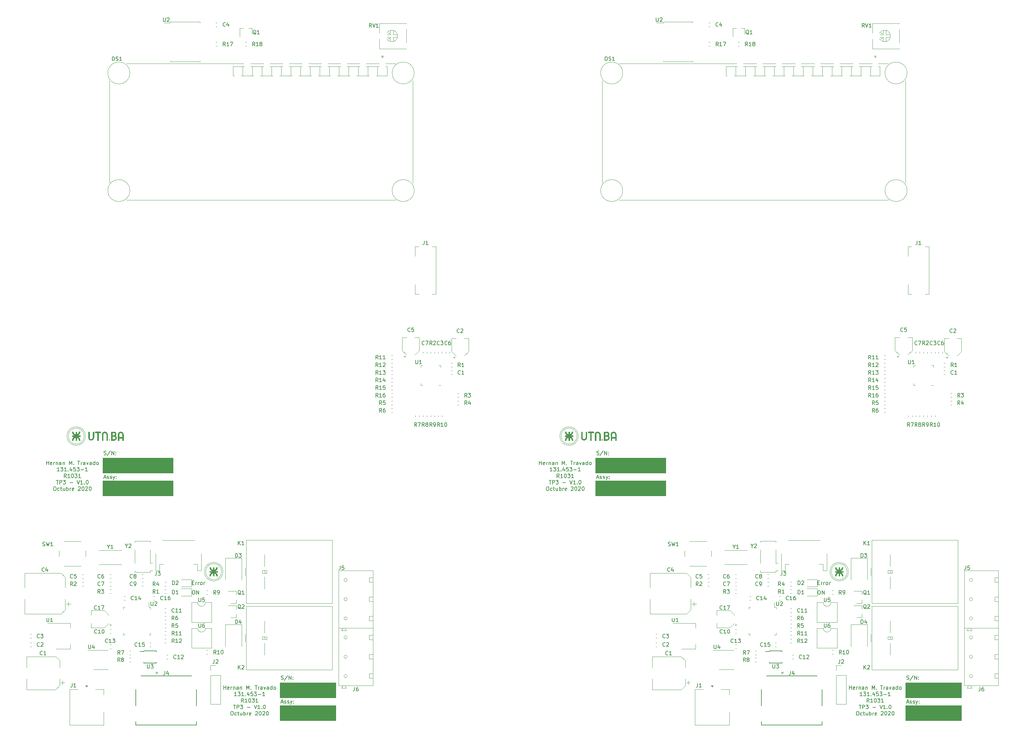
<source format=gbr>
G04 #@! TF.GenerationSoftware,KiCad,Pcbnew,(5.1.6)-1*
G04 #@! TF.CreationDate,2020-10-27T17:39:53-03:00*
G04 #@! TF.ProjectId,TP3-Panel,5450332d-5061-46e6-956c-2e6b69636164,v1.0*
G04 #@! TF.SameCoordinates,Original*
G04 #@! TF.FileFunction,Legend,Top*
G04 #@! TF.FilePolarity,Positive*
%FSLAX46Y46*%
G04 Gerber Fmt 4.6, Leading zero omitted, Abs format (unit mm)*
G04 Created by KiCad (PCBNEW (5.1.6)-1) date 2020-10-27 17:39:53*
%MOMM*%
%LPD*%
G01*
G04 APERTURE LIST*
%ADD10C,0.150000*%
%ADD11C,0.200000*%
%ADD12C,0.100000*%
%ADD13C,0.120000*%
%ADD14C,0.127000*%
%ADD15C,0.050000*%
%ADD16C,0.250000*%
%ADD17C,0.280000*%
G04 APERTURE END LIST*
D10*
X292654761Y-187928571D02*
X292988095Y-187928571D01*
X293130952Y-188452380D02*
X292654761Y-188452380D01*
X292654761Y-187452380D01*
X293130952Y-187452380D01*
X293559523Y-188452380D02*
X293559523Y-187785714D01*
X293559523Y-187976190D02*
X293607142Y-187880952D01*
X293654761Y-187833333D01*
X293750000Y-187785714D01*
X293845238Y-187785714D01*
X294178571Y-188452380D02*
X294178571Y-187785714D01*
X294178571Y-187976190D02*
X294226190Y-187880952D01*
X294273809Y-187833333D01*
X294369047Y-187785714D01*
X294464285Y-187785714D01*
X294940476Y-188452380D02*
X294845238Y-188404761D01*
X294797619Y-188357142D01*
X294750000Y-188261904D01*
X294750000Y-187976190D01*
X294797619Y-187880952D01*
X294845238Y-187833333D01*
X294940476Y-187785714D01*
X295083333Y-187785714D01*
X295178571Y-187833333D01*
X295226190Y-187880952D01*
X295273809Y-187976190D01*
X295273809Y-188261904D01*
X295226190Y-188357142D01*
X295178571Y-188404761D01*
X295083333Y-188452380D01*
X294940476Y-188452380D01*
X295702380Y-188452380D02*
X295702380Y-187785714D01*
X295702380Y-187976190D02*
X295750000Y-187880952D01*
X295797619Y-187833333D01*
X295892857Y-187785714D01*
X295988095Y-187785714D01*
D11*
X300916666Y-216052380D02*
X300916666Y-215052380D01*
X300916666Y-215528571D02*
X301488095Y-215528571D01*
X301488095Y-216052380D02*
X301488095Y-215052380D01*
X302345238Y-216004761D02*
X302250000Y-216052380D01*
X302059523Y-216052380D01*
X301964285Y-216004761D01*
X301916666Y-215909523D01*
X301916666Y-215528571D01*
X301964285Y-215433333D01*
X302059523Y-215385714D01*
X302250000Y-215385714D01*
X302345238Y-215433333D01*
X302392857Y-215528571D01*
X302392857Y-215623809D01*
X301916666Y-215719047D01*
X302821428Y-216052380D02*
X302821428Y-215385714D01*
X302821428Y-215576190D02*
X302869047Y-215480952D01*
X302916666Y-215433333D01*
X303011904Y-215385714D01*
X303107142Y-215385714D01*
X303440476Y-215385714D02*
X303440476Y-216052380D01*
X303440476Y-215480952D02*
X303488095Y-215433333D01*
X303583333Y-215385714D01*
X303726190Y-215385714D01*
X303821428Y-215433333D01*
X303869047Y-215528571D01*
X303869047Y-216052380D01*
X304773809Y-216052380D02*
X304773809Y-215528571D01*
X304726190Y-215433333D01*
X304630952Y-215385714D01*
X304440476Y-215385714D01*
X304345238Y-215433333D01*
X304773809Y-216004761D02*
X304678571Y-216052380D01*
X304440476Y-216052380D01*
X304345238Y-216004761D01*
X304297619Y-215909523D01*
X304297619Y-215814285D01*
X304345238Y-215719047D01*
X304440476Y-215671428D01*
X304678571Y-215671428D01*
X304773809Y-215623809D01*
X305250000Y-215385714D02*
X305250000Y-216052380D01*
X305250000Y-215480952D02*
X305297619Y-215433333D01*
X305392857Y-215385714D01*
X305535714Y-215385714D01*
X305630952Y-215433333D01*
X305678571Y-215528571D01*
X305678571Y-216052380D01*
X306916666Y-216052380D02*
X306916666Y-215052380D01*
X307250000Y-215766666D01*
X307583333Y-215052380D01*
X307583333Y-216052380D01*
X308059523Y-215957142D02*
X308107142Y-216004761D01*
X308059523Y-216052380D01*
X308011904Y-216004761D01*
X308059523Y-215957142D01*
X308059523Y-216052380D01*
X309154761Y-215052380D02*
X309726190Y-215052380D01*
X309440476Y-216052380D02*
X309440476Y-215052380D01*
X310059523Y-216052380D02*
X310059523Y-215385714D01*
X310059523Y-215576190D02*
X310107142Y-215480952D01*
X310154761Y-215433333D01*
X310250000Y-215385714D01*
X310345238Y-215385714D01*
X311107142Y-216052380D02*
X311107142Y-215528571D01*
X311059523Y-215433333D01*
X310964285Y-215385714D01*
X310773809Y-215385714D01*
X310678571Y-215433333D01*
X311107142Y-216004761D02*
X311011904Y-216052380D01*
X310773809Y-216052380D01*
X310678571Y-216004761D01*
X310630952Y-215909523D01*
X310630952Y-215814285D01*
X310678571Y-215719047D01*
X310773809Y-215671428D01*
X311011904Y-215671428D01*
X311107142Y-215623809D01*
X311488095Y-215385714D02*
X311726190Y-216052380D01*
X311964285Y-215385714D01*
X312773809Y-216052380D02*
X312773809Y-215528571D01*
X312726190Y-215433333D01*
X312630952Y-215385714D01*
X312440476Y-215385714D01*
X312345238Y-215433333D01*
X312773809Y-216004761D02*
X312678571Y-216052380D01*
X312440476Y-216052380D01*
X312345238Y-216004761D01*
X312297619Y-215909523D01*
X312297619Y-215814285D01*
X312345238Y-215719047D01*
X312440476Y-215671428D01*
X312678571Y-215671428D01*
X312773809Y-215623809D01*
X313678571Y-216052380D02*
X313678571Y-215052380D01*
X313678571Y-216004761D02*
X313583333Y-216052380D01*
X313392857Y-216052380D01*
X313297619Y-216004761D01*
X313250000Y-215957142D01*
X313202380Y-215861904D01*
X313202380Y-215576190D01*
X313250000Y-215480952D01*
X313297619Y-215433333D01*
X313392857Y-215385714D01*
X313583333Y-215385714D01*
X313678571Y-215433333D01*
X314297619Y-216052380D02*
X314202380Y-216004761D01*
X314154761Y-215957142D01*
X314107142Y-215861904D01*
X314107142Y-215576190D01*
X314154761Y-215480952D01*
X314202380Y-215433333D01*
X314297619Y-215385714D01*
X314440476Y-215385714D01*
X314535714Y-215433333D01*
X314583333Y-215480952D01*
X314630952Y-215576190D01*
X314630952Y-215861904D01*
X314583333Y-215957142D01*
X314535714Y-216004761D01*
X314440476Y-216052380D01*
X314297619Y-216052380D01*
X304321428Y-217752380D02*
X303750000Y-217752380D01*
X304035714Y-217752380D02*
X304035714Y-216752380D01*
X303940476Y-216895238D01*
X303845238Y-216990476D01*
X303750000Y-217038095D01*
X304654761Y-216752380D02*
X305273809Y-216752380D01*
X304940476Y-217133333D01*
X305083333Y-217133333D01*
X305178571Y-217180952D01*
X305226190Y-217228571D01*
X305273809Y-217323809D01*
X305273809Y-217561904D01*
X305226190Y-217657142D01*
X305178571Y-217704761D01*
X305083333Y-217752380D01*
X304797619Y-217752380D01*
X304702380Y-217704761D01*
X304654761Y-217657142D01*
X306226190Y-217752380D02*
X305654761Y-217752380D01*
X305940476Y-217752380D02*
X305940476Y-216752380D01*
X305845238Y-216895238D01*
X305750000Y-216990476D01*
X305654761Y-217038095D01*
X306654761Y-217657142D02*
X306702380Y-217704761D01*
X306654761Y-217752380D01*
X306607142Y-217704761D01*
X306654761Y-217657142D01*
X306654761Y-217752380D01*
X307559523Y-217085714D02*
X307559523Y-217752380D01*
X307321428Y-216704761D02*
X307083333Y-217419047D01*
X307702380Y-217419047D01*
X308559523Y-216752380D02*
X308083333Y-216752380D01*
X308035714Y-217228571D01*
X308083333Y-217180952D01*
X308178571Y-217133333D01*
X308416666Y-217133333D01*
X308511904Y-217180952D01*
X308559523Y-217228571D01*
X308607142Y-217323809D01*
X308607142Y-217561904D01*
X308559523Y-217657142D01*
X308511904Y-217704761D01*
X308416666Y-217752380D01*
X308178571Y-217752380D01*
X308083333Y-217704761D01*
X308035714Y-217657142D01*
X308940476Y-216752380D02*
X309559523Y-216752380D01*
X309226190Y-217133333D01*
X309369047Y-217133333D01*
X309464285Y-217180952D01*
X309511904Y-217228571D01*
X309559523Y-217323809D01*
X309559523Y-217561904D01*
X309511904Y-217657142D01*
X309464285Y-217704761D01*
X309369047Y-217752380D01*
X309083333Y-217752380D01*
X308988095Y-217704761D01*
X308940476Y-217657142D01*
X309988095Y-217371428D02*
X310750000Y-217371428D01*
X311750000Y-217752380D02*
X311178571Y-217752380D01*
X311464285Y-217752380D02*
X311464285Y-216752380D01*
X311369047Y-216895238D01*
X311273809Y-216990476D01*
X311178571Y-217038095D01*
X306154761Y-219452380D02*
X305821428Y-218976190D01*
X305583333Y-219452380D02*
X305583333Y-218452380D01*
X305964285Y-218452380D01*
X306059523Y-218500000D01*
X306107142Y-218547619D01*
X306154761Y-218642857D01*
X306154761Y-218785714D01*
X306107142Y-218880952D01*
X306059523Y-218928571D01*
X305964285Y-218976190D01*
X305583333Y-218976190D01*
X307107142Y-219452380D02*
X306535714Y-219452380D01*
X306821428Y-219452380D02*
X306821428Y-218452380D01*
X306726190Y-218595238D01*
X306630952Y-218690476D01*
X306535714Y-218738095D01*
X307726190Y-218452380D02*
X307821428Y-218452380D01*
X307916666Y-218500000D01*
X307964285Y-218547619D01*
X308011904Y-218642857D01*
X308059523Y-218833333D01*
X308059523Y-219071428D01*
X308011904Y-219261904D01*
X307964285Y-219357142D01*
X307916666Y-219404761D01*
X307821428Y-219452380D01*
X307726190Y-219452380D01*
X307630952Y-219404761D01*
X307583333Y-219357142D01*
X307535714Y-219261904D01*
X307488095Y-219071428D01*
X307488095Y-218833333D01*
X307535714Y-218642857D01*
X307583333Y-218547619D01*
X307630952Y-218500000D01*
X307726190Y-218452380D01*
X308392857Y-218452380D02*
X309011904Y-218452380D01*
X308678571Y-218833333D01*
X308821428Y-218833333D01*
X308916666Y-218880952D01*
X308964285Y-218928571D01*
X309011904Y-219023809D01*
X309011904Y-219261904D01*
X308964285Y-219357142D01*
X308916666Y-219404761D01*
X308821428Y-219452380D01*
X308535714Y-219452380D01*
X308440476Y-219404761D01*
X308392857Y-219357142D01*
X309964285Y-219452380D02*
X309392857Y-219452380D01*
X309678571Y-219452380D02*
X309678571Y-218452380D01*
X309583333Y-218595238D01*
X309488095Y-218690476D01*
X309392857Y-218738095D01*
X303488095Y-220152380D02*
X304059523Y-220152380D01*
X303773809Y-221152380D02*
X303773809Y-220152380D01*
X304392857Y-221152380D02*
X304392857Y-220152380D01*
X304773809Y-220152380D01*
X304869047Y-220200000D01*
X304916666Y-220247619D01*
X304964285Y-220342857D01*
X304964285Y-220485714D01*
X304916666Y-220580952D01*
X304869047Y-220628571D01*
X304773809Y-220676190D01*
X304392857Y-220676190D01*
X305297619Y-220152380D02*
X305916666Y-220152380D01*
X305583333Y-220533333D01*
X305726190Y-220533333D01*
X305821428Y-220580952D01*
X305869047Y-220628571D01*
X305916666Y-220723809D01*
X305916666Y-220961904D01*
X305869047Y-221057142D01*
X305821428Y-221104761D01*
X305726190Y-221152380D01*
X305440476Y-221152380D01*
X305345238Y-221104761D01*
X305297619Y-221057142D01*
X307107142Y-220771428D02*
X307869047Y-220771428D01*
X308964285Y-220152380D02*
X309297619Y-221152380D01*
X309630952Y-220152380D01*
X310488095Y-221152380D02*
X309916666Y-221152380D01*
X310202380Y-221152380D02*
X310202380Y-220152380D01*
X310107142Y-220295238D01*
X310011904Y-220390476D01*
X309916666Y-220438095D01*
X310916666Y-221057142D02*
X310964285Y-221104761D01*
X310916666Y-221152380D01*
X310869047Y-221104761D01*
X310916666Y-221057142D01*
X310916666Y-221152380D01*
X311583333Y-220152380D02*
X311678571Y-220152380D01*
X311773809Y-220200000D01*
X311821428Y-220247619D01*
X311869047Y-220342857D01*
X311916666Y-220533333D01*
X311916666Y-220771428D01*
X311869047Y-220961904D01*
X311821428Y-221057142D01*
X311773809Y-221104761D01*
X311678571Y-221152380D01*
X311583333Y-221152380D01*
X311488095Y-221104761D01*
X311440476Y-221057142D01*
X311392857Y-220961904D01*
X311345238Y-220771428D01*
X311345238Y-220533333D01*
X311392857Y-220342857D01*
X311440476Y-220247619D01*
X311488095Y-220200000D01*
X311583333Y-220152380D01*
X303011904Y-221852380D02*
X303202380Y-221852380D01*
X303297619Y-221900000D01*
X303392857Y-221995238D01*
X303440476Y-222185714D01*
X303440476Y-222519047D01*
X303392857Y-222709523D01*
X303297619Y-222804761D01*
X303202380Y-222852380D01*
X303011904Y-222852380D01*
X302916666Y-222804761D01*
X302821428Y-222709523D01*
X302773809Y-222519047D01*
X302773809Y-222185714D01*
X302821428Y-221995238D01*
X302916666Y-221900000D01*
X303011904Y-221852380D01*
X304297619Y-222804761D02*
X304202380Y-222852380D01*
X304011904Y-222852380D01*
X303916666Y-222804761D01*
X303869047Y-222757142D01*
X303821428Y-222661904D01*
X303821428Y-222376190D01*
X303869047Y-222280952D01*
X303916666Y-222233333D01*
X304011904Y-222185714D01*
X304202380Y-222185714D01*
X304297619Y-222233333D01*
X304583333Y-222185714D02*
X304964285Y-222185714D01*
X304726190Y-221852380D02*
X304726190Y-222709523D01*
X304773809Y-222804761D01*
X304869047Y-222852380D01*
X304964285Y-222852380D01*
X305726190Y-222185714D02*
X305726190Y-222852380D01*
X305297619Y-222185714D02*
X305297619Y-222709523D01*
X305345238Y-222804761D01*
X305440476Y-222852380D01*
X305583333Y-222852380D01*
X305678571Y-222804761D01*
X305726190Y-222757142D01*
X306202380Y-222852380D02*
X306202380Y-221852380D01*
X306202380Y-222233333D02*
X306297619Y-222185714D01*
X306488095Y-222185714D01*
X306583333Y-222233333D01*
X306630952Y-222280952D01*
X306678571Y-222376190D01*
X306678571Y-222661904D01*
X306630952Y-222757142D01*
X306583333Y-222804761D01*
X306488095Y-222852380D01*
X306297619Y-222852380D01*
X306202380Y-222804761D01*
X307107142Y-222852380D02*
X307107142Y-222185714D01*
X307107142Y-222376190D02*
X307154761Y-222280952D01*
X307202380Y-222233333D01*
X307297619Y-222185714D01*
X307392857Y-222185714D01*
X308107142Y-222804761D02*
X308011904Y-222852380D01*
X307821428Y-222852380D01*
X307726190Y-222804761D01*
X307678571Y-222709523D01*
X307678571Y-222328571D01*
X307726190Y-222233333D01*
X307821428Y-222185714D01*
X308011904Y-222185714D01*
X308107142Y-222233333D01*
X308154761Y-222328571D01*
X308154761Y-222423809D01*
X307678571Y-222519047D01*
X309297619Y-221947619D02*
X309345238Y-221900000D01*
X309440476Y-221852380D01*
X309678571Y-221852380D01*
X309773809Y-221900000D01*
X309821428Y-221947619D01*
X309869047Y-222042857D01*
X309869047Y-222138095D01*
X309821428Y-222280952D01*
X309250000Y-222852380D01*
X309869047Y-222852380D01*
X310488095Y-221852380D02*
X310583333Y-221852380D01*
X310678571Y-221900000D01*
X310726190Y-221947619D01*
X310773809Y-222042857D01*
X310821428Y-222233333D01*
X310821428Y-222471428D01*
X310773809Y-222661904D01*
X310726190Y-222757142D01*
X310678571Y-222804761D01*
X310583333Y-222852380D01*
X310488095Y-222852380D01*
X310392857Y-222804761D01*
X310345238Y-222757142D01*
X310297619Y-222661904D01*
X310250000Y-222471428D01*
X310250000Y-222233333D01*
X310297619Y-222042857D01*
X310345238Y-221947619D01*
X310392857Y-221900000D01*
X310488095Y-221852380D01*
X311202380Y-221947619D02*
X311250000Y-221900000D01*
X311345238Y-221852380D01*
X311583333Y-221852380D01*
X311678571Y-221900000D01*
X311726190Y-221947619D01*
X311773809Y-222042857D01*
X311773809Y-222138095D01*
X311726190Y-222280952D01*
X311154761Y-222852380D01*
X311773809Y-222852380D01*
X312392857Y-221852380D02*
X312488095Y-221852380D01*
X312583333Y-221900000D01*
X312630952Y-221947619D01*
X312678571Y-222042857D01*
X312726190Y-222233333D01*
X312726190Y-222471428D01*
X312678571Y-222661904D01*
X312630952Y-222757142D01*
X312583333Y-222804761D01*
X312488095Y-222852380D01*
X312392857Y-222852380D01*
X312297619Y-222804761D01*
X312250000Y-222757142D01*
X312202380Y-222661904D01*
X312154761Y-222471428D01*
X312154761Y-222233333D01*
X312202380Y-222042857D01*
X312250000Y-221947619D01*
X312297619Y-221900000D01*
X312392857Y-221852380D01*
D10*
X292880952Y-189952380D02*
X293071428Y-189952380D01*
X293166666Y-190000000D01*
X293261904Y-190095238D01*
X293309523Y-190285714D01*
X293309523Y-190619047D01*
X293261904Y-190809523D01*
X293166666Y-190904761D01*
X293071428Y-190952380D01*
X292880952Y-190952380D01*
X292785714Y-190904761D01*
X292690476Y-190809523D01*
X292642857Y-190619047D01*
X292642857Y-190285714D01*
X292690476Y-190095238D01*
X292785714Y-190000000D01*
X292880952Y-189952380D01*
X293738095Y-190952380D02*
X293738095Y-189952380D01*
X294309523Y-190952380D01*
X294309523Y-189952380D01*
D11*
X316070476Y-219416666D02*
X316546666Y-219416666D01*
X315975238Y-219702380D02*
X316308571Y-218702380D01*
X316641904Y-219702380D01*
X316927619Y-219654761D02*
X317022857Y-219702380D01*
X317213333Y-219702380D01*
X317308571Y-219654761D01*
X317356190Y-219559523D01*
X317356190Y-219511904D01*
X317308571Y-219416666D01*
X317213333Y-219369047D01*
X317070476Y-219369047D01*
X316975238Y-219321428D01*
X316927619Y-219226190D01*
X316927619Y-219178571D01*
X316975238Y-219083333D01*
X317070476Y-219035714D01*
X317213333Y-219035714D01*
X317308571Y-219083333D01*
X317737142Y-219654761D02*
X317832380Y-219702380D01*
X318022857Y-219702380D01*
X318118095Y-219654761D01*
X318165714Y-219559523D01*
X318165714Y-219511904D01*
X318118095Y-219416666D01*
X318022857Y-219369047D01*
X317880000Y-219369047D01*
X317784761Y-219321428D01*
X317737142Y-219226190D01*
X317737142Y-219178571D01*
X317784761Y-219083333D01*
X317880000Y-219035714D01*
X318022857Y-219035714D01*
X318118095Y-219083333D01*
X318499047Y-219035714D02*
X318737142Y-219702380D01*
X318975238Y-219035714D02*
X318737142Y-219702380D01*
X318641904Y-219940476D01*
X318594285Y-219988095D01*
X318499047Y-220035714D01*
X319356190Y-219607142D02*
X319403809Y-219654761D01*
X319356190Y-219702380D01*
X319308571Y-219654761D01*
X319356190Y-219607142D01*
X319356190Y-219702380D01*
X319356190Y-219083333D02*
X319403809Y-219130952D01*
X319356190Y-219178571D01*
X319308571Y-219130952D01*
X319356190Y-219083333D01*
X319356190Y-219178571D01*
X316070476Y-213404761D02*
X316213333Y-213452380D01*
X316451428Y-213452380D01*
X316546666Y-213404761D01*
X316594285Y-213357142D01*
X316641904Y-213261904D01*
X316641904Y-213166666D01*
X316594285Y-213071428D01*
X316546666Y-213023809D01*
X316451428Y-212976190D01*
X316260952Y-212928571D01*
X316165714Y-212880952D01*
X316118095Y-212833333D01*
X316070476Y-212738095D01*
X316070476Y-212642857D01*
X316118095Y-212547619D01*
X316165714Y-212500000D01*
X316260952Y-212452380D01*
X316499047Y-212452380D01*
X316641904Y-212500000D01*
X317784761Y-212404761D02*
X316927619Y-213690476D01*
X318118095Y-213452380D02*
X318118095Y-212452380D01*
X318689523Y-213452380D01*
X318689523Y-212452380D01*
X319165714Y-213357142D02*
X319213333Y-213404761D01*
X319165714Y-213452380D01*
X319118095Y-213404761D01*
X319165714Y-213357142D01*
X319165714Y-213452380D01*
X319165714Y-212833333D02*
X319213333Y-212880952D01*
X319165714Y-212928571D01*
X319118095Y-212880952D01*
X319165714Y-212833333D01*
X319165714Y-212928571D01*
D12*
G36*
X330500000Y-218250000D02*
G01*
X315750000Y-218250000D01*
X315750000Y-214250000D01*
X330500000Y-214250000D01*
X330500000Y-218250000D01*
G37*
X330500000Y-218250000D02*
X315750000Y-218250000D01*
X315750000Y-214250000D01*
X330500000Y-214250000D01*
X330500000Y-218250000D01*
G36*
X330500000Y-224250000D02*
G01*
X315750000Y-224250000D01*
X315750000Y-220250000D01*
X330500000Y-220250000D01*
X330500000Y-224250000D01*
G37*
X330500000Y-224250000D02*
X315750000Y-224250000D01*
X315750000Y-220250000D01*
X330500000Y-220250000D01*
X330500000Y-224250000D01*
D11*
X234320476Y-154154761D02*
X234463333Y-154202380D01*
X234701428Y-154202380D01*
X234796666Y-154154761D01*
X234844285Y-154107142D01*
X234891904Y-154011904D01*
X234891904Y-153916666D01*
X234844285Y-153821428D01*
X234796666Y-153773809D01*
X234701428Y-153726190D01*
X234510952Y-153678571D01*
X234415714Y-153630952D01*
X234368095Y-153583333D01*
X234320476Y-153488095D01*
X234320476Y-153392857D01*
X234368095Y-153297619D01*
X234415714Y-153250000D01*
X234510952Y-153202380D01*
X234749047Y-153202380D01*
X234891904Y-153250000D01*
X236034761Y-153154761D02*
X235177619Y-154440476D01*
X236368095Y-154202380D02*
X236368095Y-153202380D01*
X236939523Y-154202380D01*
X236939523Y-153202380D01*
X237415714Y-154107142D02*
X237463333Y-154154761D01*
X237415714Y-154202380D01*
X237368095Y-154154761D01*
X237415714Y-154107142D01*
X237415714Y-154202380D01*
X237415714Y-153583333D02*
X237463333Y-153630952D01*
X237415714Y-153678571D01*
X237368095Y-153630952D01*
X237415714Y-153583333D01*
X237415714Y-153678571D01*
X219166666Y-156802380D02*
X219166666Y-155802380D01*
X219166666Y-156278571D02*
X219738095Y-156278571D01*
X219738095Y-156802380D02*
X219738095Y-155802380D01*
X220595238Y-156754761D02*
X220500000Y-156802380D01*
X220309523Y-156802380D01*
X220214285Y-156754761D01*
X220166666Y-156659523D01*
X220166666Y-156278571D01*
X220214285Y-156183333D01*
X220309523Y-156135714D01*
X220500000Y-156135714D01*
X220595238Y-156183333D01*
X220642857Y-156278571D01*
X220642857Y-156373809D01*
X220166666Y-156469047D01*
X221071428Y-156802380D02*
X221071428Y-156135714D01*
X221071428Y-156326190D02*
X221119047Y-156230952D01*
X221166666Y-156183333D01*
X221261904Y-156135714D01*
X221357142Y-156135714D01*
X221690476Y-156135714D02*
X221690476Y-156802380D01*
X221690476Y-156230952D02*
X221738095Y-156183333D01*
X221833333Y-156135714D01*
X221976190Y-156135714D01*
X222071428Y-156183333D01*
X222119047Y-156278571D01*
X222119047Y-156802380D01*
X223023809Y-156802380D02*
X223023809Y-156278571D01*
X222976190Y-156183333D01*
X222880952Y-156135714D01*
X222690476Y-156135714D01*
X222595238Y-156183333D01*
X223023809Y-156754761D02*
X222928571Y-156802380D01*
X222690476Y-156802380D01*
X222595238Y-156754761D01*
X222547619Y-156659523D01*
X222547619Y-156564285D01*
X222595238Y-156469047D01*
X222690476Y-156421428D01*
X222928571Y-156421428D01*
X223023809Y-156373809D01*
X223500000Y-156135714D02*
X223500000Y-156802380D01*
X223500000Y-156230952D02*
X223547619Y-156183333D01*
X223642857Y-156135714D01*
X223785714Y-156135714D01*
X223880952Y-156183333D01*
X223928571Y-156278571D01*
X223928571Y-156802380D01*
X225166666Y-156802380D02*
X225166666Y-155802380D01*
X225500000Y-156516666D01*
X225833333Y-155802380D01*
X225833333Y-156802380D01*
X226309523Y-156707142D02*
X226357142Y-156754761D01*
X226309523Y-156802380D01*
X226261904Y-156754761D01*
X226309523Y-156707142D01*
X226309523Y-156802380D01*
X227404761Y-155802380D02*
X227976190Y-155802380D01*
X227690476Y-156802380D02*
X227690476Y-155802380D01*
X228309523Y-156802380D02*
X228309523Y-156135714D01*
X228309523Y-156326190D02*
X228357142Y-156230952D01*
X228404761Y-156183333D01*
X228500000Y-156135714D01*
X228595238Y-156135714D01*
X229357142Y-156802380D02*
X229357142Y-156278571D01*
X229309523Y-156183333D01*
X229214285Y-156135714D01*
X229023809Y-156135714D01*
X228928571Y-156183333D01*
X229357142Y-156754761D02*
X229261904Y-156802380D01*
X229023809Y-156802380D01*
X228928571Y-156754761D01*
X228880952Y-156659523D01*
X228880952Y-156564285D01*
X228928571Y-156469047D01*
X229023809Y-156421428D01*
X229261904Y-156421428D01*
X229357142Y-156373809D01*
X229738095Y-156135714D02*
X229976190Y-156802380D01*
X230214285Y-156135714D01*
X231023809Y-156802380D02*
X231023809Y-156278571D01*
X230976190Y-156183333D01*
X230880952Y-156135714D01*
X230690476Y-156135714D01*
X230595238Y-156183333D01*
X231023809Y-156754761D02*
X230928571Y-156802380D01*
X230690476Y-156802380D01*
X230595238Y-156754761D01*
X230547619Y-156659523D01*
X230547619Y-156564285D01*
X230595238Y-156469047D01*
X230690476Y-156421428D01*
X230928571Y-156421428D01*
X231023809Y-156373809D01*
X231928571Y-156802380D02*
X231928571Y-155802380D01*
X231928571Y-156754761D02*
X231833333Y-156802380D01*
X231642857Y-156802380D01*
X231547619Y-156754761D01*
X231500000Y-156707142D01*
X231452380Y-156611904D01*
X231452380Y-156326190D01*
X231500000Y-156230952D01*
X231547619Y-156183333D01*
X231642857Y-156135714D01*
X231833333Y-156135714D01*
X231928571Y-156183333D01*
X232547619Y-156802380D02*
X232452380Y-156754761D01*
X232404761Y-156707142D01*
X232357142Y-156611904D01*
X232357142Y-156326190D01*
X232404761Y-156230952D01*
X232452380Y-156183333D01*
X232547619Y-156135714D01*
X232690476Y-156135714D01*
X232785714Y-156183333D01*
X232833333Y-156230952D01*
X232880952Y-156326190D01*
X232880952Y-156611904D01*
X232833333Y-156707142D01*
X232785714Y-156754761D01*
X232690476Y-156802380D01*
X232547619Y-156802380D01*
X222571428Y-158502380D02*
X222000000Y-158502380D01*
X222285714Y-158502380D02*
X222285714Y-157502380D01*
X222190476Y-157645238D01*
X222095238Y-157740476D01*
X222000000Y-157788095D01*
X222904761Y-157502380D02*
X223523809Y-157502380D01*
X223190476Y-157883333D01*
X223333333Y-157883333D01*
X223428571Y-157930952D01*
X223476190Y-157978571D01*
X223523809Y-158073809D01*
X223523809Y-158311904D01*
X223476190Y-158407142D01*
X223428571Y-158454761D01*
X223333333Y-158502380D01*
X223047619Y-158502380D01*
X222952380Y-158454761D01*
X222904761Y-158407142D01*
X224476190Y-158502380D02*
X223904761Y-158502380D01*
X224190476Y-158502380D02*
X224190476Y-157502380D01*
X224095238Y-157645238D01*
X224000000Y-157740476D01*
X223904761Y-157788095D01*
X224904761Y-158407142D02*
X224952380Y-158454761D01*
X224904761Y-158502380D01*
X224857142Y-158454761D01*
X224904761Y-158407142D01*
X224904761Y-158502380D01*
X225809523Y-157835714D02*
X225809523Y-158502380D01*
X225571428Y-157454761D02*
X225333333Y-158169047D01*
X225952380Y-158169047D01*
X226809523Y-157502380D02*
X226333333Y-157502380D01*
X226285714Y-157978571D01*
X226333333Y-157930952D01*
X226428571Y-157883333D01*
X226666666Y-157883333D01*
X226761904Y-157930952D01*
X226809523Y-157978571D01*
X226857142Y-158073809D01*
X226857142Y-158311904D01*
X226809523Y-158407142D01*
X226761904Y-158454761D01*
X226666666Y-158502380D01*
X226428571Y-158502380D01*
X226333333Y-158454761D01*
X226285714Y-158407142D01*
X227190476Y-157502380D02*
X227809523Y-157502380D01*
X227476190Y-157883333D01*
X227619047Y-157883333D01*
X227714285Y-157930952D01*
X227761904Y-157978571D01*
X227809523Y-158073809D01*
X227809523Y-158311904D01*
X227761904Y-158407142D01*
X227714285Y-158454761D01*
X227619047Y-158502380D01*
X227333333Y-158502380D01*
X227238095Y-158454761D01*
X227190476Y-158407142D01*
X228238095Y-158121428D02*
X229000000Y-158121428D01*
X230000000Y-158502380D02*
X229428571Y-158502380D01*
X229714285Y-158502380D02*
X229714285Y-157502380D01*
X229619047Y-157645238D01*
X229523809Y-157740476D01*
X229428571Y-157788095D01*
X224404761Y-160202380D02*
X224071428Y-159726190D01*
X223833333Y-160202380D02*
X223833333Y-159202380D01*
X224214285Y-159202380D01*
X224309523Y-159250000D01*
X224357142Y-159297619D01*
X224404761Y-159392857D01*
X224404761Y-159535714D01*
X224357142Y-159630952D01*
X224309523Y-159678571D01*
X224214285Y-159726190D01*
X223833333Y-159726190D01*
X225357142Y-160202380D02*
X224785714Y-160202380D01*
X225071428Y-160202380D02*
X225071428Y-159202380D01*
X224976190Y-159345238D01*
X224880952Y-159440476D01*
X224785714Y-159488095D01*
X225976190Y-159202380D02*
X226071428Y-159202380D01*
X226166666Y-159250000D01*
X226214285Y-159297619D01*
X226261904Y-159392857D01*
X226309523Y-159583333D01*
X226309523Y-159821428D01*
X226261904Y-160011904D01*
X226214285Y-160107142D01*
X226166666Y-160154761D01*
X226071428Y-160202380D01*
X225976190Y-160202380D01*
X225880952Y-160154761D01*
X225833333Y-160107142D01*
X225785714Y-160011904D01*
X225738095Y-159821428D01*
X225738095Y-159583333D01*
X225785714Y-159392857D01*
X225833333Y-159297619D01*
X225880952Y-159250000D01*
X225976190Y-159202380D01*
X226642857Y-159202380D02*
X227261904Y-159202380D01*
X226928571Y-159583333D01*
X227071428Y-159583333D01*
X227166666Y-159630952D01*
X227214285Y-159678571D01*
X227261904Y-159773809D01*
X227261904Y-160011904D01*
X227214285Y-160107142D01*
X227166666Y-160154761D01*
X227071428Y-160202380D01*
X226785714Y-160202380D01*
X226690476Y-160154761D01*
X226642857Y-160107142D01*
X228214285Y-160202380D02*
X227642857Y-160202380D01*
X227928571Y-160202380D02*
X227928571Y-159202380D01*
X227833333Y-159345238D01*
X227738095Y-159440476D01*
X227642857Y-159488095D01*
X221738095Y-160902380D02*
X222309523Y-160902380D01*
X222023809Y-161902380D02*
X222023809Y-160902380D01*
X222642857Y-161902380D02*
X222642857Y-160902380D01*
X223023809Y-160902380D01*
X223119047Y-160950000D01*
X223166666Y-160997619D01*
X223214285Y-161092857D01*
X223214285Y-161235714D01*
X223166666Y-161330952D01*
X223119047Y-161378571D01*
X223023809Y-161426190D01*
X222642857Y-161426190D01*
X223547619Y-160902380D02*
X224166666Y-160902380D01*
X223833333Y-161283333D01*
X223976190Y-161283333D01*
X224071428Y-161330952D01*
X224119047Y-161378571D01*
X224166666Y-161473809D01*
X224166666Y-161711904D01*
X224119047Y-161807142D01*
X224071428Y-161854761D01*
X223976190Y-161902380D01*
X223690476Y-161902380D01*
X223595238Y-161854761D01*
X223547619Y-161807142D01*
X225357142Y-161521428D02*
X226119047Y-161521428D01*
X227214285Y-160902380D02*
X227547619Y-161902380D01*
X227880952Y-160902380D01*
X228738095Y-161902380D02*
X228166666Y-161902380D01*
X228452380Y-161902380D02*
X228452380Y-160902380D01*
X228357142Y-161045238D01*
X228261904Y-161140476D01*
X228166666Y-161188095D01*
X229166666Y-161807142D02*
X229214285Y-161854761D01*
X229166666Y-161902380D01*
X229119047Y-161854761D01*
X229166666Y-161807142D01*
X229166666Y-161902380D01*
X229833333Y-160902380D02*
X229928571Y-160902380D01*
X230023809Y-160950000D01*
X230071428Y-160997619D01*
X230119047Y-161092857D01*
X230166666Y-161283333D01*
X230166666Y-161521428D01*
X230119047Y-161711904D01*
X230071428Y-161807142D01*
X230023809Y-161854761D01*
X229928571Y-161902380D01*
X229833333Y-161902380D01*
X229738095Y-161854761D01*
X229690476Y-161807142D01*
X229642857Y-161711904D01*
X229595238Y-161521428D01*
X229595238Y-161283333D01*
X229642857Y-161092857D01*
X229690476Y-160997619D01*
X229738095Y-160950000D01*
X229833333Y-160902380D01*
X221261904Y-162602380D02*
X221452380Y-162602380D01*
X221547619Y-162650000D01*
X221642857Y-162745238D01*
X221690476Y-162935714D01*
X221690476Y-163269047D01*
X221642857Y-163459523D01*
X221547619Y-163554761D01*
X221452380Y-163602380D01*
X221261904Y-163602380D01*
X221166666Y-163554761D01*
X221071428Y-163459523D01*
X221023809Y-163269047D01*
X221023809Y-162935714D01*
X221071428Y-162745238D01*
X221166666Y-162650000D01*
X221261904Y-162602380D01*
X222547619Y-163554761D02*
X222452380Y-163602380D01*
X222261904Y-163602380D01*
X222166666Y-163554761D01*
X222119047Y-163507142D01*
X222071428Y-163411904D01*
X222071428Y-163126190D01*
X222119047Y-163030952D01*
X222166666Y-162983333D01*
X222261904Y-162935714D01*
X222452380Y-162935714D01*
X222547619Y-162983333D01*
X222833333Y-162935714D02*
X223214285Y-162935714D01*
X222976190Y-162602380D02*
X222976190Y-163459523D01*
X223023809Y-163554761D01*
X223119047Y-163602380D01*
X223214285Y-163602380D01*
X223976190Y-162935714D02*
X223976190Y-163602380D01*
X223547619Y-162935714D02*
X223547619Y-163459523D01*
X223595238Y-163554761D01*
X223690476Y-163602380D01*
X223833333Y-163602380D01*
X223928571Y-163554761D01*
X223976190Y-163507142D01*
X224452380Y-163602380D02*
X224452380Y-162602380D01*
X224452380Y-162983333D02*
X224547619Y-162935714D01*
X224738095Y-162935714D01*
X224833333Y-162983333D01*
X224880952Y-163030952D01*
X224928571Y-163126190D01*
X224928571Y-163411904D01*
X224880952Y-163507142D01*
X224833333Y-163554761D01*
X224738095Y-163602380D01*
X224547619Y-163602380D01*
X224452380Y-163554761D01*
X225357142Y-163602380D02*
X225357142Y-162935714D01*
X225357142Y-163126190D02*
X225404761Y-163030952D01*
X225452380Y-162983333D01*
X225547619Y-162935714D01*
X225642857Y-162935714D01*
X226357142Y-163554761D02*
X226261904Y-163602380D01*
X226071428Y-163602380D01*
X225976190Y-163554761D01*
X225928571Y-163459523D01*
X225928571Y-163078571D01*
X225976190Y-162983333D01*
X226071428Y-162935714D01*
X226261904Y-162935714D01*
X226357142Y-162983333D01*
X226404761Y-163078571D01*
X226404761Y-163173809D01*
X225928571Y-163269047D01*
X227547619Y-162697619D02*
X227595238Y-162650000D01*
X227690476Y-162602380D01*
X227928571Y-162602380D01*
X228023809Y-162650000D01*
X228071428Y-162697619D01*
X228119047Y-162792857D01*
X228119047Y-162888095D01*
X228071428Y-163030952D01*
X227500000Y-163602380D01*
X228119047Y-163602380D01*
X228738095Y-162602380D02*
X228833333Y-162602380D01*
X228928571Y-162650000D01*
X228976190Y-162697619D01*
X229023809Y-162792857D01*
X229071428Y-162983333D01*
X229071428Y-163221428D01*
X229023809Y-163411904D01*
X228976190Y-163507142D01*
X228928571Y-163554761D01*
X228833333Y-163602380D01*
X228738095Y-163602380D01*
X228642857Y-163554761D01*
X228595238Y-163507142D01*
X228547619Y-163411904D01*
X228500000Y-163221428D01*
X228500000Y-162983333D01*
X228547619Y-162792857D01*
X228595238Y-162697619D01*
X228642857Y-162650000D01*
X228738095Y-162602380D01*
X229452380Y-162697619D02*
X229500000Y-162650000D01*
X229595238Y-162602380D01*
X229833333Y-162602380D01*
X229928571Y-162650000D01*
X229976190Y-162697619D01*
X230023809Y-162792857D01*
X230023809Y-162888095D01*
X229976190Y-163030952D01*
X229404761Y-163602380D01*
X230023809Y-163602380D01*
X230642857Y-162602380D02*
X230738095Y-162602380D01*
X230833333Y-162650000D01*
X230880952Y-162697619D01*
X230928571Y-162792857D01*
X230976190Y-162983333D01*
X230976190Y-163221428D01*
X230928571Y-163411904D01*
X230880952Y-163507142D01*
X230833333Y-163554761D01*
X230738095Y-163602380D01*
X230642857Y-163602380D01*
X230547619Y-163554761D01*
X230500000Y-163507142D01*
X230452380Y-163411904D01*
X230404761Y-163221428D01*
X230404761Y-162983333D01*
X230452380Y-162792857D01*
X230500000Y-162697619D01*
X230547619Y-162650000D01*
X230642857Y-162602380D01*
X234320476Y-160166666D02*
X234796666Y-160166666D01*
X234225238Y-160452380D02*
X234558571Y-159452380D01*
X234891904Y-160452380D01*
X235177619Y-160404761D02*
X235272857Y-160452380D01*
X235463333Y-160452380D01*
X235558571Y-160404761D01*
X235606190Y-160309523D01*
X235606190Y-160261904D01*
X235558571Y-160166666D01*
X235463333Y-160119047D01*
X235320476Y-160119047D01*
X235225238Y-160071428D01*
X235177619Y-159976190D01*
X235177619Y-159928571D01*
X235225238Y-159833333D01*
X235320476Y-159785714D01*
X235463333Y-159785714D01*
X235558571Y-159833333D01*
X235987142Y-160404761D02*
X236082380Y-160452380D01*
X236272857Y-160452380D01*
X236368095Y-160404761D01*
X236415714Y-160309523D01*
X236415714Y-160261904D01*
X236368095Y-160166666D01*
X236272857Y-160119047D01*
X236130000Y-160119047D01*
X236034761Y-160071428D01*
X235987142Y-159976190D01*
X235987142Y-159928571D01*
X236034761Y-159833333D01*
X236130000Y-159785714D01*
X236272857Y-159785714D01*
X236368095Y-159833333D01*
X236749047Y-159785714D02*
X236987142Y-160452380D01*
X237225238Y-159785714D02*
X236987142Y-160452380D01*
X236891904Y-160690476D01*
X236844285Y-160738095D01*
X236749047Y-160785714D01*
X237606190Y-160357142D02*
X237653809Y-160404761D01*
X237606190Y-160452380D01*
X237558571Y-160404761D01*
X237606190Y-160357142D01*
X237606190Y-160452380D01*
X237606190Y-159833333D02*
X237653809Y-159880952D01*
X237606190Y-159928571D01*
X237558571Y-159880952D01*
X237606190Y-159833333D01*
X237606190Y-159928571D01*
D12*
G36*
X252500000Y-165000000D02*
G01*
X234000000Y-165000000D01*
X234000000Y-161000000D01*
X252500000Y-161000000D01*
X252500000Y-165000000D01*
G37*
X252500000Y-165000000D02*
X234000000Y-165000000D01*
X234000000Y-161000000D01*
X252500000Y-161000000D01*
X252500000Y-165000000D01*
G36*
X252500000Y-159000000D02*
G01*
X234000000Y-159000000D01*
X234000000Y-155000000D01*
X252500000Y-155000000D01*
X252500000Y-159000000D01*
G37*
X252500000Y-159000000D02*
X234000000Y-159000000D01*
X234000000Y-155000000D01*
X252500000Y-155000000D01*
X252500000Y-159000000D01*
G36*
X122500000Y-159000000D02*
G01*
X104000000Y-159000000D01*
X104000000Y-155000000D01*
X122500000Y-155000000D01*
X122500000Y-159000000D01*
G37*
X122500000Y-159000000D02*
X104000000Y-159000000D01*
X104000000Y-155000000D01*
X122500000Y-155000000D01*
X122500000Y-159000000D01*
D11*
X104320476Y-160166666D02*
X104796666Y-160166666D01*
X104225238Y-160452380D02*
X104558571Y-159452380D01*
X104891904Y-160452380D01*
X105177619Y-160404761D02*
X105272857Y-160452380D01*
X105463333Y-160452380D01*
X105558571Y-160404761D01*
X105606190Y-160309523D01*
X105606190Y-160261904D01*
X105558571Y-160166666D01*
X105463333Y-160119047D01*
X105320476Y-160119047D01*
X105225238Y-160071428D01*
X105177619Y-159976190D01*
X105177619Y-159928571D01*
X105225238Y-159833333D01*
X105320476Y-159785714D01*
X105463333Y-159785714D01*
X105558571Y-159833333D01*
X105987142Y-160404761D02*
X106082380Y-160452380D01*
X106272857Y-160452380D01*
X106368095Y-160404761D01*
X106415714Y-160309523D01*
X106415714Y-160261904D01*
X106368095Y-160166666D01*
X106272857Y-160119047D01*
X106130000Y-160119047D01*
X106034761Y-160071428D01*
X105987142Y-159976190D01*
X105987142Y-159928571D01*
X106034761Y-159833333D01*
X106130000Y-159785714D01*
X106272857Y-159785714D01*
X106368095Y-159833333D01*
X106749047Y-159785714D02*
X106987142Y-160452380D01*
X107225238Y-159785714D02*
X106987142Y-160452380D01*
X106891904Y-160690476D01*
X106844285Y-160738095D01*
X106749047Y-160785714D01*
X107606190Y-160357142D02*
X107653809Y-160404761D01*
X107606190Y-160452380D01*
X107558571Y-160404761D01*
X107606190Y-160357142D01*
X107606190Y-160452380D01*
X107606190Y-159833333D02*
X107653809Y-159880952D01*
X107606190Y-159928571D01*
X107558571Y-159880952D01*
X107606190Y-159833333D01*
X107606190Y-159928571D01*
D12*
G36*
X122500000Y-165000000D02*
G01*
X104000000Y-165000000D01*
X104000000Y-161000000D01*
X122500000Y-161000000D01*
X122500000Y-165000000D01*
G37*
X122500000Y-165000000D02*
X104000000Y-165000000D01*
X104000000Y-161000000D01*
X122500000Y-161000000D01*
X122500000Y-165000000D01*
D11*
X104320476Y-154154761D02*
X104463333Y-154202380D01*
X104701428Y-154202380D01*
X104796666Y-154154761D01*
X104844285Y-154107142D01*
X104891904Y-154011904D01*
X104891904Y-153916666D01*
X104844285Y-153821428D01*
X104796666Y-153773809D01*
X104701428Y-153726190D01*
X104510952Y-153678571D01*
X104415714Y-153630952D01*
X104368095Y-153583333D01*
X104320476Y-153488095D01*
X104320476Y-153392857D01*
X104368095Y-153297619D01*
X104415714Y-153250000D01*
X104510952Y-153202380D01*
X104749047Y-153202380D01*
X104891904Y-153250000D01*
X106034761Y-153154761D02*
X105177619Y-154440476D01*
X106368095Y-154202380D02*
X106368095Y-153202380D01*
X106939523Y-154202380D01*
X106939523Y-153202380D01*
X107415714Y-154107142D02*
X107463333Y-154154761D01*
X107415714Y-154202380D01*
X107368095Y-154154761D01*
X107415714Y-154107142D01*
X107415714Y-154202380D01*
X107415714Y-153583333D02*
X107463333Y-153630952D01*
X107415714Y-153678571D01*
X107368095Y-153630952D01*
X107415714Y-153583333D01*
X107415714Y-153678571D01*
X89166666Y-156802380D02*
X89166666Y-155802380D01*
X89166666Y-156278571D02*
X89738095Y-156278571D01*
X89738095Y-156802380D02*
X89738095Y-155802380D01*
X90595238Y-156754761D02*
X90500000Y-156802380D01*
X90309523Y-156802380D01*
X90214285Y-156754761D01*
X90166666Y-156659523D01*
X90166666Y-156278571D01*
X90214285Y-156183333D01*
X90309523Y-156135714D01*
X90500000Y-156135714D01*
X90595238Y-156183333D01*
X90642857Y-156278571D01*
X90642857Y-156373809D01*
X90166666Y-156469047D01*
X91071428Y-156802380D02*
X91071428Y-156135714D01*
X91071428Y-156326190D02*
X91119047Y-156230952D01*
X91166666Y-156183333D01*
X91261904Y-156135714D01*
X91357142Y-156135714D01*
X91690476Y-156135714D02*
X91690476Y-156802380D01*
X91690476Y-156230952D02*
X91738095Y-156183333D01*
X91833333Y-156135714D01*
X91976190Y-156135714D01*
X92071428Y-156183333D01*
X92119047Y-156278571D01*
X92119047Y-156802380D01*
X93023809Y-156802380D02*
X93023809Y-156278571D01*
X92976190Y-156183333D01*
X92880952Y-156135714D01*
X92690476Y-156135714D01*
X92595238Y-156183333D01*
X93023809Y-156754761D02*
X92928571Y-156802380D01*
X92690476Y-156802380D01*
X92595238Y-156754761D01*
X92547619Y-156659523D01*
X92547619Y-156564285D01*
X92595238Y-156469047D01*
X92690476Y-156421428D01*
X92928571Y-156421428D01*
X93023809Y-156373809D01*
X93500000Y-156135714D02*
X93500000Y-156802380D01*
X93500000Y-156230952D02*
X93547619Y-156183333D01*
X93642857Y-156135714D01*
X93785714Y-156135714D01*
X93880952Y-156183333D01*
X93928571Y-156278571D01*
X93928571Y-156802380D01*
X95166666Y-156802380D02*
X95166666Y-155802380D01*
X95500000Y-156516666D01*
X95833333Y-155802380D01*
X95833333Y-156802380D01*
X96309523Y-156707142D02*
X96357142Y-156754761D01*
X96309523Y-156802380D01*
X96261904Y-156754761D01*
X96309523Y-156707142D01*
X96309523Y-156802380D01*
X97404761Y-155802380D02*
X97976190Y-155802380D01*
X97690476Y-156802380D02*
X97690476Y-155802380D01*
X98309523Y-156802380D02*
X98309523Y-156135714D01*
X98309523Y-156326190D02*
X98357142Y-156230952D01*
X98404761Y-156183333D01*
X98500000Y-156135714D01*
X98595238Y-156135714D01*
X99357142Y-156802380D02*
X99357142Y-156278571D01*
X99309523Y-156183333D01*
X99214285Y-156135714D01*
X99023809Y-156135714D01*
X98928571Y-156183333D01*
X99357142Y-156754761D02*
X99261904Y-156802380D01*
X99023809Y-156802380D01*
X98928571Y-156754761D01*
X98880952Y-156659523D01*
X98880952Y-156564285D01*
X98928571Y-156469047D01*
X99023809Y-156421428D01*
X99261904Y-156421428D01*
X99357142Y-156373809D01*
X99738095Y-156135714D02*
X99976190Y-156802380D01*
X100214285Y-156135714D01*
X101023809Y-156802380D02*
X101023809Y-156278571D01*
X100976190Y-156183333D01*
X100880952Y-156135714D01*
X100690476Y-156135714D01*
X100595238Y-156183333D01*
X101023809Y-156754761D02*
X100928571Y-156802380D01*
X100690476Y-156802380D01*
X100595238Y-156754761D01*
X100547619Y-156659523D01*
X100547619Y-156564285D01*
X100595238Y-156469047D01*
X100690476Y-156421428D01*
X100928571Y-156421428D01*
X101023809Y-156373809D01*
X101928571Y-156802380D02*
X101928571Y-155802380D01*
X101928571Y-156754761D02*
X101833333Y-156802380D01*
X101642857Y-156802380D01*
X101547619Y-156754761D01*
X101500000Y-156707142D01*
X101452380Y-156611904D01*
X101452380Y-156326190D01*
X101500000Y-156230952D01*
X101547619Y-156183333D01*
X101642857Y-156135714D01*
X101833333Y-156135714D01*
X101928571Y-156183333D01*
X102547619Y-156802380D02*
X102452380Y-156754761D01*
X102404761Y-156707142D01*
X102357142Y-156611904D01*
X102357142Y-156326190D01*
X102404761Y-156230952D01*
X102452380Y-156183333D01*
X102547619Y-156135714D01*
X102690476Y-156135714D01*
X102785714Y-156183333D01*
X102833333Y-156230952D01*
X102880952Y-156326190D01*
X102880952Y-156611904D01*
X102833333Y-156707142D01*
X102785714Y-156754761D01*
X102690476Y-156802380D01*
X102547619Y-156802380D01*
X92571428Y-158502380D02*
X92000000Y-158502380D01*
X92285714Y-158502380D02*
X92285714Y-157502380D01*
X92190476Y-157645238D01*
X92095238Y-157740476D01*
X92000000Y-157788095D01*
X92904761Y-157502380D02*
X93523809Y-157502380D01*
X93190476Y-157883333D01*
X93333333Y-157883333D01*
X93428571Y-157930952D01*
X93476190Y-157978571D01*
X93523809Y-158073809D01*
X93523809Y-158311904D01*
X93476190Y-158407142D01*
X93428571Y-158454761D01*
X93333333Y-158502380D01*
X93047619Y-158502380D01*
X92952380Y-158454761D01*
X92904761Y-158407142D01*
X94476190Y-158502380D02*
X93904761Y-158502380D01*
X94190476Y-158502380D02*
X94190476Y-157502380D01*
X94095238Y-157645238D01*
X94000000Y-157740476D01*
X93904761Y-157788095D01*
X94904761Y-158407142D02*
X94952380Y-158454761D01*
X94904761Y-158502380D01*
X94857142Y-158454761D01*
X94904761Y-158407142D01*
X94904761Y-158502380D01*
X95809523Y-157835714D02*
X95809523Y-158502380D01*
X95571428Y-157454761D02*
X95333333Y-158169047D01*
X95952380Y-158169047D01*
X96809523Y-157502380D02*
X96333333Y-157502380D01*
X96285714Y-157978571D01*
X96333333Y-157930952D01*
X96428571Y-157883333D01*
X96666666Y-157883333D01*
X96761904Y-157930952D01*
X96809523Y-157978571D01*
X96857142Y-158073809D01*
X96857142Y-158311904D01*
X96809523Y-158407142D01*
X96761904Y-158454761D01*
X96666666Y-158502380D01*
X96428571Y-158502380D01*
X96333333Y-158454761D01*
X96285714Y-158407142D01*
X97190476Y-157502380D02*
X97809523Y-157502380D01*
X97476190Y-157883333D01*
X97619047Y-157883333D01*
X97714285Y-157930952D01*
X97761904Y-157978571D01*
X97809523Y-158073809D01*
X97809523Y-158311904D01*
X97761904Y-158407142D01*
X97714285Y-158454761D01*
X97619047Y-158502380D01*
X97333333Y-158502380D01*
X97238095Y-158454761D01*
X97190476Y-158407142D01*
X98238095Y-158121428D02*
X99000000Y-158121428D01*
X100000000Y-158502380D02*
X99428571Y-158502380D01*
X99714285Y-158502380D02*
X99714285Y-157502380D01*
X99619047Y-157645238D01*
X99523809Y-157740476D01*
X99428571Y-157788095D01*
X94404761Y-160202380D02*
X94071428Y-159726190D01*
X93833333Y-160202380D02*
X93833333Y-159202380D01*
X94214285Y-159202380D01*
X94309523Y-159250000D01*
X94357142Y-159297619D01*
X94404761Y-159392857D01*
X94404761Y-159535714D01*
X94357142Y-159630952D01*
X94309523Y-159678571D01*
X94214285Y-159726190D01*
X93833333Y-159726190D01*
X95357142Y-160202380D02*
X94785714Y-160202380D01*
X95071428Y-160202380D02*
X95071428Y-159202380D01*
X94976190Y-159345238D01*
X94880952Y-159440476D01*
X94785714Y-159488095D01*
X95976190Y-159202380D02*
X96071428Y-159202380D01*
X96166666Y-159250000D01*
X96214285Y-159297619D01*
X96261904Y-159392857D01*
X96309523Y-159583333D01*
X96309523Y-159821428D01*
X96261904Y-160011904D01*
X96214285Y-160107142D01*
X96166666Y-160154761D01*
X96071428Y-160202380D01*
X95976190Y-160202380D01*
X95880952Y-160154761D01*
X95833333Y-160107142D01*
X95785714Y-160011904D01*
X95738095Y-159821428D01*
X95738095Y-159583333D01*
X95785714Y-159392857D01*
X95833333Y-159297619D01*
X95880952Y-159250000D01*
X95976190Y-159202380D01*
X96642857Y-159202380D02*
X97261904Y-159202380D01*
X96928571Y-159583333D01*
X97071428Y-159583333D01*
X97166666Y-159630952D01*
X97214285Y-159678571D01*
X97261904Y-159773809D01*
X97261904Y-160011904D01*
X97214285Y-160107142D01*
X97166666Y-160154761D01*
X97071428Y-160202380D01*
X96785714Y-160202380D01*
X96690476Y-160154761D01*
X96642857Y-160107142D01*
X98214285Y-160202380D02*
X97642857Y-160202380D01*
X97928571Y-160202380D02*
X97928571Y-159202380D01*
X97833333Y-159345238D01*
X97738095Y-159440476D01*
X97642857Y-159488095D01*
X91738095Y-160902380D02*
X92309523Y-160902380D01*
X92023809Y-161902380D02*
X92023809Y-160902380D01*
X92642857Y-161902380D02*
X92642857Y-160902380D01*
X93023809Y-160902380D01*
X93119047Y-160950000D01*
X93166666Y-160997619D01*
X93214285Y-161092857D01*
X93214285Y-161235714D01*
X93166666Y-161330952D01*
X93119047Y-161378571D01*
X93023809Y-161426190D01*
X92642857Y-161426190D01*
X93547619Y-160902380D02*
X94166666Y-160902380D01*
X93833333Y-161283333D01*
X93976190Y-161283333D01*
X94071428Y-161330952D01*
X94119047Y-161378571D01*
X94166666Y-161473809D01*
X94166666Y-161711904D01*
X94119047Y-161807142D01*
X94071428Y-161854761D01*
X93976190Y-161902380D01*
X93690476Y-161902380D01*
X93595238Y-161854761D01*
X93547619Y-161807142D01*
X95357142Y-161521428D02*
X96119047Y-161521428D01*
X97214285Y-160902380D02*
X97547619Y-161902380D01*
X97880952Y-160902380D01*
X98738095Y-161902380D02*
X98166666Y-161902380D01*
X98452380Y-161902380D02*
X98452380Y-160902380D01*
X98357142Y-161045238D01*
X98261904Y-161140476D01*
X98166666Y-161188095D01*
X99166666Y-161807142D02*
X99214285Y-161854761D01*
X99166666Y-161902380D01*
X99119047Y-161854761D01*
X99166666Y-161807142D01*
X99166666Y-161902380D01*
X99833333Y-160902380D02*
X99928571Y-160902380D01*
X100023809Y-160950000D01*
X100071428Y-160997619D01*
X100119047Y-161092857D01*
X100166666Y-161283333D01*
X100166666Y-161521428D01*
X100119047Y-161711904D01*
X100071428Y-161807142D01*
X100023809Y-161854761D01*
X99928571Y-161902380D01*
X99833333Y-161902380D01*
X99738095Y-161854761D01*
X99690476Y-161807142D01*
X99642857Y-161711904D01*
X99595238Y-161521428D01*
X99595238Y-161283333D01*
X99642857Y-161092857D01*
X99690476Y-160997619D01*
X99738095Y-160950000D01*
X99833333Y-160902380D01*
X91261904Y-162602380D02*
X91452380Y-162602380D01*
X91547619Y-162650000D01*
X91642857Y-162745238D01*
X91690476Y-162935714D01*
X91690476Y-163269047D01*
X91642857Y-163459523D01*
X91547619Y-163554761D01*
X91452380Y-163602380D01*
X91261904Y-163602380D01*
X91166666Y-163554761D01*
X91071428Y-163459523D01*
X91023809Y-163269047D01*
X91023809Y-162935714D01*
X91071428Y-162745238D01*
X91166666Y-162650000D01*
X91261904Y-162602380D01*
X92547619Y-163554761D02*
X92452380Y-163602380D01*
X92261904Y-163602380D01*
X92166666Y-163554761D01*
X92119047Y-163507142D01*
X92071428Y-163411904D01*
X92071428Y-163126190D01*
X92119047Y-163030952D01*
X92166666Y-162983333D01*
X92261904Y-162935714D01*
X92452380Y-162935714D01*
X92547619Y-162983333D01*
X92833333Y-162935714D02*
X93214285Y-162935714D01*
X92976190Y-162602380D02*
X92976190Y-163459523D01*
X93023809Y-163554761D01*
X93119047Y-163602380D01*
X93214285Y-163602380D01*
X93976190Y-162935714D02*
X93976190Y-163602380D01*
X93547619Y-162935714D02*
X93547619Y-163459523D01*
X93595238Y-163554761D01*
X93690476Y-163602380D01*
X93833333Y-163602380D01*
X93928571Y-163554761D01*
X93976190Y-163507142D01*
X94452380Y-163602380D02*
X94452380Y-162602380D01*
X94452380Y-162983333D02*
X94547619Y-162935714D01*
X94738095Y-162935714D01*
X94833333Y-162983333D01*
X94880952Y-163030952D01*
X94928571Y-163126190D01*
X94928571Y-163411904D01*
X94880952Y-163507142D01*
X94833333Y-163554761D01*
X94738095Y-163602380D01*
X94547619Y-163602380D01*
X94452380Y-163554761D01*
X95357142Y-163602380D02*
X95357142Y-162935714D01*
X95357142Y-163126190D02*
X95404761Y-163030952D01*
X95452380Y-162983333D01*
X95547619Y-162935714D01*
X95642857Y-162935714D01*
X96357142Y-163554761D02*
X96261904Y-163602380D01*
X96071428Y-163602380D01*
X95976190Y-163554761D01*
X95928571Y-163459523D01*
X95928571Y-163078571D01*
X95976190Y-162983333D01*
X96071428Y-162935714D01*
X96261904Y-162935714D01*
X96357142Y-162983333D01*
X96404761Y-163078571D01*
X96404761Y-163173809D01*
X95928571Y-163269047D01*
X97547619Y-162697619D02*
X97595238Y-162650000D01*
X97690476Y-162602380D01*
X97928571Y-162602380D01*
X98023809Y-162650000D01*
X98071428Y-162697619D01*
X98119047Y-162792857D01*
X98119047Y-162888095D01*
X98071428Y-163030952D01*
X97500000Y-163602380D01*
X98119047Y-163602380D01*
X98738095Y-162602380D02*
X98833333Y-162602380D01*
X98928571Y-162650000D01*
X98976190Y-162697619D01*
X99023809Y-162792857D01*
X99071428Y-162983333D01*
X99071428Y-163221428D01*
X99023809Y-163411904D01*
X98976190Y-163507142D01*
X98928571Y-163554761D01*
X98833333Y-163602380D01*
X98738095Y-163602380D01*
X98642857Y-163554761D01*
X98595238Y-163507142D01*
X98547619Y-163411904D01*
X98500000Y-163221428D01*
X98500000Y-162983333D01*
X98547619Y-162792857D01*
X98595238Y-162697619D01*
X98642857Y-162650000D01*
X98738095Y-162602380D01*
X99452380Y-162697619D02*
X99500000Y-162650000D01*
X99595238Y-162602380D01*
X99833333Y-162602380D01*
X99928571Y-162650000D01*
X99976190Y-162697619D01*
X100023809Y-162792857D01*
X100023809Y-162888095D01*
X99976190Y-163030952D01*
X99404761Y-163602380D01*
X100023809Y-163602380D01*
X100642857Y-162602380D02*
X100738095Y-162602380D01*
X100833333Y-162650000D01*
X100880952Y-162697619D01*
X100928571Y-162792857D01*
X100976190Y-162983333D01*
X100976190Y-163221428D01*
X100928571Y-163411904D01*
X100880952Y-163507142D01*
X100833333Y-163554761D01*
X100738095Y-163602380D01*
X100642857Y-163602380D01*
X100547619Y-163554761D01*
X100500000Y-163507142D01*
X100452380Y-163411904D01*
X100404761Y-163221428D01*
X100404761Y-162983333D01*
X100452380Y-162792857D01*
X100500000Y-162697619D01*
X100547619Y-162650000D01*
X100642857Y-162602380D01*
X135916666Y-216052380D02*
X135916666Y-215052380D01*
X135916666Y-215528571D02*
X136488095Y-215528571D01*
X136488095Y-216052380D02*
X136488095Y-215052380D01*
X137345238Y-216004761D02*
X137250000Y-216052380D01*
X137059523Y-216052380D01*
X136964285Y-216004761D01*
X136916666Y-215909523D01*
X136916666Y-215528571D01*
X136964285Y-215433333D01*
X137059523Y-215385714D01*
X137250000Y-215385714D01*
X137345238Y-215433333D01*
X137392857Y-215528571D01*
X137392857Y-215623809D01*
X136916666Y-215719047D01*
X137821428Y-216052380D02*
X137821428Y-215385714D01*
X137821428Y-215576190D02*
X137869047Y-215480952D01*
X137916666Y-215433333D01*
X138011904Y-215385714D01*
X138107142Y-215385714D01*
X138440476Y-215385714D02*
X138440476Y-216052380D01*
X138440476Y-215480952D02*
X138488095Y-215433333D01*
X138583333Y-215385714D01*
X138726190Y-215385714D01*
X138821428Y-215433333D01*
X138869047Y-215528571D01*
X138869047Y-216052380D01*
X139773809Y-216052380D02*
X139773809Y-215528571D01*
X139726190Y-215433333D01*
X139630952Y-215385714D01*
X139440476Y-215385714D01*
X139345238Y-215433333D01*
X139773809Y-216004761D02*
X139678571Y-216052380D01*
X139440476Y-216052380D01*
X139345238Y-216004761D01*
X139297619Y-215909523D01*
X139297619Y-215814285D01*
X139345238Y-215719047D01*
X139440476Y-215671428D01*
X139678571Y-215671428D01*
X139773809Y-215623809D01*
X140250000Y-215385714D02*
X140250000Y-216052380D01*
X140250000Y-215480952D02*
X140297619Y-215433333D01*
X140392857Y-215385714D01*
X140535714Y-215385714D01*
X140630952Y-215433333D01*
X140678571Y-215528571D01*
X140678571Y-216052380D01*
X141916666Y-216052380D02*
X141916666Y-215052380D01*
X142250000Y-215766666D01*
X142583333Y-215052380D01*
X142583333Y-216052380D01*
X143059523Y-215957142D02*
X143107142Y-216004761D01*
X143059523Y-216052380D01*
X143011904Y-216004761D01*
X143059523Y-215957142D01*
X143059523Y-216052380D01*
X144154761Y-215052380D02*
X144726190Y-215052380D01*
X144440476Y-216052380D02*
X144440476Y-215052380D01*
X145059523Y-216052380D02*
X145059523Y-215385714D01*
X145059523Y-215576190D02*
X145107142Y-215480952D01*
X145154761Y-215433333D01*
X145250000Y-215385714D01*
X145345238Y-215385714D01*
X146107142Y-216052380D02*
X146107142Y-215528571D01*
X146059523Y-215433333D01*
X145964285Y-215385714D01*
X145773809Y-215385714D01*
X145678571Y-215433333D01*
X146107142Y-216004761D02*
X146011904Y-216052380D01*
X145773809Y-216052380D01*
X145678571Y-216004761D01*
X145630952Y-215909523D01*
X145630952Y-215814285D01*
X145678571Y-215719047D01*
X145773809Y-215671428D01*
X146011904Y-215671428D01*
X146107142Y-215623809D01*
X146488095Y-215385714D02*
X146726190Y-216052380D01*
X146964285Y-215385714D01*
X147773809Y-216052380D02*
X147773809Y-215528571D01*
X147726190Y-215433333D01*
X147630952Y-215385714D01*
X147440476Y-215385714D01*
X147345238Y-215433333D01*
X147773809Y-216004761D02*
X147678571Y-216052380D01*
X147440476Y-216052380D01*
X147345238Y-216004761D01*
X147297619Y-215909523D01*
X147297619Y-215814285D01*
X147345238Y-215719047D01*
X147440476Y-215671428D01*
X147678571Y-215671428D01*
X147773809Y-215623809D01*
X148678571Y-216052380D02*
X148678571Y-215052380D01*
X148678571Y-216004761D02*
X148583333Y-216052380D01*
X148392857Y-216052380D01*
X148297619Y-216004761D01*
X148250000Y-215957142D01*
X148202380Y-215861904D01*
X148202380Y-215576190D01*
X148250000Y-215480952D01*
X148297619Y-215433333D01*
X148392857Y-215385714D01*
X148583333Y-215385714D01*
X148678571Y-215433333D01*
X149297619Y-216052380D02*
X149202380Y-216004761D01*
X149154761Y-215957142D01*
X149107142Y-215861904D01*
X149107142Y-215576190D01*
X149154761Y-215480952D01*
X149202380Y-215433333D01*
X149297619Y-215385714D01*
X149440476Y-215385714D01*
X149535714Y-215433333D01*
X149583333Y-215480952D01*
X149630952Y-215576190D01*
X149630952Y-215861904D01*
X149583333Y-215957142D01*
X149535714Y-216004761D01*
X149440476Y-216052380D01*
X149297619Y-216052380D01*
X139321428Y-217752380D02*
X138750000Y-217752380D01*
X139035714Y-217752380D02*
X139035714Y-216752380D01*
X138940476Y-216895238D01*
X138845238Y-216990476D01*
X138750000Y-217038095D01*
X139654761Y-216752380D02*
X140273809Y-216752380D01*
X139940476Y-217133333D01*
X140083333Y-217133333D01*
X140178571Y-217180952D01*
X140226190Y-217228571D01*
X140273809Y-217323809D01*
X140273809Y-217561904D01*
X140226190Y-217657142D01*
X140178571Y-217704761D01*
X140083333Y-217752380D01*
X139797619Y-217752380D01*
X139702380Y-217704761D01*
X139654761Y-217657142D01*
X141226190Y-217752380D02*
X140654761Y-217752380D01*
X140940476Y-217752380D02*
X140940476Y-216752380D01*
X140845238Y-216895238D01*
X140750000Y-216990476D01*
X140654761Y-217038095D01*
X141654761Y-217657142D02*
X141702380Y-217704761D01*
X141654761Y-217752380D01*
X141607142Y-217704761D01*
X141654761Y-217657142D01*
X141654761Y-217752380D01*
X142559523Y-217085714D02*
X142559523Y-217752380D01*
X142321428Y-216704761D02*
X142083333Y-217419047D01*
X142702380Y-217419047D01*
X143559523Y-216752380D02*
X143083333Y-216752380D01*
X143035714Y-217228571D01*
X143083333Y-217180952D01*
X143178571Y-217133333D01*
X143416666Y-217133333D01*
X143511904Y-217180952D01*
X143559523Y-217228571D01*
X143607142Y-217323809D01*
X143607142Y-217561904D01*
X143559523Y-217657142D01*
X143511904Y-217704761D01*
X143416666Y-217752380D01*
X143178571Y-217752380D01*
X143083333Y-217704761D01*
X143035714Y-217657142D01*
X143940476Y-216752380D02*
X144559523Y-216752380D01*
X144226190Y-217133333D01*
X144369047Y-217133333D01*
X144464285Y-217180952D01*
X144511904Y-217228571D01*
X144559523Y-217323809D01*
X144559523Y-217561904D01*
X144511904Y-217657142D01*
X144464285Y-217704761D01*
X144369047Y-217752380D01*
X144083333Y-217752380D01*
X143988095Y-217704761D01*
X143940476Y-217657142D01*
X144988095Y-217371428D02*
X145750000Y-217371428D01*
X146750000Y-217752380D02*
X146178571Y-217752380D01*
X146464285Y-217752380D02*
X146464285Y-216752380D01*
X146369047Y-216895238D01*
X146273809Y-216990476D01*
X146178571Y-217038095D01*
X141154761Y-219452380D02*
X140821428Y-218976190D01*
X140583333Y-219452380D02*
X140583333Y-218452380D01*
X140964285Y-218452380D01*
X141059523Y-218500000D01*
X141107142Y-218547619D01*
X141154761Y-218642857D01*
X141154761Y-218785714D01*
X141107142Y-218880952D01*
X141059523Y-218928571D01*
X140964285Y-218976190D01*
X140583333Y-218976190D01*
X142107142Y-219452380D02*
X141535714Y-219452380D01*
X141821428Y-219452380D02*
X141821428Y-218452380D01*
X141726190Y-218595238D01*
X141630952Y-218690476D01*
X141535714Y-218738095D01*
X142726190Y-218452380D02*
X142821428Y-218452380D01*
X142916666Y-218500000D01*
X142964285Y-218547619D01*
X143011904Y-218642857D01*
X143059523Y-218833333D01*
X143059523Y-219071428D01*
X143011904Y-219261904D01*
X142964285Y-219357142D01*
X142916666Y-219404761D01*
X142821428Y-219452380D01*
X142726190Y-219452380D01*
X142630952Y-219404761D01*
X142583333Y-219357142D01*
X142535714Y-219261904D01*
X142488095Y-219071428D01*
X142488095Y-218833333D01*
X142535714Y-218642857D01*
X142583333Y-218547619D01*
X142630952Y-218500000D01*
X142726190Y-218452380D01*
X143392857Y-218452380D02*
X144011904Y-218452380D01*
X143678571Y-218833333D01*
X143821428Y-218833333D01*
X143916666Y-218880952D01*
X143964285Y-218928571D01*
X144011904Y-219023809D01*
X144011904Y-219261904D01*
X143964285Y-219357142D01*
X143916666Y-219404761D01*
X143821428Y-219452380D01*
X143535714Y-219452380D01*
X143440476Y-219404761D01*
X143392857Y-219357142D01*
X144964285Y-219452380D02*
X144392857Y-219452380D01*
X144678571Y-219452380D02*
X144678571Y-218452380D01*
X144583333Y-218595238D01*
X144488095Y-218690476D01*
X144392857Y-218738095D01*
X138488095Y-220152380D02*
X139059523Y-220152380D01*
X138773809Y-221152380D02*
X138773809Y-220152380D01*
X139392857Y-221152380D02*
X139392857Y-220152380D01*
X139773809Y-220152380D01*
X139869047Y-220200000D01*
X139916666Y-220247619D01*
X139964285Y-220342857D01*
X139964285Y-220485714D01*
X139916666Y-220580952D01*
X139869047Y-220628571D01*
X139773809Y-220676190D01*
X139392857Y-220676190D01*
X140297619Y-220152380D02*
X140916666Y-220152380D01*
X140583333Y-220533333D01*
X140726190Y-220533333D01*
X140821428Y-220580952D01*
X140869047Y-220628571D01*
X140916666Y-220723809D01*
X140916666Y-220961904D01*
X140869047Y-221057142D01*
X140821428Y-221104761D01*
X140726190Y-221152380D01*
X140440476Y-221152380D01*
X140345238Y-221104761D01*
X140297619Y-221057142D01*
X142107142Y-220771428D02*
X142869047Y-220771428D01*
X143964285Y-220152380D02*
X144297619Y-221152380D01*
X144630952Y-220152380D01*
X145488095Y-221152380D02*
X144916666Y-221152380D01*
X145202380Y-221152380D02*
X145202380Y-220152380D01*
X145107142Y-220295238D01*
X145011904Y-220390476D01*
X144916666Y-220438095D01*
X145916666Y-221057142D02*
X145964285Y-221104761D01*
X145916666Y-221152380D01*
X145869047Y-221104761D01*
X145916666Y-221057142D01*
X145916666Y-221152380D01*
X146583333Y-220152380D02*
X146678571Y-220152380D01*
X146773809Y-220200000D01*
X146821428Y-220247619D01*
X146869047Y-220342857D01*
X146916666Y-220533333D01*
X146916666Y-220771428D01*
X146869047Y-220961904D01*
X146821428Y-221057142D01*
X146773809Y-221104761D01*
X146678571Y-221152380D01*
X146583333Y-221152380D01*
X146488095Y-221104761D01*
X146440476Y-221057142D01*
X146392857Y-220961904D01*
X146345238Y-220771428D01*
X146345238Y-220533333D01*
X146392857Y-220342857D01*
X146440476Y-220247619D01*
X146488095Y-220200000D01*
X146583333Y-220152380D01*
X138011904Y-221852380D02*
X138202380Y-221852380D01*
X138297619Y-221900000D01*
X138392857Y-221995238D01*
X138440476Y-222185714D01*
X138440476Y-222519047D01*
X138392857Y-222709523D01*
X138297619Y-222804761D01*
X138202380Y-222852380D01*
X138011904Y-222852380D01*
X137916666Y-222804761D01*
X137821428Y-222709523D01*
X137773809Y-222519047D01*
X137773809Y-222185714D01*
X137821428Y-221995238D01*
X137916666Y-221900000D01*
X138011904Y-221852380D01*
X139297619Y-222804761D02*
X139202380Y-222852380D01*
X139011904Y-222852380D01*
X138916666Y-222804761D01*
X138869047Y-222757142D01*
X138821428Y-222661904D01*
X138821428Y-222376190D01*
X138869047Y-222280952D01*
X138916666Y-222233333D01*
X139011904Y-222185714D01*
X139202380Y-222185714D01*
X139297619Y-222233333D01*
X139583333Y-222185714D02*
X139964285Y-222185714D01*
X139726190Y-221852380D02*
X139726190Y-222709523D01*
X139773809Y-222804761D01*
X139869047Y-222852380D01*
X139964285Y-222852380D01*
X140726190Y-222185714D02*
X140726190Y-222852380D01*
X140297619Y-222185714D02*
X140297619Y-222709523D01*
X140345238Y-222804761D01*
X140440476Y-222852380D01*
X140583333Y-222852380D01*
X140678571Y-222804761D01*
X140726190Y-222757142D01*
X141202380Y-222852380D02*
X141202380Y-221852380D01*
X141202380Y-222233333D02*
X141297619Y-222185714D01*
X141488095Y-222185714D01*
X141583333Y-222233333D01*
X141630952Y-222280952D01*
X141678571Y-222376190D01*
X141678571Y-222661904D01*
X141630952Y-222757142D01*
X141583333Y-222804761D01*
X141488095Y-222852380D01*
X141297619Y-222852380D01*
X141202380Y-222804761D01*
X142107142Y-222852380D02*
X142107142Y-222185714D01*
X142107142Y-222376190D02*
X142154761Y-222280952D01*
X142202380Y-222233333D01*
X142297619Y-222185714D01*
X142392857Y-222185714D01*
X143107142Y-222804761D02*
X143011904Y-222852380D01*
X142821428Y-222852380D01*
X142726190Y-222804761D01*
X142678571Y-222709523D01*
X142678571Y-222328571D01*
X142726190Y-222233333D01*
X142821428Y-222185714D01*
X143011904Y-222185714D01*
X143107142Y-222233333D01*
X143154761Y-222328571D01*
X143154761Y-222423809D01*
X142678571Y-222519047D01*
X144297619Y-221947619D02*
X144345238Y-221900000D01*
X144440476Y-221852380D01*
X144678571Y-221852380D01*
X144773809Y-221900000D01*
X144821428Y-221947619D01*
X144869047Y-222042857D01*
X144869047Y-222138095D01*
X144821428Y-222280952D01*
X144250000Y-222852380D01*
X144869047Y-222852380D01*
X145488095Y-221852380D02*
X145583333Y-221852380D01*
X145678571Y-221900000D01*
X145726190Y-221947619D01*
X145773809Y-222042857D01*
X145821428Y-222233333D01*
X145821428Y-222471428D01*
X145773809Y-222661904D01*
X145726190Y-222757142D01*
X145678571Y-222804761D01*
X145583333Y-222852380D01*
X145488095Y-222852380D01*
X145392857Y-222804761D01*
X145345238Y-222757142D01*
X145297619Y-222661904D01*
X145250000Y-222471428D01*
X145250000Y-222233333D01*
X145297619Y-222042857D01*
X145345238Y-221947619D01*
X145392857Y-221900000D01*
X145488095Y-221852380D01*
X146202380Y-221947619D02*
X146250000Y-221900000D01*
X146345238Y-221852380D01*
X146583333Y-221852380D01*
X146678571Y-221900000D01*
X146726190Y-221947619D01*
X146773809Y-222042857D01*
X146773809Y-222138095D01*
X146726190Y-222280952D01*
X146154761Y-222852380D01*
X146773809Y-222852380D01*
X147392857Y-221852380D02*
X147488095Y-221852380D01*
X147583333Y-221900000D01*
X147630952Y-221947619D01*
X147678571Y-222042857D01*
X147726190Y-222233333D01*
X147726190Y-222471428D01*
X147678571Y-222661904D01*
X147630952Y-222757142D01*
X147583333Y-222804761D01*
X147488095Y-222852380D01*
X147392857Y-222852380D01*
X147297619Y-222804761D01*
X147250000Y-222757142D01*
X147202380Y-222661904D01*
X147154761Y-222471428D01*
X147154761Y-222233333D01*
X147202380Y-222042857D01*
X147250000Y-221947619D01*
X147297619Y-221900000D01*
X147392857Y-221852380D01*
D12*
G36*
X165500000Y-224250000D02*
G01*
X150750000Y-224250000D01*
X150750000Y-220250000D01*
X165500000Y-220250000D01*
X165500000Y-224250000D01*
G37*
X165500000Y-224250000D02*
X150750000Y-224250000D01*
X150750000Y-220250000D01*
X165500000Y-220250000D01*
X165500000Y-224250000D01*
D11*
X151070476Y-213404761D02*
X151213333Y-213452380D01*
X151451428Y-213452380D01*
X151546666Y-213404761D01*
X151594285Y-213357142D01*
X151641904Y-213261904D01*
X151641904Y-213166666D01*
X151594285Y-213071428D01*
X151546666Y-213023809D01*
X151451428Y-212976190D01*
X151260952Y-212928571D01*
X151165714Y-212880952D01*
X151118095Y-212833333D01*
X151070476Y-212738095D01*
X151070476Y-212642857D01*
X151118095Y-212547619D01*
X151165714Y-212500000D01*
X151260952Y-212452380D01*
X151499047Y-212452380D01*
X151641904Y-212500000D01*
X152784761Y-212404761D02*
X151927619Y-213690476D01*
X153118095Y-213452380D02*
X153118095Y-212452380D01*
X153689523Y-213452380D01*
X153689523Y-212452380D01*
X154165714Y-213357142D02*
X154213333Y-213404761D01*
X154165714Y-213452380D01*
X154118095Y-213404761D01*
X154165714Y-213357142D01*
X154165714Y-213452380D01*
X154165714Y-212833333D02*
X154213333Y-212880952D01*
X154165714Y-212928571D01*
X154118095Y-212880952D01*
X154165714Y-212833333D01*
X154165714Y-212928571D01*
X151070476Y-219416666D02*
X151546666Y-219416666D01*
X150975238Y-219702380D02*
X151308571Y-218702380D01*
X151641904Y-219702380D01*
X151927619Y-219654761D02*
X152022857Y-219702380D01*
X152213333Y-219702380D01*
X152308571Y-219654761D01*
X152356190Y-219559523D01*
X152356190Y-219511904D01*
X152308571Y-219416666D01*
X152213333Y-219369047D01*
X152070476Y-219369047D01*
X151975238Y-219321428D01*
X151927619Y-219226190D01*
X151927619Y-219178571D01*
X151975238Y-219083333D01*
X152070476Y-219035714D01*
X152213333Y-219035714D01*
X152308571Y-219083333D01*
X152737142Y-219654761D02*
X152832380Y-219702380D01*
X153022857Y-219702380D01*
X153118095Y-219654761D01*
X153165714Y-219559523D01*
X153165714Y-219511904D01*
X153118095Y-219416666D01*
X153022857Y-219369047D01*
X152880000Y-219369047D01*
X152784761Y-219321428D01*
X152737142Y-219226190D01*
X152737142Y-219178571D01*
X152784761Y-219083333D01*
X152880000Y-219035714D01*
X153022857Y-219035714D01*
X153118095Y-219083333D01*
X153499047Y-219035714D02*
X153737142Y-219702380D01*
X153975238Y-219035714D02*
X153737142Y-219702380D01*
X153641904Y-219940476D01*
X153594285Y-219988095D01*
X153499047Y-220035714D01*
X154356190Y-219607142D02*
X154403809Y-219654761D01*
X154356190Y-219702380D01*
X154308571Y-219654761D01*
X154356190Y-219607142D01*
X154356190Y-219702380D01*
X154356190Y-219083333D02*
X154403809Y-219130952D01*
X154356190Y-219178571D01*
X154308571Y-219130952D01*
X154356190Y-219083333D01*
X154356190Y-219178571D01*
D12*
G36*
X165500000Y-218250000D02*
G01*
X150750000Y-218250000D01*
X150750000Y-214250000D01*
X165500000Y-214250000D01*
X165500000Y-218250000D01*
G37*
X165500000Y-218250000D02*
X150750000Y-218250000D01*
X150750000Y-214250000D01*
X165500000Y-214250000D01*
X165500000Y-218250000D01*
D10*
X127880952Y-189952380D02*
X128071428Y-189952380D01*
X128166666Y-190000000D01*
X128261904Y-190095238D01*
X128309523Y-190285714D01*
X128309523Y-190619047D01*
X128261904Y-190809523D01*
X128166666Y-190904761D01*
X128071428Y-190952380D01*
X127880952Y-190952380D01*
X127785714Y-190904761D01*
X127690476Y-190809523D01*
X127642857Y-190619047D01*
X127642857Y-190285714D01*
X127690476Y-190095238D01*
X127785714Y-190000000D01*
X127880952Y-189952380D01*
X128738095Y-190952380D02*
X128738095Y-189952380D01*
X129309523Y-190952380D01*
X129309523Y-189952380D01*
X127654761Y-187928571D02*
X127988095Y-187928571D01*
X128130952Y-188452380D02*
X127654761Y-188452380D01*
X127654761Y-187452380D01*
X128130952Y-187452380D01*
X128559523Y-188452380D02*
X128559523Y-187785714D01*
X128559523Y-187976190D02*
X128607142Y-187880952D01*
X128654761Y-187833333D01*
X128750000Y-187785714D01*
X128845238Y-187785714D01*
X129178571Y-188452380D02*
X129178571Y-187785714D01*
X129178571Y-187976190D02*
X129226190Y-187880952D01*
X129273809Y-187833333D01*
X129369047Y-187785714D01*
X129464285Y-187785714D01*
X129940476Y-188452380D02*
X129845238Y-188404761D01*
X129797619Y-188357142D01*
X129750000Y-188261904D01*
X129750000Y-187976190D01*
X129797619Y-187880952D01*
X129845238Y-187833333D01*
X129940476Y-187785714D01*
X130083333Y-187785714D01*
X130178571Y-187833333D01*
X130226190Y-187880952D01*
X130273809Y-187976190D01*
X130273809Y-188261904D01*
X130226190Y-188357142D01*
X130178571Y-188404761D01*
X130083333Y-188452380D01*
X129940476Y-188452380D01*
X130702380Y-188452380D02*
X130702380Y-187785714D01*
X130702380Y-187976190D02*
X130750000Y-187880952D01*
X130797619Y-187833333D01*
X130892857Y-187785714D01*
X130988095Y-187785714D01*
D13*
X260410000Y-205410000D02*
X260410000Y-204150000D01*
X260410000Y-198590000D02*
X260410000Y-199850000D01*
X256650000Y-205410000D02*
X260410000Y-205410000D01*
X254400000Y-198590000D02*
X260410000Y-198590000D01*
X311700000Y-201150000D02*
X311700000Y-198000000D01*
X311700000Y-207000000D02*
X311700000Y-203850000D01*
X306590000Y-203500000D02*
X306590000Y-201500000D01*
X312300000Y-202850000D02*
X312300000Y-202150000D01*
X311100000Y-202850000D02*
X312300000Y-202850000D01*
X311100000Y-202150000D02*
X311100000Y-202850000D01*
X312300000Y-202150000D02*
X311100000Y-202150000D01*
X311900000Y-202850000D02*
X311500000Y-202150000D01*
X329550000Y-210850000D02*
X329550000Y-194150000D01*
X306850000Y-210850000D02*
X329550000Y-210850000D01*
X306850000Y-194150000D02*
X306850000Y-210850000D01*
X329550000Y-194150000D02*
X306850000Y-194150000D01*
X304260000Y-193330000D02*
X304260000Y-192400000D01*
X304260000Y-190170000D02*
X304260000Y-191100000D01*
X304260000Y-190170000D02*
X302100000Y-190170000D01*
X304260000Y-193330000D02*
X302800000Y-193330000D01*
X285662779Y-190760000D02*
X285337221Y-190760000D01*
X285662779Y-189740000D02*
X285337221Y-189740000D01*
X296662779Y-206760000D02*
X296337221Y-206760000D01*
X296662779Y-205740000D02*
X296337221Y-205740000D01*
X304260000Y-197080000D02*
X304260000Y-196150000D01*
X304260000Y-193920000D02*
X304260000Y-194850000D01*
X304260000Y-193920000D02*
X302100000Y-193920000D01*
X304260000Y-197080000D02*
X302800000Y-197080000D01*
X285662779Y-199760000D02*
X285337221Y-199760000D01*
X285662779Y-198740000D02*
X285337221Y-198740000D01*
X276400279Y-206860000D02*
X276074721Y-206860000D01*
X276400279Y-205840000D02*
X276074721Y-205840000D01*
X263250000Y-177000000D02*
X258750000Y-177000000D01*
X264500000Y-181000000D02*
X264500000Y-179500000D01*
X258750000Y-183500000D02*
X263250000Y-183500000D01*
X257500000Y-179500000D02*
X257500000Y-181000000D01*
X268500000Y-210810000D02*
X270450000Y-210810000D01*
X268500000Y-210810000D02*
X266550000Y-210810000D01*
X268500000Y-205690000D02*
X270450000Y-205690000D01*
X268500000Y-205690000D02*
X265050000Y-205690000D01*
D10*
X279875000Y-205875000D02*
X279875000Y-206050000D01*
X283125000Y-205875000D02*
X283125000Y-206150000D01*
X283125000Y-209125000D02*
X283125000Y-208850000D01*
X279875000Y-209125000D02*
X279875000Y-208850000D01*
X279875000Y-205875000D02*
X283125000Y-205875000D01*
X279875000Y-209125000D02*
X283125000Y-209125000D01*
X279875000Y-206050000D02*
X278800000Y-206050000D01*
D13*
X268000000Y-183110000D02*
X274000000Y-183110000D01*
X268000000Y-179390000D02*
X274000000Y-179390000D01*
X296337221Y-189990000D02*
X296662779Y-189990000D01*
X296337221Y-191010000D02*
X296662779Y-191010000D01*
X311700000Y-183650000D02*
X311700000Y-180500000D01*
X311700000Y-189500000D02*
X311700000Y-186350000D01*
X306590000Y-186000000D02*
X306590000Y-184000000D01*
X312300000Y-185350000D02*
X312300000Y-184650000D01*
X311100000Y-185350000D02*
X312300000Y-185350000D01*
X311100000Y-184650000D02*
X311100000Y-185350000D01*
X312300000Y-184650000D02*
X311100000Y-184650000D01*
X311900000Y-185350000D02*
X311500000Y-184650000D01*
X329550000Y-193350000D02*
X329550000Y-176650000D01*
X306850000Y-193350000D02*
X329550000Y-193350000D01*
X306850000Y-176650000D02*
X306850000Y-193350000D01*
X329550000Y-176650000D02*
X306850000Y-176650000D01*
X271162779Y-190760000D02*
X270837221Y-190760000D01*
X271162779Y-189740000D02*
X270837221Y-189740000D01*
X285662779Y-188760000D02*
X285337221Y-188760000D01*
X285662779Y-187740000D02*
X285337221Y-187740000D01*
X285662779Y-197760000D02*
X285337221Y-197760000D01*
X285662779Y-196740000D02*
X285337221Y-196740000D01*
X276049721Y-207740000D02*
X276375279Y-207740000D01*
X276049721Y-208760000D02*
X276375279Y-208760000D01*
D14*
X292250000Y-225400000D02*
X279250000Y-225400000D01*
X279050000Y-212500000D02*
X292450000Y-212500000D01*
X293750000Y-225400000D02*
X292250000Y-225400000D01*
X279250000Y-225400000D02*
X277750000Y-225400000D01*
X277750000Y-216000000D02*
X277750000Y-220380000D01*
X277750000Y-224500000D02*
X277750000Y-225400000D01*
X293750000Y-225400000D02*
X293750000Y-224500000D01*
X293750000Y-220380000D02*
X293750000Y-216000000D01*
D13*
X283250000Y-212000000D02*
X283500000Y-211500000D01*
X283500000Y-211500000D02*
X283000000Y-211500000D01*
X283000000Y-211500000D02*
X283250000Y-212000000D01*
X274912779Y-192510000D02*
X274587221Y-192510000D01*
X274912779Y-191490000D02*
X274587221Y-191490000D01*
X282374721Y-191490000D02*
X282700279Y-191490000D01*
X282374721Y-192510000D02*
X282700279Y-192510000D01*
X285337221Y-200740000D02*
X285662779Y-200740000D01*
X285337221Y-201760000D02*
X285662779Y-201760000D01*
X285337221Y-202740000D02*
X285662779Y-202740000D01*
X285337221Y-203760000D02*
X285662779Y-203760000D01*
X300700000Y-185000000D02*
G75*
G03*
X300700000Y-185000000I-2450000J0D01*
G01*
X300350000Y-185000000D02*
G75*
G03*
X300350000Y-185000000I-2100000J0D01*
G01*
D15*
X298100000Y-183850000D02*
X298400000Y-183850000D01*
X298400000Y-183850000D02*
X298400000Y-185250000D01*
X298100000Y-183850000D02*
X298100000Y-185200000D01*
X298100000Y-186150000D02*
X298400000Y-186150000D01*
X298400000Y-186150000D02*
X298400000Y-185150000D01*
X298400000Y-185150000D02*
X299300000Y-185150000D01*
X299300000Y-185150000D02*
X299300000Y-184850000D01*
X299300000Y-184850000D02*
X297200000Y-184850000D01*
X297200000Y-184850000D02*
X297200000Y-185150000D01*
X297200000Y-185150000D02*
X298450000Y-185150000D01*
X298090000Y-185150000D02*
X298100000Y-185150000D01*
X298100000Y-185150000D02*
X298100000Y-186150000D01*
X297200000Y-186150000D02*
X297500000Y-186150000D01*
X299300000Y-186150000D02*
X299000000Y-186150000D01*
X299300000Y-183850000D02*
X299000000Y-183850000D01*
X297200000Y-183850000D02*
X297500000Y-183850000D01*
X298125000Y-183900000D02*
X298375000Y-183900000D01*
X298125000Y-186100000D02*
X298375000Y-186100000D01*
X298125000Y-186050000D02*
X298375000Y-186050000D01*
X298125000Y-183950000D02*
X298375000Y-183950000D01*
D16*
X298250000Y-183950000D02*
X298250000Y-186050000D01*
D15*
X297250000Y-184850000D02*
X297250000Y-185150000D01*
X297300000Y-185150000D02*
X297300000Y-184850000D01*
X299250000Y-184850000D02*
X299250000Y-185150000D01*
X299200000Y-184850000D02*
X299200000Y-185150000D01*
X299150000Y-184850000D02*
X299150000Y-185150000D01*
X297350000Y-184850000D02*
X297350000Y-185150000D01*
D16*
X297350000Y-185000000D02*
X299150000Y-185000000D01*
D15*
X299300000Y-186150000D02*
G75*
G03*
X297200000Y-186150000I-1050000J0D01*
G01*
X297500000Y-186150000D02*
G75*
G02*
X299000000Y-186150000I750000J0D01*
G01*
X297200000Y-183850000D02*
G75*
G03*
X299300000Y-183850000I1050000J0D01*
G01*
X299000000Y-183850000D02*
G75*
G02*
X297500000Y-183850000I-750000J0D01*
G01*
D16*
X299149964Y-183950309D02*
G75*
G02*
X297350001Y-183949999I-899964J100309D01*
G01*
D12*
X299049957Y-183900662D02*
G75*
G02*
X297450001Y-183899999I-799957J50662D01*
G01*
X299250020Y-183899568D02*
G75*
G02*
X297250001Y-183899999I-1000020J49568D01*
G01*
D16*
X297350036Y-186049691D02*
G75*
G02*
X299149999Y-186050001I899964J-100309D01*
G01*
D12*
X297249980Y-186100432D02*
G75*
G02*
X299249999Y-186100001I1000020J-49568D01*
G01*
X297450043Y-186099338D02*
G75*
G02*
X299049999Y-186100001I799957J-50662D01*
G01*
D13*
X274390000Y-201160000D02*
X274390000Y-201610000D01*
X274390000Y-201610000D02*
X274840000Y-201610000D01*
X274390000Y-194840000D02*
X274390000Y-194390000D01*
X274390000Y-194390000D02*
X274840000Y-194390000D01*
X281610000Y-201160000D02*
X281610000Y-201610000D01*
X281610000Y-201610000D02*
X281160000Y-201610000D01*
X281610000Y-194840000D02*
X281610000Y-194390000D01*
X281610000Y-194390000D02*
X281160000Y-194390000D01*
X281160000Y-194390000D02*
X281160000Y-193100000D01*
X281337221Y-203740000D02*
X281662779Y-203740000D01*
X281337221Y-204760000D02*
X281662779Y-204760000D01*
X260250000Y-216050000D02*
X260250000Y-225450000D01*
X269250000Y-225450000D02*
X269250000Y-222050000D01*
X262450000Y-216050000D02*
X260250000Y-216050000D01*
X260250000Y-225450000D02*
X269250000Y-225450000D01*
X269250000Y-216050000D02*
X269250000Y-217450000D01*
X269250000Y-216050000D02*
X267050000Y-216050000D01*
D12*
G36*
X265050000Y-215050000D02*
G01*
X264750000Y-215450000D01*
X264450000Y-215050000D01*
X265050000Y-215050000D01*
G37*
X265050000Y-215050000D02*
X264750000Y-215450000D01*
X264450000Y-215050000D01*
X265050000Y-215050000D01*
D13*
X293000000Y-183000000D02*
X294000000Y-183000000D01*
X285000000Y-183000000D02*
X284000000Y-183000000D01*
X283000000Y-184700000D02*
X283000000Y-180250000D01*
X295000000Y-184700000D02*
X295000000Y-180250000D01*
X283000000Y-184700000D02*
X284000000Y-184700000D01*
X284000000Y-184700000D02*
X284000000Y-183000000D01*
X295000000Y-184700000D02*
X294000000Y-184700000D01*
X294000000Y-184700000D02*
X294000000Y-183000000D01*
X293250000Y-176750000D02*
X284750000Y-176750000D01*
X265990000Y-195240000D02*
X265990000Y-196440000D01*
X265990000Y-199760000D02*
X265990000Y-198560000D01*
X269445563Y-199760000D02*
X265990000Y-199760000D01*
X269445563Y-195240000D02*
X265990000Y-195240000D01*
X270510000Y-196304437D02*
X270510000Y-196440000D01*
X270510000Y-198695563D02*
X270510000Y-198560000D01*
X270510000Y-198695563D02*
X269445563Y-199760000D01*
X270510000Y-196304437D02*
X269445563Y-195240000D01*
X271250000Y-199060000D02*
X270750000Y-199060000D01*
X271000000Y-199310000D02*
X271000000Y-198810000D01*
X294060000Y-193130000D02*
X292410000Y-193130000D01*
X292410000Y-193130000D02*
X292410000Y-198330000D01*
X292410000Y-198330000D02*
X297710000Y-198330000D01*
X297710000Y-198330000D02*
X297710000Y-193130000D01*
X297710000Y-193130000D02*
X296060000Y-193130000D01*
X296060000Y-193130000D02*
G75*
G02*
X294060000Y-193130000I-1000000J0D01*
G01*
X294060000Y-199920000D02*
X292410000Y-199920000D01*
X292410000Y-199920000D02*
X292410000Y-205120000D01*
X292410000Y-205120000D02*
X297710000Y-205120000D01*
X297710000Y-205120000D02*
X297710000Y-199920000D01*
X297710000Y-199920000D02*
X296060000Y-199920000D01*
X296060000Y-199920000D02*
G75*
G02*
X294060000Y-199920000I-1000000J0D01*
G01*
X305650000Y-198950000D02*
X301350000Y-198950000D01*
X301350000Y-198950000D02*
X301350000Y-204650000D01*
X305650000Y-198950000D02*
X305650000Y-204650000D01*
X263912779Y-186760000D02*
X263587221Y-186760000D01*
X263912779Y-185740000D02*
X263587221Y-185740000D01*
X250162779Y-202510000D02*
X249837221Y-202510000D01*
X250162779Y-201490000D02*
X249837221Y-201490000D01*
X248940000Y-207390000D02*
X248940000Y-210240000D01*
X248940000Y-216110000D02*
X248940000Y-213260000D01*
X256595563Y-216110000D02*
X248940000Y-216110000D01*
X256595563Y-207390000D02*
X248940000Y-207390000D01*
X257660000Y-208454437D02*
X257660000Y-210240000D01*
X257660000Y-215045563D02*
X257660000Y-213260000D01*
X257660000Y-215045563D02*
X256595563Y-216110000D01*
X257660000Y-208454437D02*
X256595563Y-207390000D01*
X258900000Y-214260000D02*
X257900000Y-214260000D01*
X258400000Y-214760000D02*
X258400000Y-213760000D01*
X250162779Y-204760000D02*
X249837221Y-204760000D01*
X250162779Y-203740000D02*
X249837221Y-203740000D01*
X270837221Y-185740000D02*
X271162779Y-185740000D01*
X270837221Y-186760000D02*
X271162779Y-186760000D01*
X271162779Y-205260000D02*
X270837221Y-205260000D01*
X271162779Y-204240000D02*
X270837221Y-204240000D01*
X289750000Y-188960000D02*
X292435000Y-188960000D01*
X292435000Y-188960000D02*
X292435000Y-187040000D01*
X292435000Y-187040000D02*
X289750000Y-187040000D01*
X331950000Y-200530000D02*
X333250000Y-200530000D01*
X332350000Y-199830000D02*
X331950000Y-200530000D01*
X333250000Y-200530000D02*
X332850000Y-199830000D01*
X340250000Y-187770000D02*
X339250000Y-187770000D01*
X333474264Y-187170000D02*
G75*
G03*
X333474264Y-187170000I-424264J0D01*
G01*
X339250000Y-186570000D02*
X340250000Y-186570000D01*
X339250000Y-187770000D02*
X339250000Y-186570000D01*
X331250000Y-184670000D02*
X340250000Y-184670000D01*
X333474264Y-192250000D02*
G75*
G03*
X333474264Y-192250000I-424264J0D01*
G01*
X333474264Y-197330000D02*
G75*
G03*
X333474264Y-197330000I-424264J0D01*
G01*
X339250000Y-192850000D02*
X339250000Y-191650000D01*
X339250000Y-191650000D02*
X340250000Y-191650000D01*
X340250000Y-192850000D02*
X339250000Y-192850000D01*
X339250000Y-196730000D02*
X340250000Y-196730000D01*
X339250000Y-197930000D02*
X339250000Y-196730000D01*
X340250000Y-197930000D02*
X339250000Y-197930000D01*
X340250000Y-199830000D02*
X340250000Y-184670000D01*
X331250000Y-199830000D02*
X340250000Y-199830000D01*
X331250000Y-199830000D02*
X331250000Y-184670000D01*
X271162779Y-201260000D02*
X270837221Y-201260000D01*
X271162779Y-200240000D02*
X270837221Y-200240000D01*
X279662779Y-188760000D02*
X279337221Y-188760000D01*
X279662779Y-187740000D02*
X279337221Y-187740000D01*
X331950000Y-215700000D02*
X333250000Y-215700000D01*
X332350000Y-215000000D02*
X331950000Y-215700000D01*
X333250000Y-215700000D02*
X332850000Y-215000000D01*
X340250000Y-202940000D02*
X339250000Y-202940000D01*
X333474264Y-202340000D02*
G75*
G03*
X333474264Y-202340000I-424264J0D01*
G01*
X339250000Y-201740000D02*
X340250000Y-201740000D01*
X339250000Y-202940000D02*
X339250000Y-201740000D01*
X331250000Y-199840000D02*
X340250000Y-199840000D01*
X333474264Y-207420000D02*
G75*
G03*
X333474264Y-207420000I-424264J0D01*
G01*
X333474264Y-212500000D02*
G75*
G03*
X333474264Y-212500000I-424264J0D01*
G01*
X339250000Y-208020000D02*
X339250000Y-206820000D01*
X339250000Y-206820000D02*
X340250000Y-206820000D01*
X340250000Y-208020000D02*
X339250000Y-208020000D01*
X339250000Y-211900000D02*
X340250000Y-211900000D01*
X339250000Y-213100000D02*
X339250000Y-211900000D01*
X340250000Y-213100000D02*
X339250000Y-213100000D01*
X340250000Y-215000000D02*
X340250000Y-199840000D01*
X331250000Y-215000000D02*
X340250000Y-215000000D01*
X331250000Y-215000000D02*
X331250000Y-199840000D01*
X305650000Y-181450000D02*
X301350000Y-181450000D01*
X301350000Y-181450000D02*
X301350000Y-187150000D01*
X305650000Y-181450000D02*
X305650000Y-187150000D01*
X289750000Y-191410000D02*
X292435000Y-191410000D01*
X292435000Y-191410000D02*
X292435000Y-189490000D01*
X292435000Y-189490000D02*
X289750000Y-189490000D01*
X285337221Y-194740000D02*
X285662779Y-194740000D01*
X285337221Y-195760000D02*
X285662779Y-195760000D01*
X248390000Y-185390000D02*
X248390000Y-189240000D01*
X248390000Y-196110000D02*
X248390000Y-192260000D01*
X258045563Y-196110000D02*
X248390000Y-196110000D01*
X258045563Y-185390000D02*
X248390000Y-185390000D01*
X259110000Y-186454437D02*
X259110000Y-189240000D01*
X259110000Y-195045563D02*
X259110000Y-192260000D01*
X259110000Y-195045563D02*
X258045563Y-196110000D01*
X259110000Y-186454437D02*
X258045563Y-185390000D01*
X260600000Y-193510000D02*
X259350000Y-193510000D01*
X259975000Y-194135000D02*
X259975000Y-192885000D01*
X279337221Y-185740000D02*
X279662779Y-185740000D01*
X279337221Y-186760000D02*
X279662779Y-186760000D01*
X271162779Y-188760000D02*
X270837221Y-188760000D01*
X271162779Y-187740000D02*
X270837221Y-187740000D01*
X285837221Y-206990000D02*
X286162779Y-206990000D01*
X285837221Y-208010000D02*
X286162779Y-208010000D01*
X297420000Y-219950000D02*
X300080000Y-219950000D01*
X297420000Y-212270000D02*
X297420000Y-219950000D01*
X300080000Y-212270000D02*
X300080000Y-219950000D01*
X297420000Y-212270000D02*
X300080000Y-212270000D01*
X297420000Y-211000000D02*
X297420000Y-209670000D01*
X297420000Y-209670000D02*
X298750000Y-209670000D01*
X263587221Y-187740000D02*
X263912779Y-187740000D01*
X263587221Y-188760000D02*
X263912779Y-188760000D01*
X281510000Y-176900000D02*
X281510000Y-177300000D01*
X277490000Y-176900000D02*
X277490000Y-177300000D01*
X277490000Y-185100000D02*
X277490000Y-184700000D01*
X281510000Y-182800000D02*
X282100000Y-182800000D01*
X282100000Y-184700000D02*
X281510000Y-184700000D01*
X277490000Y-176900000D02*
X281510000Y-176900000D01*
X281510000Y-185100000D02*
X281510000Y-184700000D01*
X277490000Y-185100000D02*
X281510000Y-185100000D01*
X281510000Y-182800000D02*
X281510000Y-179200000D01*
X277490000Y-182800000D02*
X277490000Y-179200000D01*
X324490000Y-127412779D02*
X324490000Y-127087221D01*
X325510000Y-127412779D02*
X325510000Y-127087221D01*
X310087221Y-127990000D02*
X310412779Y-127990000D01*
X310087221Y-129010000D02*
X310412779Y-129010000D01*
X315750000Y-55500000D02*
X315750000Y-82500000D01*
X311250000Y-87000000D02*
X240250000Y-87000000D01*
X235750000Y-82500000D02*
X235750000Y-55500000D01*
X309000000Y-54250000D02*
X309000000Y-51750000D01*
X309000000Y-51750000D02*
X308580000Y-51750000D01*
X309000000Y-54250000D02*
X306250000Y-54250000D01*
X306480000Y-54250000D02*
X306480000Y-51750000D01*
X303500000Y-51750000D02*
X306920000Y-51750000D01*
X303940000Y-54250000D02*
X303940000Y-51750000D01*
X301400000Y-54250000D02*
X301400000Y-51750000D01*
X298860000Y-54250000D02*
X298860000Y-51750000D01*
X296320000Y-54250000D02*
X296320000Y-51750000D01*
X293780000Y-54250000D02*
X293780000Y-51750000D01*
X291240000Y-54250000D02*
X291240000Y-51750000D01*
X288700000Y-54250000D02*
X288700000Y-51750000D01*
X286160000Y-54250000D02*
X286160000Y-51750000D01*
X283620000Y-54250000D02*
X283620000Y-51750000D01*
X281080000Y-54250000D02*
X281080000Y-51750000D01*
X278540000Y-54250000D02*
X278540000Y-51750000D01*
X276000000Y-54250000D02*
X276000000Y-51750000D01*
X273460000Y-54250000D02*
X273460000Y-51750000D01*
X270920000Y-54250000D02*
X270920000Y-51750000D01*
X268380000Y-54250000D02*
X268380000Y-51750000D01*
X301000000Y-54250000D02*
X304250000Y-54250000D01*
X295920000Y-54250000D02*
X299170000Y-54250000D01*
X290840000Y-54250000D02*
X294090000Y-54250000D01*
X285760000Y-54250000D02*
X289010000Y-54250000D01*
X280680000Y-54250000D02*
X283930000Y-54250000D01*
X275600000Y-54250000D02*
X278850000Y-54250000D01*
X270520000Y-54250000D02*
X273770000Y-54250000D01*
X268380000Y-54250000D02*
X268690000Y-54250000D01*
X303500000Y-51000000D02*
X306920000Y-51000000D01*
X240250000Y-51000000D02*
X271190000Y-51000000D01*
X308580000Y-51000000D02*
X311250000Y-51000000D01*
X298420000Y-51000000D02*
X301840000Y-51000000D01*
X293340000Y-51000000D02*
X296760000Y-51000000D01*
X288260000Y-51000000D02*
X291680000Y-51000000D01*
X283180000Y-51000000D02*
X286600000Y-51000000D01*
X278100000Y-51000000D02*
X281520000Y-51000000D01*
X273020000Y-51000000D02*
X276440000Y-51000000D01*
X298420000Y-51750000D02*
X301840000Y-51750000D01*
X293340000Y-51750000D02*
X296760000Y-51750000D01*
X288260000Y-51750000D02*
X291680000Y-51750000D01*
X283180000Y-51750000D02*
X286600000Y-51750000D01*
X278100000Y-51750000D02*
X281520000Y-51750000D01*
X273020000Y-51750000D02*
X276440000Y-51750000D01*
X268380000Y-51750000D02*
X271360000Y-51750000D01*
X307750000Y-49500000D02*
X307500000Y-49000000D01*
X307500000Y-49000000D02*
X308000000Y-49000000D01*
X308000000Y-49000000D02*
X307750000Y-49500000D01*
X318365000Y-135860000D02*
X317890000Y-135860000D01*
X317890000Y-135860000D02*
X317890000Y-135385000D01*
X322635000Y-130640000D02*
X323110000Y-130640000D01*
X323110000Y-130640000D02*
X323110000Y-131115000D01*
X318365000Y-130640000D02*
X317890000Y-130640000D01*
X317890000Y-130640000D02*
X317890000Y-131115000D01*
X322635000Y-135860000D02*
X323110000Y-135860000D01*
X273330000Y-41740000D02*
X272400000Y-41740000D01*
X270170000Y-41740000D02*
X271100000Y-41740000D01*
X270170000Y-41740000D02*
X270170000Y-43900000D01*
X273330000Y-41740000D02*
X273330000Y-43200000D01*
X241150000Y-53500000D02*
G75*
G03*
X241150000Y-53500000I-2900000J0D01*
G01*
X317510000Y-123240000D02*
X316310000Y-123240000D01*
X312990000Y-123240000D02*
X314190000Y-123240000D01*
X312990000Y-126695563D02*
X312990000Y-123240000D01*
X317510000Y-126695563D02*
X317510000Y-123240000D01*
X316445563Y-127760000D02*
X316310000Y-127760000D01*
X314054437Y-127760000D02*
X314190000Y-127760000D01*
X314054437Y-127760000D02*
X312990000Y-126695563D01*
X316445563Y-127760000D02*
X317510000Y-126695563D01*
X313690000Y-128500000D02*
X313690000Y-128000000D01*
X313440000Y-128250000D02*
X313940000Y-128250000D01*
X263837221Y-40240000D02*
X264162779Y-40240000D01*
X263837221Y-41260000D02*
X264162779Y-41260000D01*
X322490000Y-127412779D02*
X322490000Y-127087221D01*
X323510000Y-127412779D02*
X323510000Y-127087221D01*
X310087221Y-131990000D02*
X310412779Y-131990000D01*
X310087221Y-133010000D02*
X310412779Y-133010000D01*
X330510000Y-123490000D02*
X329310000Y-123490000D01*
X325990000Y-123490000D02*
X327190000Y-123490000D01*
X325990000Y-126945563D02*
X325990000Y-123490000D01*
X330510000Y-126945563D02*
X330510000Y-123490000D01*
X329445563Y-128010000D02*
X329310000Y-128010000D01*
X327054437Y-128010000D02*
X327190000Y-128010000D01*
X327054437Y-128010000D02*
X325990000Y-126945563D01*
X329445563Y-128010000D02*
X330510000Y-126945563D01*
X326690000Y-128750000D02*
X326690000Y-128250000D01*
X326440000Y-128500000D02*
X326940000Y-128500000D01*
X325837221Y-131990000D02*
X326162779Y-131990000D01*
X325837221Y-133010000D02*
X326162779Y-133010000D01*
X271587221Y-45390000D02*
X271912779Y-45390000D01*
X271587221Y-46410000D02*
X271912779Y-46410000D01*
X229450000Y-149250000D02*
G75*
G03*
X229450000Y-149250000I-2450000J0D01*
G01*
X229100000Y-149250000D02*
G75*
G03*
X229100000Y-149250000I-2100000J0D01*
G01*
D15*
X226850000Y-148100000D02*
X227150000Y-148100000D01*
X227150000Y-148100000D02*
X227150000Y-149500000D01*
X226850000Y-148100000D02*
X226850000Y-149450000D01*
X226850000Y-150400000D02*
X227150000Y-150400000D01*
X227150000Y-150400000D02*
X227150000Y-149400000D01*
X227150000Y-149400000D02*
X228050000Y-149400000D01*
X228050000Y-149400000D02*
X228050000Y-149100000D01*
X228050000Y-149100000D02*
X225950000Y-149100000D01*
X225950000Y-149100000D02*
X225950000Y-149400000D01*
X225950000Y-149400000D02*
X227200000Y-149400000D01*
X226840000Y-149400000D02*
X226850000Y-149400000D01*
X226850000Y-149400000D02*
X226850000Y-150400000D01*
X225950000Y-150400000D02*
X226250000Y-150400000D01*
X228050000Y-150400000D02*
X227750000Y-150400000D01*
X228050000Y-148100000D02*
X227750000Y-148100000D01*
X225950000Y-148100000D02*
X226250000Y-148100000D01*
X226875000Y-148150000D02*
X227125000Y-148150000D01*
X226875000Y-150350000D02*
X227125000Y-150350000D01*
X226875000Y-150300000D02*
X227125000Y-150300000D01*
X226875000Y-148200000D02*
X227125000Y-148200000D01*
D16*
X227000000Y-148200000D02*
X227000000Y-150300000D01*
D15*
X226000000Y-149100000D02*
X226000000Y-149400000D01*
X226050000Y-149400000D02*
X226050000Y-149100000D01*
X228000000Y-149100000D02*
X228000000Y-149400000D01*
X227950000Y-149100000D02*
X227950000Y-149400000D01*
X227900000Y-149100000D02*
X227900000Y-149400000D01*
X226100000Y-149100000D02*
X226100000Y-149400000D01*
D16*
X226100000Y-149250000D02*
X227900000Y-149250000D01*
D15*
X230200000Y-148100000D02*
X230500000Y-148100000D01*
X230500000Y-148100000D02*
X230500000Y-149650000D01*
X230200000Y-148100000D02*
X230200000Y-149650000D01*
X231700000Y-148100000D02*
X231700000Y-149650000D01*
X231400000Y-148100000D02*
X231700000Y-148100000D01*
X231400000Y-148100000D02*
X231400000Y-149650000D01*
X232000000Y-148100000D02*
X232000000Y-148400000D01*
X232000000Y-148100000D02*
X233500000Y-148100000D01*
X233500000Y-148100000D02*
X233500000Y-148400000D01*
X232600000Y-148400000D02*
X232600000Y-150400000D01*
X232600000Y-150400000D02*
X232900000Y-150400000D01*
X232900000Y-150400000D02*
X232900000Y-148400000D01*
X232000000Y-148400000D02*
X232600000Y-148400000D01*
X232900000Y-148400000D02*
X233500000Y-148400000D01*
X233800000Y-150400000D02*
X233800000Y-148850000D01*
X235000000Y-150400000D02*
X235000000Y-148850000D01*
X234100000Y-150400000D02*
X233800000Y-150400000D01*
X234100000Y-150400000D02*
X234100000Y-148850000D01*
X235300000Y-150400000D02*
X235000000Y-150400000D01*
X235300000Y-150400000D02*
X235300000Y-148850000D01*
X235900000Y-150250000D02*
G75*
G03*
X235900000Y-150250000I-150000J0D01*
G01*
X238300000Y-150400000D02*
X238300000Y-148850000D01*
X239500000Y-150400000D02*
X239200000Y-150400000D01*
X239200000Y-150400000D02*
X239200000Y-148850000D01*
X238000000Y-150400000D02*
X238000000Y-148850000D01*
X238300000Y-150400000D02*
X238000000Y-150400000D01*
X239500000Y-150400000D02*
X239500000Y-148850000D01*
X238300000Y-149800000D02*
X239200000Y-149800000D01*
X239200000Y-149500000D02*
X238300000Y-149500000D01*
X236200000Y-150400000D02*
X236200000Y-148100000D01*
X236500000Y-150400000D02*
X236200000Y-150400000D01*
X236500000Y-150100000D02*
X236500000Y-149350000D01*
X236500000Y-150400000D02*
X237025000Y-150400000D01*
X236500000Y-149350000D02*
X237025000Y-149350000D01*
X236500000Y-149050000D02*
X237025000Y-149050000D01*
X236500000Y-148400000D02*
X236975000Y-148400000D01*
X236200000Y-148100000D02*
X236975000Y-148100000D01*
X236500000Y-150100000D02*
X237025000Y-150100000D01*
X236500000Y-148400000D02*
X236500000Y-149050000D01*
X236225000Y-148150000D02*
X237200000Y-148150000D01*
X236250000Y-148175000D02*
X236250000Y-150375000D01*
X236250000Y-150350000D02*
X237250000Y-150350000D01*
D16*
X236975000Y-148250000D02*
X236375000Y-148250000D01*
X236375000Y-148250000D02*
X236375000Y-150250000D01*
X236375000Y-150250000D02*
X237000000Y-150250000D01*
X236975000Y-149200000D02*
X236500000Y-149200000D01*
X238150000Y-148850000D02*
X238150000Y-150250000D01*
X239350000Y-148850000D02*
X239350000Y-150250000D01*
D15*
X238025000Y-150350000D02*
X238275000Y-150350000D01*
X238275000Y-150300000D02*
X238025000Y-150300000D01*
X238025000Y-150250000D02*
X238275000Y-150250000D01*
X239225000Y-150250000D02*
X239225000Y-150350000D01*
X239225000Y-150350000D02*
X239450000Y-150350000D01*
X239450000Y-150350000D02*
X239475000Y-150350000D01*
X239475000Y-150350000D02*
X239475000Y-150275000D01*
D16*
X238300000Y-149650000D02*
X239225000Y-149650000D01*
X233950000Y-148850000D02*
X233950000Y-150250000D01*
X235150000Y-148850000D02*
X235150000Y-150250000D01*
X231550000Y-149650000D02*
X231550000Y-148250000D01*
X230350000Y-149650000D02*
X230350000Y-148250000D01*
D15*
X231425000Y-148250000D02*
X231425000Y-148150000D01*
X231425000Y-148150000D02*
X231675000Y-148150000D01*
X231675000Y-148150000D02*
X231675000Y-148225000D01*
X230225000Y-148225000D02*
X230225000Y-148150000D01*
X230225000Y-148150000D02*
X230475000Y-148150000D01*
X230475000Y-148150000D02*
X230475000Y-148225000D01*
X233825000Y-150250000D02*
X233825000Y-150350000D01*
X233825000Y-150350000D02*
X234075000Y-150350000D01*
X234075000Y-150350000D02*
X234075000Y-150275000D01*
X235025000Y-150275000D02*
X235025000Y-150350000D01*
X235025000Y-150350000D02*
X235275000Y-150350000D01*
X235275000Y-150350000D02*
X235275000Y-150275000D01*
D11*
X235825000Y-150250000D02*
G75*
G03*
X235825000Y-150250000I-75000J0D01*
G01*
D15*
X235775000Y-150250000D02*
G75*
G03*
X235775000Y-150250000I-25000J0D01*
G01*
D10*
X232075000Y-148175000D02*
X233425000Y-148175000D01*
X233425000Y-148325000D02*
X232075000Y-148325000D01*
D15*
X232050000Y-148200000D02*
X232050000Y-148300000D01*
X233450000Y-148175000D02*
X233450000Y-148300000D01*
D10*
X232700000Y-148400000D02*
X232700000Y-150300000D01*
X232800000Y-150300000D02*
X232800000Y-148400000D01*
D15*
X232650000Y-150300000D02*
X232650000Y-150375000D01*
X232650000Y-150375000D02*
X232875000Y-150375000D01*
X232875000Y-150375000D02*
X232875000Y-150300000D01*
X228050000Y-150400000D02*
G75*
G03*
X225950000Y-150400000I-1050000J0D01*
G01*
X226250000Y-150400000D02*
G75*
G02*
X227750000Y-150400000I750000J0D01*
G01*
X225950000Y-148100000D02*
G75*
G03*
X228050000Y-148100000I1050000J0D01*
G01*
X227750000Y-148100000D02*
G75*
G02*
X226250000Y-148100000I-750000J0D01*
G01*
D16*
X227899964Y-148200309D02*
G75*
G02*
X226100001Y-148199999I-899964J100309D01*
G01*
D12*
X227799957Y-148150662D02*
G75*
G02*
X226200001Y-148149999I-799957J50662D01*
G01*
X228000020Y-148149568D02*
G75*
G02*
X226000001Y-148149999I-1000020J49568D01*
G01*
D16*
X226100036Y-150299691D02*
G75*
G02*
X227899999Y-150300001I899964J-100309D01*
G01*
D12*
X225999980Y-150350432D02*
G75*
G02*
X227999999Y-150350001I1000020J-49568D01*
G01*
X226200043Y-150349338D02*
G75*
G02*
X227799999Y-150350001I799957J-50662D01*
G01*
D15*
X231400000Y-149650000D02*
G75*
G02*
X230500000Y-149650000I-450000J0D01*
G01*
X231700000Y-149650000D02*
G75*
G02*
X230200000Y-149650000I-750000J0D01*
G01*
X234100000Y-148850000D02*
G75*
G02*
X235000000Y-148850000I450000J0D01*
G01*
X233800000Y-148850000D02*
G75*
G02*
X235300000Y-148850000I750000J0D01*
G01*
X238300000Y-148850000D02*
G75*
G02*
X239200000Y-148850000I450000J0D01*
G01*
X238000000Y-148850000D02*
G75*
G02*
X239500000Y-148850000I750000J0D01*
G01*
X236975000Y-148100000D02*
G75*
G02*
X236975000Y-149350000I0J-625000D01*
G01*
X237025000Y-149050000D02*
G75*
G02*
X237025000Y-150400000I0J-675000D01*
G01*
X237025000Y-149350000D02*
G75*
G02*
X237025000Y-150100000I0J-375000D01*
G01*
X236975000Y-148400000D02*
G75*
G02*
X236975000Y-149050000I0J-325000D01*
G01*
D17*
X237025000Y-149200000D02*
G75*
G02*
X237025000Y-150250000I0J-525000D01*
G01*
D16*
X236975000Y-148250000D02*
G75*
G02*
X236975000Y-149200000I0J-475000D01*
G01*
X238150000Y-148850000D02*
G75*
G02*
X239350000Y-148850000I600000J0D01*
G01*
X233950000Y-148850000D02*
G75*
G02*
X235150000Y-148850000I600000J0D01*
G01*
X231550000Y-149650000D02*
G75*
G02*
X230350000Y-149650000I-600000J0D01*
G01*
D13*
X310087221Y-137990000D02*
X310412779Y-137990000D01*
X310087221Y-139010000D02*
X310412779Y-139010000D01*
X316490000Y-144162779D02*
X316490000Y-143837221D01*
X317510000Y-144162779D02*
X317510000Y-143837221D01*
X318490000Y-144162779D02*
X318490000Y-143837221D01*
X319510000Y-144162779D02*
X319510000Y-143837221D01*
X316150000Y-84500000D02*
G75*
G03*
X316150000Y-84500000I-2900000J0D01*
G01*
X327912779Y-139010000D02*
X327587221Y-139010000D01*
X327912779Y-137990000D02*
X327587221Y-137990000D01*
X326162779Y-131010000D02*
X325837221Y-131010000D01*
X326162779Y-129990000D02*
X325837221Y-129990000D01*
X320490000Y-127412779D02*
X320490000Y-127087221D01*
X321510000Y-127412779D02*
X321510000Y-127087221D01*
X310087221Y-133990000D02*
X310412779Y-133990000D01*
X310087221Y-135010000D02*
X310412779Y-135010000D01*
X310087221Y-139990000D02*
X310412779Y-139990000D01*
X310087221Y-141010000D02*
X310412779Y-141010000D01*
X327912779Y-141010000D02*
X327587221Y-141010000D01*
X327912779Y-139990000D02*
X327587221Y-139990000D01*
X310087221Y-141990000D02*
X310412779Y-141990000D01*
X310087221Y-143010000D02*
X310412779Y-143010000D01*
X241150000Y-84500000D02*
G75*
G03*
X241150000Y-84500000I-2900000J0D01*
G01*
X316150000Y-53500000D02*
G75*
G03*
X316150000Y-53500000I-2900000J0D01*
G01*
X310087221Y-129990000D02*
X310412779Y-129990000D01*
X310087221Y-131010000D02*
X310412779Y-131010000D01*
X310087221Y-135990000D02*
X310412779Y-135990000D01*
X310087221Y-137010000D02*
X310412779Y-137010000D01*
X307000000Y-47100000D02*
X307000000Y-44550000D01*
X311700000Y-44100000D02*
X310600000Y-44100000D01*
X309900000Y-43400000D02*
X309900000Y-42300000D01*
X310600000Y-44100000D02*
X310600000Y-45200000D01*
X307000000Y-40400000D02*
X314100000Y-40400000D01*
X311700000Y-43400000D02*
X310600000Y-43400000D01*
X309900000Y-43400000D02*
X309000000Y-43400000D01*
X310600000Y-42300000D02*
X310600000Y-43400000D01*
X309691421Y-43050000D02*
G75*
G03*
X309691421Y-43050000I-141421J0D01*
G01*
X309691421Y-44450000D02*
G75*
G03*
X309691421Y-44450000I-141421J0D01*
G01*
X314100000Y-47100000D02*
X307000000Y-47100000D01*
X309900000Y-44100000D02*
X309900000Y-45200000D01*
X309000000Y-44100000D02*
X309900000Y-44100000D01*
X307000000Y-40400000D02*
X307000000Y-42950000D01*
X314100000Y-45500000D02*
X314100000Y-42000000D01*
X308946903Y-42985363D02*
G75*
G02*
X308950000Y-44500000I1313097J-754637D01*
G01*
X255750000Y-50510000D02*
X259610000Y-50510000D01*
X259610000Y-50510000D02*
X259610000Y-50255000D01*
X255750000Y-50510000D02*
X251890000Y-50510000D01*
X251890000Y-50510000D02*
X251890000Y-50255000D01*
X255750000Y-39990000D02*
X259610000Y-39990000D01*
X259610000Y-39990000D02*
X259610000Y-40245000D01*
X255750000Y-39990000D02*
X251890000Y-39990000D01*
X251890000Y-39990000D02*
X251890000Y-40245000D01*
X251890000Y-40245000D02*
X250075000Y-40245000D01*
X322490000Y-144162779D02*
X322490000Y-143837221D01*
X323510000Y-144162779D02*
X323510000Y-143837221D01*
X320490000Y-144162779D02*
X320490000Y-143837221D01*
X321510000Y-144162779D02*
X321510000Y-143837221D01*
X318490000Y-127412779D02*
X318490000Y-127087221D01*
X319510000Y-127412779D02*
X319510000Y-127087221D01*
X316400000Y-99300000D02*
X317400000Y-99300000D01*
X316400000Y-111800000D02*
X316400000Y-109300000D01*
X321900000Y-111800000D02*
X321900000Y-99300000D01*
X316400000Y-99300000D02*
X316400000Y-101800000D01*
X316400000Y-111800000D02*
X317400000Y-111800000D01*
X321900000Y-111800000D02*
X320900000Y-111800000D01*
X320900000Y-99300000D02*
X321900000Y-99300000D01*
X263837221Y-45390000D02*
X264162779Y-45390000D01*
X263837221Y-46410000D02*
X264162779Y-46410000D01*
X180087221Y-137010000D02*
X180412779Y-137010000D01*
X180087221Y-135990000D02*
X180412779Y-135990000D01*
X190900000Y-99300000D02*
X191900000Y-99300000D01*
X191900000Y-111800000D02*
X190900000Y-111800000D01*
X186400000Y-111800000D02*
X187400000Y-111800000D01*
X186400000Y-99300000D02*
X186400000Y-101800000D01*
X191900000Y-111800000D02*
X191900000Y-99300000D01*
X186400000Y-111800000D02*
X186400000Y-109300000D01*
X186400000Y-99300000D02*
X187400000Y-99300000D01*
X189510000Y-127412779D02*
X189510000Y-127087221D01*
X188490000Y-127412779D02*
X188490000Y-127087221D01*
X195510000Y-127412779D02*
X195510000Y-127087221D01*
X194490000Y-127412779D02*
X194490000Y-127087221D01*
D15*
X102875000Y-150375000D02*
X102875000Y-150300000D01*
X102650000Y-150375000D02*
X102875000Y-150375000D01*
X102650000Y-150300000D02*
X102650000Y-150375000D01*
D10*
X102800000Y-150300000D02*
X102800000Y-148400000D01*
X102700000Y-148400000D02*
X102700000Y-150300000D01*
D15*
X103450000Y-148175000D02*
X103450000Y-148300000D01*
X102050000Y-148200000D02*
X102050000Y-148300000D01*
D10*
X103425000Y-148325000D02*
X102075000Y-148325000D01*
X102075000Y-148175000D02*
X103425000Y-148175000D01*
D15*
X105775000Y-150250000D02*
G75*
G03*
X105775000Y-150250000I-25000J0D01*
G01*
D11*
X105825000Y-150250000D02*
G75*
G03*
X105825000Y-150250000I-75000J0D01*
G01*
D15*
X105275000Y-150350000D02*
X105275000Y-150275000D01*
X105025000Y-150350000D02*
X105275000Y-150350000D01*
X105025000Y-150275000D02*
X105025000Y-150350000D01*
X104075000Y-150350000D02*
X104075000Y-150275000D01*
X103825000Y-150350000D02*
X104075000Y-150350000D01*
X103825000Y-150250000D02*
X103825000Y-150350000D01*
X100475000Y-148150000D02*
X100475000Y-148225000D01*
X100225000Y-148150000D02*
X100475000Y-148150000D01*
X100225000Y-148225000D02*
X100225000Y-148150000D01*
X101675000Y-148150000D02*
X101675000Y-148225000D01*
X101425000Y-148150000D02*
X101675000Y-148150000D01*
X101425000Y-148250000D02*
X101425000Y-148150000D01*
D16*
X100350000Y-149650000D02*
X100350000Y-148250000D01*
X101550000Y-149650000D02*
X101550000Y-148250000D01*
X105150000Y-148850000D02*
X105150000Y-150250000D01*
X103950000Y-148850000D02*
X103950000Y-150250000D01*
X108300000Y-149650000D02*
X109225000Y-149650000D01*
D15*
X109475000Y-150350000D02*
X109475000Y-150275000D01*
X109450000Y-150350000D02*
X109475000Y-150350000D01*
X109225000Y-150350000D02*
X109450000Y-150350000D01*
X109225000Y-150250000D02*
X109225000Y-150350000D01*
X108025000Y-150250000D02*
X108275000Y-150250000D01*
X108275000Y-150300000D02*
X108025000Y-150300000D01*
X108025000Y-150350000D02*
X108275000Y-150350000D01*
D16*
X109350000Y-148850000D02*
X109350000Y-150250000D01*
X108150000Y-148850000D02*
X108150000Y-150250000D01*
X106975000Y-149200000D02*
X106500000Y-149200000D01*
X106375000Y-150250000D02*
X107000000Y-150250000D01*
X106375000Y-148250000D02*
X106375000Y-150250000D01*
X106975000Y-148250000D02*
X106375000Y-148250000D01*
D15*
X106250000Y-150350000D02*
X107250000Y-150350000D01*
X106250000Y-148175000D02*
X106250000Y-150375000D01*
X106225000Y-148150000D02*
X107200000Y-148150000D01*
X106500000Y-148400000D02*
X106500000Y-149050000D01*
X106500000Y-150100000D02*
X107025000Y-150100000D01*
X106200000Y-148100000D02*
X106975000Y-148100000D01*
X106500000Y-148400000D02*
X106975000Y-148400000D01*
X106500000Y-149050000D02*
X107025000Y-149050000D01*
X106500000Y-149350000D02*
X107025000Y-149350000D01*
X106500000Y-150400000D02*
X107025000Y-150400000D01*
X106500000Y-150100000D02*
X106500000Y-149350000D01*
X106500000Y-150400000D02*
X106200000Y-150400000D01*
X106200000Y-150400000D02*
X106200000Y-148100000D01*
X109200000Y-149500000D02*
X108300000Y-149500000D01*
X108300000Y-149800000D02*
X109200000Y-149800000D01*
X109500000Y-150400000D02*
X109500000Y-148850000D01*
X108300000Y-150400000D02*
X108000000Y-150400000D01*
X108000000Y-150400000D02*
X108000000Y-148850000D01*
X109200000Y-150400000D02*
X109200000Y-148850000D01*
X109500000Y-150400000D02*
X109200000Y-150400000D01*
X108300000Y-150400000D02*
X108300000Y-148850000D01*
X105900000Y-150250000D02*
G75*
G03*
X105900000Y-150250000I-150000J0D01*
G01*
X105300000Y-150400000D02*
X105300000Y-148850000D01*
X105300000Y-150400000D02*
X105000000Y-150400000D01*
X104100000Y-150400000D02*
X104100000Y-148850000D01*
X104100000Y-150400000D02*
X103800000Y-150400000D01*
X105000000Y-150400000D02*
X105000000Y-148850000D01*
X103800000Y-150400000D02*
X103800000Y-148850000D01*
X102900000Y-148400000D02*
X103500000Y-148400000D01*
X102000000Y-148400000D02*
X102600000Y-148400000D01*
X102900000Y-150400000D02*
X102900000Y-148400000D01*
X102600000Y-150400000D02*
X102900000Y-150400000D01*
X102600000Y-148400000D02*
X102600000Y-150400000D01*
X103500000Y-148100000D02*
X103500000Y-148400000D01*
X102000000Y-148100000D02*
X103500000Y-148100000D01*
X102000000Y-148100000D02*
X102000000Y-148400000D01*
X101400000Y-148100000D02*
X101400000Y-149650000D01*
X101400000Y-148100000D02*
X101700000Y-148100000D01*
X101700000Y-148100000D02*
X101700000Y-149650000D01*
X100200000Y-148100000D02*
X100200000Y-149650000D01*
X100500000Y-148100000D02*
X100500000Y-149650000D01*
X100200000Y-148100000D02*
X100500000Y-148100000D01*
D16*
X96100000Y-149250000D02*
X97900000Y-149250000D01*
D15*
X96100000Y-149100000D02*
X96100000Y-149400000D01*
X97900000Y-149100000D02*
X97900000Y-149400000D01*
X97950000Y-149100000D02*
X97950000Y-149400000D01*
X98000000Y-149100000D02*
X98000000Y-149400000D01*
X96050000Y-149400000D02*
X96050000Y-149100000D01*
X96000000Y-149100000D02*
X96000000Y-149400000D01*
D16*
X97000000Y-148200000D02*
X97000000Y-150300000D01*
D15*
X96875000Y-148200000D02*
X97125000Y-148200000D01*
X96875000Y-150300000D02*
X97125000Y-150300000D01*
X96875000Y-150350000D02*
X97125000Y-150350000D01*
X96875000Y-148150000D02*
X97125000Y-148150000D01*
X95950000Y-148100000D02*
X96250000Y-148100000D01*
X98050000Y-148100000D02*
X97750000Y-148100000D01*
X98050000Y-150400000D02*
X97750000Y-150400000D01*
X95950000Y-150400000D02*
X96250000Y-150400000D01*
X96850000Y-149400000D02*
X96850000Y-150400000D01*
X96840000Y-149400000D02*
X96850000Y-149400000D01*
X95950000Y-149400000D02*
X97200000Y-149400000D01*
X95950000Y-149100000D02*
X95950000Y-149400000D01*
X98050000Y-149100000D02*
X95950000Y-149100000D01*
X98050000Y-149400000D02*
X98050000Y-149100000D01*
X97150000Y-149400000D02*
X98050000Y-149400000D01*
X97150000Y-150400000D02*
X97150000Y-149400000D01*
X96850000Y-150400000D02*
X97150000Y-150400000D01*
X96850000Y-148100000D02*
X96850000Y-149450000D01*
X97150000Y-148100000D02*
X97150000Y-149500000D01*
X96850000Y-148100000D02*
X97150000Y-148100000D01*
D13*
X99100000Y-149250000D02*
G75*
G03*
X99100000Y-149250000I-2100000J0D01*
G01*
X99450000Y-149250000D02*
G75*
G03*
X99450000Y-149250000I-2450000J0D01*
G01*
D16*
X101550000Y-149650000D02*
G75*
G02*
X100350000Y-149650000I-600000J0D01*
G01*
X103950000Y-148850000D02*
G75*
G02*
X105150000Y-148850000I600000J0D01*
G01*
X108150000Y-148850000D02*
G75*
G02*
X109350000Y-148850000I600000J0D01*
G01*
X106975000Y-148250000D02*
G75*
G02*
X106975000Y-149200000I0J-475000D01*
G01*
D17*
X107025000Y-149200000D02*
G75*
G02*
X107025000Y-150250000I0J-525000D01*
G01*
D15*
X106975000Y-148400000D02*
G75*
G02*
X106975000Y-149050000I0J-325000D01*
G01*
X107025000Y-149350000D02*
G75*
G02*
X107025000Y-150100000I0J-375000D01*
G01*
X107025000Y-149050000D02*
G75*
G02*
X107025000Y-150400000I0J-675000D01*
G01*
X106975000Y-148100000D02*
G75*
G02*
X106975000Y-149350000I0J-625000D01*
G01*
X108000000Y-148850000D02*
G75*
G02*
X109500000Y-148850000I750000J0D01*
G01*
X108300000Y-148850000D02*
G75*
G02*
X109200000Y-148850000I450000J0D01*
G01*
X103800000Y-148850000D02*
G75*
G02*
X105300000Y-148850000I750000J0D01*
G01*
X104100000Y-148850000D02*
G75*
G02*
X105000000Y-148850000I450000J0D01*
G01*
X101700000Y-149650000D02*
G75*
G02*
X100200000Y-149650000I-750000J0D01*
G01*
X101400000Y-149650000D02*
G75*
G02*
X100500000Y-149650000I-450000J0D01*
G01*
D12*
X96200043Y-150349338D02*
G75*
G02*
X97799999Y-150350001I799957J-50662D01*
G01*
X95999980Y-150350432D02*
G75*
G02*
X97999999Y-150350001I1000020J-49568D01*
G01*
D16*
X96100036Y-150299691D02*
G75*
G02*
X97899999Y-150300001I899964J-100309D01*
G01*
D12*
X98000020Y-148149568D02*
G75*
G02*
X96000001Y-148149999I-1000020J49568D01*
G01*
X97799957Y-148150662D02*
G75*
G02*
X96200001Y-148149999I-799957J50662D01*
G01*
D16*
X97899964Y-148200309D02*
G75*
G02*
X96100001Y-148199999I-899964J100309D01*
G01*
D15*
X97750000Y-148100000D02*
G75*
G02*
X96250000Y-148100000I-750000J0D01*
G01*
X95950000Y-148100000D02*
G75*
G03*
X98050000Y-148100000I1050000J0D01*
G01*
X96250000Y-150400000D02*
G75*
G02*
X97750000Y-150400000I750000J0D01*
G01*
X98050000Y-150400000D02*
G75*
G03*
X95950000Y-150400000I-1050000J0D01*
G01*
D13*
X178000000Y-49000000D02*
X177750000Y-49500000D01*
X177500000Y-49000000D02*
X178000000Y-49000000D01*
X177750000Y-49500000D02*
X177500000Y-49000000D01*
X138380000Y-51750000D02*
X141360000Y-51750000D01*
X143020000Y-51750000D02*
X146440000Y-51750000D01*
X148100000Y-51750000D02*
X151520000Y-51750000D01*
X153180000Y-51750000D02*
X156600000Y-51750000D01*
X158260000Y-51750000D02*
X161680000Y-51750000D01*
X163340000Y-51750000D02*
X166760000Y-51750000D01*
X168420000Y-51750000D02*
X171840000Y-51750000D01*
X143020000Y-51000000D02*
X146440000Y-51000000D01*
X148100000Y-51000000D02*
X151520000Y-51000000D01*
X153180000Y-51000000D02*
X156600000Y-51000000D01*
X158260000Y-51000000D02*
X161680000Y-51000000D01*
X163340000Y-51000000D02*
X166760000Y-51000000D01*
X168420000Y-51000000D02*
X171840000Y-51000000D01*
X178580000Y-51000000D02*
X181250000Y-51000000D01*
X110250000Y-51000000D02*
X141190000Y-51000000D01*
X173500000Y-51000000D02*
X176920000Y-51000000D01*
X138380000Y-54250000D02*
X138690000Y-54250000D01*
X140520000Y-54250000D02*
X143770000Y-54250000D01*
X145600000Y-54250000D02*
X148850000Y-54250000D01*
X150680000Y-54250000D02*
X153930000Y-54250000D01*
X155760000Y-54250000D02*
X159010000Y-54250000D01*
X160840000Y-54250000D02*
X164090000Y-54250000D01*
X165920000Y-54250000D02*
X169170000Y-54250000D01*
X171000000Y-54250000D02*
X174250000Y-54250000D01*
X138380000Y-54250000D02*
X138380000Y-51750000D01*
X140920000Y-54250000D02*
X140920000Y-51750000D01*
X143460000Y-54250000D02*
X143460000Y-51750000D01*
X146000000Y-54250000D02*
X146000000Y-51750000D01*
X148540000Y-54250000D02*
X148540000Y-51750000D01*
X151080000Y-54250000D02*
X151080000Y-51750000D01*
X153620000Y-54250000D02*
X153620000Y-51750000D01*
X156160000Y-54250000D02*
X156160000Y-51750000D01*
X158700000Y-54250000D02*
X158700000Y-51750000D01*
X161240000Y-54250000D02*
X161240000Y-51750000D01*
X163780000Y-54250000D02*
X163780000Y-51750000D01*
X166320000Y-54250000D02*
X166320000Y-51750000D01*
X168860000Y-54250000D02*
X168860000Y-51750000D01*
X171400000Y-54250000D02*
X171400000Y-51750000D01*
X173940000Y-54250000D02*
X173940000Y-51750000D01*
X173500000Y-51750000D02*
X176920000Y-51750000D01*
X176480000Y-54250000D02*
X176480000Y-51750000D01*
X179000000Y-54250000D02*
X176250000Y-54250000D01*
X179000000Y-51750000D02*
X178580000Y-51750000D01*
X179000000Y-54250000D02*
X179000000Y-51750000D01*
X105750000Y-82500000D02*
X105750000Y-55500000D01*
X181250000Y-87000000D02*
X110250000Y-87000000D01*
X185750000Y-55500000D02*
X185750000Y-82500000D01*
X184100000Y-45500000D02*
X184100000Y-42000000D01*
X177000000Y-40400000D02*
X177000000Y-42950000D01*
X179000000Y-44100000D02*
X179900000Y-44100000D01*
X179900000Y-44100000D02*
X179900000Y-45200000D01*
X184100000Y-47100000D02*
X177000000Y-47100000D01*
X179691421Y-44450000D02*
G75*
G03*
X179691421Y-44450000I-141421J0D01*
G01*
X179691421Y-43050000D02*
G75*
G03*
X179691421Y-43050000I-141421J0D01*
G01*
X180600000Y-42300000D02*
X180600000Y-43400000D01*
X179900000Y-43400000D02*
X179000000Y-43400000D01*
X181700000Y-43400000D02*
X180600000Y-43400000D01*
X177000000Y-40400000D02*
X184100000Y-40400000D01*
X180600000Y-44100000D02*
X180600000Y-45200000D01*
X179900000Y-43400000D02*
X179900000Y-42300000D01*
X181700000Y-44100000D02*
X180600000Y-44100000D01*
X177000000Y-47100000D02*
X177000000Y-44550000D01*
X178946903Y-42985363D02*
G75*
G02*
X178950000Y-44500000I1313097J-754637D01*
G01*
X121890000Y-40245000D02*
X120075000Y-40245000D01*
X121890000Y-39990000D02*
X121890000Y-40245000D01*
X125750000Y-39990000D02*
X121890000Y-39990000D01*
X129610000Y-39990000D02*
X129610000Y-40245000D01*
X125750000Y-39990000D02*
X129610000Y-39990000D01*
X121890000Y-50510000D02*
X121890000Y-50255000D01*
X125750000Y-50510000D02*
X121890000Y-50510000D01*
X129610000Y-50510000D02*
X129610000Y-50255000D01*
X125750000Y-50510000D02*
X129610000Y-50510000D01*
X192635000Y-135860000D02*
X193110000Y-135860000D01*
X187890000Y-130640000D02*
X187890000Y-131115000D01*
X188365000Y-130640000D02*
X187890000Y-130640000D01*
X193110000Y-130640000D02*
X193110000Y-131115000D01*
X192635000Y-130640000D02*
X193110000Y-130640000D01*
X187890000Y-135860000D02*
X187890000Y-135385000D01*
X188365000Y-135860000D02*
X187890000Y-135860000D01*
X141587221Y-46410000D02*
X141912779Y-46410000D01*
X141587221Y-45390000D02*
X141912779Y-45390000D01*
X133837221Y-46410000D02*
X134162779Y-46410000D01*
X133837221Y-45390000D02*
X134162779Y-45390000D01*
X180087221Y-139010000D02*
X180412779Y-139010000D01*
X180087221Y-137990000D02*
X180412779Y-137990000D01*
X180087221Y-135010000D02*
X180412779Y-135010000D01*
X180087221Y-133990000D02*
X180412779Y-133990000D01*
X180087221Y-133010000D02*
X180412779Y-133010000D01*
X180087221Y-131990000D02*
X180412779Y-131990000D01*
X180087221Y-131010000D02*
X180412779Y-131010000D01*
X180087221Y-129990000D02*
X180412779Y-129990000D01*
X180087221Y-129010000D02*
X180412779Y-129010000D01*
X180087221Y-127990000D02*
X180412779Y-127990000D01*
X193510000Y-144162779D02*
X193510000Y-143837221D01*
X192490000Y-144162779D02*
X192490000Y-143837221D01*
X191510000Y-144162779D02*
X191510000Y-143837221D01*
X190490000Y-144162779D02*
X190490000Y-143837221D01*
X189510000Y-144162779D02*
X189510000Y-143837221D01*
X188490000Y-144162779D02*
X188490000Y-143837221D01*
X187510000Y-144162779D02*
X187510000Y-143837221D01*
X186490000Y-144162779D02*
X186490000Y-143837221D01*
X180087221Y-143010000D02*
X180412779Y-143010000D01*
X180087221Y-141990000D02*
X180412779Y-141990000D01*
X180087221Y-141010000D02*
X180412779Y-141010000D01*
X180087221Y-139990000D02*
X180412779Y-139990000D01*
X197912779Y-139990000D02*
X197587221Y-139990000D01*
X197912779Y-141010000D02*
X197587221Y-141010000D01*
X197912779Y-137990000D02*
X197587221Y-137990000D01*
X197912779Y-139010000D02*
X197587221Y-139010000D01*
X191510000Y-127412779D02*
X191510000Y-127087221D01*
X190490000Y-127412779D02*
X190490000Y-127087221D01*
X196162779Y-129990000D02*
X195837221Y-129990000D01*
X196162779Y-131010000D02*
X195837221Y-131010000D01*
X186150000Y-84500000D02*
G75*
G03*
X186150000Y-84500000I-2900000J0D01*
G01*
X186150000Y-53500000D02*
G75*
G03*
X186150000Y-53500000I-2900000J0D01*
G01*
X111150000Y-84500000D02*
G75*
G03*
X111150000Y-84500000I-2900000J0D01*
G01*
X111150000Y-53500000D02*
G75*
G03*
X111150000Y-53500000I-2900000J0D01*
G01*
X143330000Y-41740000D02*
X143330000Y-43200000D01*
X140170000Y-41740000D02*
X140170000Y-43900000D01*
X140170000Y-41740000D02*
X141100000Y-41740000D01*
X143330000Y-41740000D02*
X142400000Y-41740000D01*
X183440000Y-128250000D02*
X183940000Y-128250000D01*
X183690000Y-128500000D02*
X183690000Y-128000000D01*
X186445563Y-127760000D02*
X187510000Y-126695563D01*
X184054437Y-127760000D02*
X182990000Y-126695563D01*
X184054437Y-127760000D02*
X184190000Y-127760000D01*
X186445563Y-127760000D02*
X186310000Y-127760000D01*
X187510000Y-126695563D02*
X187510000Y-123240000D01*
X182990000Y-126695563D02*
X182990000Y-123240000D01*
X182990000Y-123240000D02*
X184190000Y-123240000D01*
X187510000Y-123240000D02*
X186310000Y-123240000D01*
X133837221Y-41260000D02*
X134162779Y-41260000D01*
X133837221Y-40240000D02*
X134162779Y-40240000D01*
X193510000Y-127412779D02*
X193510000Y-127087221D01*
X192490000Y-127412779D02*
X192490000Y-127087221D01*
X196440000Y-128500000D02*
X196940000Y-128500000D01*
X196690000Y-128750000D02*
X196690000Y-128250000D01*
X199445563Y-128010000D02*
X200510000Y-126945563D01*
X197054437Y-128010000D02*
X195990000Y-126945563D01*
X197054437Y-128010000D02*
X197190000Y-128010000D01*
X199445563Y-128010000D02*
X199310000Y-128010000D01*
X200510000Y-126945563D02*
X200510000Y-123490000D01*
X195990000Y-126945563D02*
X195990000Y-123490000D01*
X195990000Y-123490000D02*
X197190000Y-123490000D01*
X200510000Y-123490000D02*
X199310000Y-123490000D01*
X195837221Y-133010000D02*
X196162779Y-133010000D01*
X195837221Y-131990000D02*
X196162779Y-131990000D01*
X116510000Y-176900000D02*
X116510000Y-177300000D01*
X112490000Y-176900000D02*
X112490000Y-177300000D01*
X112490000Y-185100000D02*
X112490000Y-184700000D01*
X116510000Y-182800000D02*
X117100000Y-182800000D01*
X117100000Y-184700000D02*
X116510000Y-184700000D01*
X112490000Y-176900000D02*
X116510000Y-176900000D01*
X116510000Y-185100000D02*
X116510000Y-184700000D01*
X112490000Y-185100000D02*
X116510000Y-185100000D01*
X116510000Y-182800000D02*
X116510000Y-179200000D01*
X112490000Y-182800000D02*
X112490000Y-179200000D01*
X98587221Y-187740000D02*
X98912779Y-187740000D01*
X98587221Y-188760000D02*
X98912779Y-188760000D01*
X98912779Y-186760000D02*
X98587221Y-186760000D01*
X98912779Y-185740000D02*
X98587221Y-185740000D01*
X100990000Y-195240000D02*
X100990000Y-196440000D01*
X100990000Y-199760000D02*
X100990000Y-198560000D01*
X104445563Y-199760000D02*
X100990000Y-199760000D01*
X104445563Y-195240000D02*
X100990000Y-195240000D01*
X105510000Y-196304437D02*
X105510000Y-196440000D01*
X105510000Y-198695563D02*
X105510000Y-198560000D01*
X105510000Y-198695563D02*
X104445563Y-199760000D01*
X105510000Y-196304437D02*
X104445563Y-195240000D01*
X106250000Y-199060000D02*
X105750000Y-199060000D01*
X106000000Y-199310000D02*
X106000000Y-198810000D01*
X128000000Y-183000000D02*
X129000000Y-183000000D01*
X120000000Y-183000000D02*
X119000000Y-183000000D01*
X118000000Y-184700000D02*
X118000000Y-180250000D01*
X130000000Y-184700000D02*
X130000000Y-180250000D01*
X118000000Y-184700000D02*
X119000000Y-184700000D01*
X119000000Y-184700000D02*
X119000000Y-183000000D01*
X130000000Y-184700000D02*
X129000000Y-184700000D01*
X129000000Y-184700000D02*
X129000000Y-183000000D01*
X128250000Y-176750000D02*
X119750000Y-176750000D01*
D14*
X127250000Y-225400000D02*
X114250000Y-225400000D01*
X114050000Y-212500000D02*
X127450000Y-212500000D01*
X128750000Y-225400000D02*
X127250000Y-225400000D01*
X114250000Y-225400000D02*
X112750000Y-225400000D01*
X112750000Y-216000000D02*
X112750000Y-220380000D01*
X112750000Y-224500000D02*
X112750000Y-225400000D01*
X128750000Y-225400000D02*
X128750000Y-224500000D01*
X128750000Y-220380000D02*
X128750000Y-216000000D01*
D13*
X118250000Y-212000000D02*
X118500000Y-211500000D01*
X118500000Y-211500000D02*
X118000000Y-211500000D01*
X118000000Y-211500000D02*
X118250000Y-212000000D01*
X117374721Y-191490000D02*
X117700279Y-191490000D01*
X117374721Y-192510000D02*
X117700279Y-192510000D01*
X116337221Y-203740000D02*
X116662779Y-203740000D01*
X116337221Y-204760000D02*
X116662779Y-204760000D01*
X109912779Y-192510000D02*
X109587221Y-192510000D01*
X109912779Y-191490000D02*
X109587221Y-191490000D01*
X95250000Y-216050000D02*
X95250000Y-225450000D01*
X104250000Y-225450000D02*
X104250000Y-222050000D01*
X97450000Y-216050000D02*
X95250000Y-216050000D01*
X95250000Y-225450000D02*
X104250000Y-225450000D01*
X104250000Y-216050000D02*
X104250000Y-217450000D01*
X104250000Y-216050000D02*
X102050000Y-216050000D01*
D12*
G36*
X100050000Y-215050000D02*
G01*
X99750000Y-215450000D01*
X99450000Y-215050000D01*
X100050000Y-215050000D01*
G37*
X100050000Y-215050000D02*
X99750000Y-215450000D01*
X99450000Y-215050000D01*
X100050000Y-215050000D01*
D13*
X109390000Y-201160000D02*
X109390000Y-201610000D01*
X109390000Y-201610000D02*
X109840000Y-201610000D01*
X109390000Y-194840000D02*
X109390000Y-194390000D01*
X109390000Y-194390000D02*
X109840000Y-194390000D01*
X116610000Y-201160000D02*
X116610000Y-201610000D01*
X116610000Y-201610000D02*
X116160000Y-201610000D01*
X116610000Y-194840000D02*
X116610000Y-194390000D01*
X116610000Y-194390000D02*
X116160000Y-194390000D01*
X116160000Y-194390000D02*
X116160000Y-193100000D01*
X135700000Y-185000000D02*
G75*
G03*
X135700000Y-185000000I-2450000J0D01*
G01*
X135350000Y-185000000D02*
G75*
G03*
X135350000Y-185000000I-2100000J0D01*
G01*
D15*
X133100000Y-183850000D02*
X133400000Y-183850000D01*
X133400000Y-183850000D02*
X133400000Y-185250000D01*
X133100000Y-183850000D02*
X133100000Y-185200000D01*
X133100000Y-186150000D02*
X133400000Y-186150000D01*
X133400000Y-186150000D02*
X133400000Y-185150000D01*
X133400000Y-185150000D02*
X134300000Y-185150000D01*
X134300000Y-185150000D02*
X134300000Y-184850000D01*
X134300000Y-184850000D02*
X132200000Y-184850000D01*
X132200000Y-184850000D02*
X132200000Y-185150000D01*
X132200000Y-185150000D02*
X133450000Y-185150000D01*
X133090000Y-185150000D02*
X133100000Y-185150000D01*
X133100000Y-185150000D02*
X133100000Y-186150000D01*
X132200000Y-186150000D02*
X132500000Y-186150000D01*
X134300000Y-186150000D02*
X134000000Y-186150000D01*
X134300000Y-183850000D02*
X134000000Y-183850000D01*
X132200000Y-183850000D02*
X132500000Y-183850000D01*
X133125000Y-183900000D02*
X133375000Y-183900000D01*
X133125000Y-186100000D02*
X133375000Y-186100000D01*
X133125000Y-186050000D02*
X133375000Y-186050000D01*
X133125000Y-183950000D02*
X133375000Y-183950000D01*
D16*
X133250000Y-183950000D02*
X133250000Y-186050000D01*
D15*
X132250000Y-184850000D02*
X132250000Y-185150000D01*
X132300000Y-185150000D02*
X132300000Y-184850000D01*
X134250000Y-184850000D02*
X134250000Y-185150000D01*
X134200000Y-184850000D02*
X134200000Y-185150000D01*
X134150000Y-184850000D02*
X134150000Y-185150000D01*
X132350000Y-184850000D02*
X132350000Y-185150000D01*
D16*
X132350000Y-185000000D02*
X134150000Y-185000000D01*
D12*
X132450043Y-186099338D02*
G75*
G02*
X134049999Y-186100001I799957J-50662D01*
G01*
X132249980Y-186100432D02*
G75*
G02*
X134249999Y-186100001I1000020J-49568D01*
G01*
D16*
X132350036Y-186049691D02*
G75*
G02*
X134149999Y-186050001I899964J-100309D01*
G01*
D12*
X134250020Y-183899568D02*
G75*
G02*
X132250001Y-183899999I-1000020J49568D01*
G01*
X134049957Y-183900662D02*
G75*
G02*
X132450001Y-183899999I-799957J50662D01*
G01*
D16*
X134149964Y-183950309D02*
G75*
G02*
X132350001Y-183949999I-899964J100309D01*
G01*
D15*
X134000000Y-183850000D02*
G75*
G02*
X132500000Y-183850000I-750000J0D01*
G01*
X132200000Y-183850000D02*
G75*
G03*
X134300000Y-183850000I1050000J0D01*
G01*
X132500000Y-186150000D02*
G75*
G02*
X134000000Y-186150000I750000J0D01*
G01*
X134300000Y-186150000D02*
G75*
G03*
X132200000Y-186150000I-1050000J0D01*
G01*
D13*
X140650000Y-198950000D02*
X136350000Y-198950000D01*
X136350000Y-198950000D02*
X136350000Y-204650000D01*
X140650000Y-198950000D02*
X140650000Y-204650000D01*
X129060000Y-199920000D02*
X127410000Y-199920000D01*
X127410000Y-199920000D02*
X127410000Y-205120000D01*
X127410000Y-205120000D02*
X132710000Y-205120000D01*
X132710000Y-205120000D02*
X132710000Y-199920000D01*
X132710000Y-199920000D02*
X131060000Y-199920000D01*
X131060000Y-199920000D02*
G75*
G02*
X129060000Y-199920000I-1000000J0D01*
G01*
X129060000Y-193130000D02*
X127410000Y-193130000D01*
X127410000Y-193130000D02*
X127410000Y-198330000D01*
X127410000Y-198330000D02*
X132710000Y-198330000D01*
X132710000Y-198330000D02*
X132710000Y-193130000D01*
X132710000Y-193130000D02*
X131060000Y-193130000D01*
X131060000Y-193130000D02*
G75*
G02*
X129060000Y-193130000I-1000000J0D01*
G01*
X120337221Y-202740000D02*
X120662779Y-202740000D01*
X120337221Y-203760000D02*
X120662779Y-203760000D01*
X120337221Y-200740000D02*
X120662779Y-200740000D01*
X120337221Y-201760000D02*
X120662779Y-201760000D01*
X103000000Y-183110000D02*
X109000000Y-183110000D01*
X103000000Y-179390000D02*
X109000000Y-179390000D01*
X103500000Y-210810000D02*
X105450000Y-210810000D01*
X103500000Y-210810000D02*
X101550000Y-210810000D01*
X103500000Y-205690000D02*
X105450000Y-205690000D01*
X103500000Y-205690000D02*
X100050000Y-205690000D01*
D10*
X114875000Y-205875000D02*
X114875000Y-206050000D01*
X118125000Y-205875000D02*
X118125000Y-206150000D01*
X118125000Y-209125000D02*
X118125000Y-208850000D01*
X114875000Y-209125000D02*
X114875000Y-208850000D01*
X114875000Y-205875000D02*
X118125000Y-205875000D01*
X114875000Y-209125000D02*
X118125000Y-209125000D01*
X114875000Y-206050000D02*
X113800000Y-206050000D01*
D13*
X95410000Y-205410000D02*
X95410000Y-204150000D01*
X95410000Y-198590000D02*
X95410000Y-199850000D01*
X91650000Y-205410000D02*
X95410000Y-205410000D01*
X89400000Y-198590000D02*
X95410000Y-198590000D01*
X98250000Y-177000000D02*
X93750000Y-177000000D01*
X99500000Y-181000000D02*
X99500000Y-179500000D01*
X93750000Y-183500000D02*
X98250000Y-183500000D01*
X92500000Y-179500000D02*
X92500000Y-181000000D01*
X131662779Y-206760000D02*
X131337221Y-206760000D01*
X131662779Y-205740000D02*
X131337221Y-205740000D01*
X131337221Y-189990000D02*
X131662779Y-189990000D01*
X131337221Y-191010000D02*
X131662779Y-191010000D01*
X111049721Y-207740000D02*
X111375279Y-207740000D01*
X111049721Y-208760000D02*
X111375279Y-208760000D01*
X111400279Y-206860000D02*
X111074721Y-206860000D01*
X111400279Y-205840000D02*
X111074721Y-205840000D01*
X120662779Y-197760000D02*
X120337221Y-197760000D01*
X120662779Y-196740000D02*
X120337221Y-196740000D01*
X120662779Y-199760000D02*
X120337221Y-199760000D01*
X120662779Y-198740000D02*
X120337221Y-198740000D01*
X120662779Y-188760000D02*
X120337221Y-188760000D01*
X120662779Y-187740000D02*
X120337221Y-187740000D01*
X106162779Y-190760000D02*
X105837221Y-190760000D01*
X106162779Y-189740000D02*
X105837221Y-189740000D01*
X120662779Y-190760000D02*
X120337221Y-190760000D01*
X120662779Y-189740000D02*
X120337221Y-189740000D01*
X139260000Y-197080000D02*
X139260000Y-196150000D01*
X139260000Y-193920000D02*
X139260000Y-194850000D01*
X139260000Y-193920000D02*
X137100000Y-193920000D01*
X139260000Y-197080000D02*
X137800000Y-197080000D01*
X139260000Y-193330000D02*
X139260000Y-192400000D01*
X139260000Y-190170000D02*
X139260000Y-191100000D01*
X139260000Y-190170000D02*
X137100000Y-190170000D01*
X139260000Y-193330000D02*
X137800000Y-193330000D01*
X146700000Y-201150000D02*
X146700000Y-198000000D01*
X146700000Y-207000000D02*
X146700000Y-203850000D01*
X141590000Y-203500000D02*
X141590000Y-201500000D01*
X147300000Y-202850000D02*
X147300000Y-202150000D01*
X146100000Y-202850000D02*
X147300000Y-202850000D01*
X146100000Y-202150000D02*
X146100000Y-202850000D01*
X147300000Y-202150000D02*
X146100000Y-202150000D01*
X146900000Y-202850000D02*
X146500000Y-202150000D01*
X164550000Y-210850000D02*
X164550000Y-194150000D01*
X141850000Y-210850000D02*
X164550000Y-210850000D01*
X141850000Y-194150000D02*
X141850000Y-210850000D01*
X164550000Y-194150000D02*
X141850000Y-194150000D01*
X146700000Y-183650000D02*
X146700000Y-180500000D01*
X146700000Y-189500000D02*
X146700000Y-186350000D01*
X141590000Y-186000000D02*
X141590000Y-184000000D01*
X147300000Y-185350000D02*
X147300000Y-184650000D01*
X146100000Y-185350000D02*
X147300000Y-185350000D01*
X146100000Y-184650000D02*
X146100000Y-185350000D01*
X147300000Y-184650000D02*
X146100000Y-184650000D01*
X146900000Y-185350000D02*
X146500000Y-184650000D01*
X164550000Y-193350000D02*
X164550000Y-176650000D01*
X141850000Y-193350000D02*
X164550000Y-193350000D01*
X141850000Y-176650000D02*
X141850000Y-193350000D01*
X164550000Y-176650000D02*
X141850000Y-176650000D01*
X166950000Y-215700000D02*
X168250000Y-215700000D01*
X167350000Y-215000000D02*
X166950000Y-215700000D01*
X168250000Y-215700000D02*
X167850000Y-215000000D01*
X175250000Y-202940000D02*
X174250000Y-202940000D01*
X168474264Y-202340000D02*
G75*
G03*
X168474264Y-202340000I-424264J0D01*
G01*
X174250000Y-201740000D02*
X175250000Y-201740000D01*
X174250000Y-202940000D02*
X174250000Y-201740000D01*
X166250000Y-199840000D02*
X175250000Y-199840000D01*
X168474264Y-207420000D02*
G75*
G03*
X168474264Y-207420000I-424264J0D01*
G01*
X168474264Y-212500000D02*
G75*
G03*
X168474264Y-212500000I-424264J0D01*
G01*
X174250000Y-208020000D02*
X174250000Y-206820000D01*
X174250000Y-206820000D02*
X175250000Y-206820000D01*
X175250000Y-208020000D02*
X174250000Y-208020000D01*
X174250000Y-211900000D02*
X175250000Y-211900000D01*
X174250000Y-213100000D02*
X174250000Y-211900000D01*
X175250000Y-213100000D02*
X174250000Y-213100000D01*
X175250000Y-215000000D02*
X175250000Y-199840000D01*
X166250000Y-215000000D02*
X175250000Y-215000000D01*
X166250000Y-215000000D02*
X166250000Y-199840000D01*
X166950000Y-200530000D02*
X168250000Y-200530000D01*
X167350000Y-199830000D02*
X166950000Y-200530000D01*
X168250000Y-200530000D02*
X167850000Y-199830000D01*
X175250000Y-187770000D02*
X174250000Y-187770000D01*
X168474264Y-187170000D02*
G75*
G03*
X168474264Y-187170000I-424264J0D01*
G01*
X174250000Y-186570000D02*
X175250000Y-186570000D01*
X174250000Y-187770000D02*
X174250000Y-186570000D01*
X166250000Y-184670000D02*
X175250000Y-184670000D01*
X168474264Y-192250000D02*
G75*
G03*
X168474264Y-192250000I-424264J0D01*
G01*
X168474264Y-197330000D02*
G75*
G03*
X168474264Y-197330000I-424264J0D01*
G01*
X174250000Y-192850000D02*
X174250000Y-191650000D01*
X174250000Y-191650000D02*
X175250000Y-191650000D01*
X175250000Y-192850000D02*
X174250000Y-192850000D01*
X174250000Y-196730000D02*
X175250000Y-196730000D01*
X174250000Y-197930000D02*
X174250000Y-196730000D01*
X175250000Y-197930000D02*
X174250000Y-197930000D01*
X175250000Y-199830000D02*
X175250000Y-184670000D01*
X166250000Y-199830000D02*
X175250000Y-199830000D01*
X166250000Y-199830000D02*
X166250000Y-184670000D01*
X132420000Y-219950000D02*
X135080000Y-219950000D01*
X132420000Y-212270000D02*
X132420000Y-219950000D01*
X135080000Y-212270000D02*
X135080000Y-219950000D01*
X132420000Y-212270000D02*
X135080000Y-212270000D01*
X132420000Y-211000000D02*
X132420000Y-209670000D01*
X132420000Y-209670000D02*
X133750000Y-209670000D01*
X140650000Y-181450000D02*
X136350000Y-181450000D01*
X136350000Y-181450000D02*
X136350000Y-187150000D01*
X140650000Y-181450000D02*
X140650000Y-187150000D01*
X124750000Y-188960000D02*
X127435000Y-188960000D01*
X127435000Y-188960000D02*
X127435000Y-187040000D01*
X127435000Y-187040000D02*
X124750000Y-187040000D01*
X124750000Y-191410000D02*
X127435000Y-191410000D01*
X127435000Y-191410000D02*
X127435000Y-189490000D01*
X127435000Y-189490000D02*
X124750000Y-189490000D01*
X106162779Y-205260000D02*
X105837221Y-205260000D01*
X106162779Y-204240000D02*
X105837221Y-204240000D01*
X120837221Y-206990000D02*
X121162779Y-206990000D01*
X120837221Y-208010000D02*
X121162779Y-208010000D01*
X120337221Y-194740000D02*
X120662779Y-194740000D01*
X120337221Y-195760000D02*
X120662779Y-195760000D01*
X106162779Y-201260000D02*
X105837221Y-201260000D01*
X106162779Y-200240000D02*
X105837221Y-200240000D01*
X114662779Y-188760000D02*
X114337221Y-188760000D01*
X114662779Y-187740000D02*
X114337221Y-187740000D01*
X114337221Y-185740000D02*
X114662779Y-185740000D01*
X114337221Y-186760000D02*
X114662779Y-186760000D01*
X106162779Y-188760000D02*
X105837221Y-188760000D01*
X106162779Y-187740000D02*
X105837221Y-187740000D01*
X105837221Y-185740000D02*
X106162779Y-185740000D01*
X105837221Y-186760000D02*
X106162779Y-186760000D01*
X83390000Y-185390000D02*
X83390000Y-189240000D01*
X83390000Y-196110000D02*
X83390000Y-192260000D01*
X93045563Y-196110000D02*
X83390000Y-196110000D01*
X93045563Y-185390000D02*
X83390000Y-185390000D01*
X94110000Y-186454437D02*
X94110000Y-189240000D01*
X94110000Y-195045563D02*
X94110000Y-192260000D01*
X94110000Y-195045563D02*
X93045563Y-196110000D01*
X94110000Y-186454437D02*
X93045563Y-185390000D01*
X95600000Y-193510000D02*
X94350000Y-193510000D01*
X94975000Y-194135000D02*
X94975000Y-192885000D01*
X85162779Y-202510000D02*
X84837221Y-202510000D01*
X85162779Y-201490000D02*
X84837221Y-201490000D01*
X85162779Y-204760000D02*
X84837221Y-204760000D01*
X85162779Y-203740000D02*
X84837221Y-203740000D01*
X83940000Y-207390000D02*
X83940000Y-210240000D01*
X83940000Y-216110000D02*
X83940000Y-213260000D01*
X91595563Y-216110000D02*
X83940000Y-216110000D01*
X91595563Y-207390000D02*
X83940000Y-207390000D01*
X92660000Y-208454437D02*
X92660000Y-210240000D01*
X92660000Y-215045563D02*
X92660000Y-213260000D01*
X92660000Y-215045563D02*
X91595563Y-216110000D01*
X92660000Y-208454437D02*
X91595563Y-207390000D01*
X93900000Y-214260000D02*
X92900000Y-214260000D01*
X93400000Y-214760000D02*
X93400000Y-213760000D01*
D10*
X254238095Y-197202380D02*
X254238095Y-198011904D01*
X254285714Y-198107142D01*
X254333333Y-198154761D01*
X254428571Y-198202380D01*
X254619047Y-198202380D01*
X254714285Y-198154761D01*
X254761904Y-198107142D01*
X254809523Y-198011904D01*
X254809523Y-197202380D01*
X255809523Y-198202380D02*
X255238095Y-198202380D01*
X255523809Y-198202380D02*
X255523809Y-197202380D01*
X255428571Y-197345238D01*
X255333333Y-197440476D01*
X255238095Y-197488095D01*
X304761904Y-210702380D02*
X304761904Y-209702380D01*
X305333333Y-210702380D02*
X304904761Y-210130952D01*
X305333333Y-209702380D02*
X304761904Y-210273809D01*
X305714285Y-209797619D02*
X305761904Y-209750000D01*
X305857142Y-209702380D01*
X306095238Y-209702380D01*
X306190476Y-209750000D01*
X306238095Y-209797619D01*
X306285714Y-209892857D01*
X306285714Y-209988095D01*
X306238095Y-210130952D01*
X305666666Y-210702380D01*
X306285714Y-210702380D01*
X305404761Y-191047619D02*
X305309523Y-191000000D01*
X305214285Y-190904761D01*
X305071428Y-190761904D01*
X304976190Y-190714285D01*
X304880952Y-190714285D01*
X304928571Y-190952380D02*
X304833333Y-190904761D01*
X304738095Y-190809523D01*
X304690476Y-190619047D01*
X304690476Y-190285714D01*
X304738095Y-190095238D01*
X304833333Y-190000000D01*
X304928571Y-189952380D01*
X305119047Y-189952380D01*
X305214285Y-190000000D01*
X305309523Y-190095238D01*
X305357142Y-190285714D01*
X305357142Y-190619047D01*
X305309523Y-190809523D01*
X305214285Y-190904761D01*
X305119047Y-190952380D01*
X304928571Y-190952380D01*
X306309523Y-190952380D02*
X305738095Y-190952380D01*
X306023809Y-190952380D02*
X306023809Y-189952380D01*
X305928571Y-190095238D01*
X305833333Y-190190476D01*
X305738095Y-190238095D01*
X282833333Y-190702380D02*
X282500000Y-190226190D01*
X282261904Y-190702380D02*
X282261904Y-189702380D01*
X282642857Y-189702380D01*
X282738095Y-189750000D01*
X282785714Y-189797619D01*
X282833333Y-189892857D01*
X282833333Y-190035714D01*
X282785714Y-190130952D01*
X282738095Y-190178571D01*
X282642857Y-190226190D01*
X282261904Y-190226190D01*
X283785714Y-190702380D02*
X283214285Y-190702380D01*
X283500000Y-190702380D02*
X283500000Y-189702380D01*
X283404761Y-189845238D01*
X283309523Y-189940476D01*
X283214285Y-189988095D01*
X298857142Y-206702380D02*
X298523809Y-206226190D01*
X298285714Y-206702380D02*
X298285714Y-205702380D01*
X298666666Y-205702380D01*
X298761904Y-205750000D01*
X298809523Y-205797619D01*
X298857142Y-205892857D01*
X298857142Y-206035714D01*
X298809523Y-206130952D01*
X298761904Y-206178571D01*
X298666666Y-206226190D01*
X298285714Y-206226190D01*
X299809523Y-206702380D02*
X299238095Y-206702380D01*
X299523809Y-206702380D02*
X299523809Y-205702380D01*
X299428571Y-205845238D01*
X299333333Y-205940476D01*
X299238095Y-205988095D01*
X300428571Y-205702380D02*
X300523809Y-205702380D01*
X300619047Y-205750000D01*
X300666666Y-205797619D01*
X300714285Y-205892857D01*
X300761904Y-206083333D01*
X300761904Y-206321428D01*
X300714285Y-206511904D01*
X300666666Y-206607142D01*
X300619047Y-206654761D01*
X300523809Y-206702380D01*
X300428571Y-206702380D01*
X300333333Y-206654761D01*
X300285714Y-206607142D01*
X300238095Y-206511904D01*
X300190476Y-206321428D01*
X300190476Y-206083333D01*
X300238095Y-205892857D01*
X300285714Y-205797619D01*
X300333333Y-205750000D01*
X300428571Y-205702380D01*
X305404761Y-194797619D02*
X305309523Y-194750000D01*
X305214285Y-194654761D01*
X305071428Y-194511904D01*
X304976190Y-194464285D01*
X304880952Y-194464285D01*
X304928571Y-194702380D02*
X304833333Y-194654761D01*
X304738095Y-194559523D01*
X304690476Y-194369047D01*
X304690476Y-194035714D01*
X304738095Y-193845238D01*
X304833333Y-193750000D01*
X304928571Y-193702380D01*
X305119047Y-193702380D01*
X305214285Y-193750000D01*
X305309523Y-193845238D01*
X305357142Y-194035714D01*
X305357142Y-194369047D01*
X305309523Y-194559523D01*
X305214285Y-194654761D01*
X305119047Y-194702380D01*
X304928571Y-194702380D01*
X305738095Y-193797619D02*
X305785714Y-193750000D01*
X305880952Y-193702380D01*
X306119047Y-193702380D01*
X306214285Y-193750000D01*
X306261904Y-193797619D01*
X306309523Y-193892857D01*
X306309523Y-193988095D01*
X306261904Y-194130952D01*
X305690476Y-194702380D01*
X306309523Y-194702380D01*
X287833333Y-199702380D02*
X287500000Y-199226190D01*
X287261904Y-199702380D02*
X287261904Y-198702380D01*
X287642857Y-198702380D01*
X287738095Y-198750000D01*
X287785714Y-198797619D01*
X287833333Y-198892857D01*
X287833333Y-199035714D01*
X287785714Y-199130952D01*
X287738095Y-199178571D01*
X287642857Y-199226190D01*
X287261904Y-199226190D01*
X288738095Y-198702380D02*
X288261904Y-198702380D01*
X288214285Y-199178571D01*
X288261904Y-199130952D01*
X288357142Y-199083333D01*
X288595238Y-199083333D01*
X288690476Y-199130952D01*
X288738095Y-199178571D01*
X288785714Y-199273809D01*
X288785714Y-199511904D01*
X288738095Y-199607142D01*
X288690476Y-199654761D01*
X288595238Y-199702380D01*
X288357142Y-199702380D01*
X288261904Y-199654761D01*
X288214285Y-199607142D01*
X273570833Y-206802380D02*
X273237500Y-206326190D01*
X272999404Y-206802380D02*
X272999404Y-205802380D01*
X273380357Y-205802380D01*
X273475595Y-205850000D01*
X273523214Y-205897619D01*
X273570833Y-205992857D01*
X273570833Y-206135714D01*
X273523214Y-206230952D01*
X273475595Y-206278571D01*
X273380357Y-206326190D01*
X272999404Y-206326190D01*
X273904166Y-205802380D02*
X274570833Y-205802380D01*
X274142261Y-206802380D01*
X253166666Y-178154761D02*
X253309523Y-178202380D01*
X253547619Y-178202380D01*
X253642857Y-178154761D01*
X253690476Y-178107142D01*
X253738095Y-178011904D01*
X253738095Y-177916666D01*
X253690476Y-177821428D01*
X253642857Y-177773809D01*
X253547619Y-177726190D01*
X253357142Y-177678571D01*
X253261904Y-177630952D01*
X253214285Y-177583333D01*
X253166666Y-177488095D01*
X253166666Y-177392857D01*
X253214285Y-177297619D01*
X253261904Y-177250000D01*
X253357142Y-177202380D01*
X253595238Y-177202380D01*
X253738095Y-177250000D01*
X254071428Y-177202380D02*
X254309523Y-178202380D01*
X254500000Y-177488095D01*
X254690476Y-178202380D01*
X254928571Y-177202380D01*
X255833333Y-178202380D02*
X255261904Y-178202380D01*
X255547619Y-178202380D02*
X255547619Y-177202380D01*
X255452380Y-177345238D01*
X255357142Y-177440476D01*
X255261904Y-177488095D01*
X265238095Y-204302380D02*
X265238095Y-205111904D01*
X265285714Y-205207142D01*
X265333333Y-205254761D01*
X265428571Y-205302380D01*
X265619047Y-205302380D01*
X265714285Y-205254761D01*
X265761904Y-205207142D01*
X265809523Y-205111904D01*
X265809523Y-204302380D01*
X266714285Y-204635714D02*
X266714285Y-205302380D01*
X266476190Y-204254761D02*
X266238095Y-204969047D01*
X266857142Y-204969047D01*
X280738095Y-209452380D02*
X280738095Y-210261904D01*
X280785714Y-210357142D01*
X280833333Y-210404761D01*
X280928571Y-210452380D01*
X281119047Y-210452380D01*
X281214285Y-210404761D01*
X281261904Y-210357142D01*
X281309523Y-210261904D01*
X281309523Y-209452380D01*
X281690476Y-209452380D02*
X282309523Y-209452380D01*
X281976190Y-209833333D01*
X282119047Y-209833333D01*
X282214285Y-209880952D01*
X282261904Y-209928571D01*
X282309523Y-210023809D01*
X282309523Y-210261904D01*
X282261904Y-210357142D01*
X282214285Y-210404761D01*
X282119047Y-210452380D01*
X281833333Y-210452380D01*
X281738095Y-210404761D01*
X281690476Y-210357142D01*
X270523809Y-178426190D02*
X270523809Y-178902380D01*
X270190476Y-177902380D02*
X270523809Y-178426190D01*
X270857142Y-177902380D01*
X271714285Y-178902380D02*
X271142857Y-178902380D01*
X271428571Y-178902380D02*
X271428571Y-177902380D01*
X271333333Y-178045238D01*
X271238095Y-178140476D01*
X271142857Y-178188095D01*
X298833333Y-190952380D02*
X298500000Y-190476190D01*
X298261904Y-190952380D02*
X298261904Y-189952380D01*
X298642857Y-189952380D01*
X298738095Y-190000000D01*
X298785714Y-190047619D01*
X298833333Y-190142857D01*
X298833333Y-190285714D01*
X298785714Y-190380952D01*
X298738095Y-190428571D01*
X298642857Y-190476190D01*
X298261904Y-190476190D01*
X299309523Y-190952380D02*
X299500000Y-190952380D01*
X299595238Y-190904761D01*
X299642857Y-190857142D01*
X299738095Y-190714285D01*
X299785714Y-190523809D01*
X299785714Y-190142857D01*
X299738095Y-190047619D01*
X299690476Y-190000000D01*
X299595238Y-189952380D01*
X299404761Y-189952380D01*
X299309523Y-190000000D01*
X299261904Y-190047619D01*
X299214285Y-190142857D01*
X299214285Y-190380952D01*
X299261904Y-190476190D01*
X299309523Y-190523809D01*
X299404761Y-190571428D01*
X299595238Y-190571428D01*
X299690476Y-190523809D01*
X299738095Y-190476190D01*
X299785714Y-190380952D01*
X304761904Y-177952380D02*
X304761904Y-176952380D01*
X305333333Y-177952380D02*
X304904761Y-177380952D01*
X305333333Y-176952380D02*
X304761904Y-177523809D01*
X306285714Y-177952380D02*
X305714285Y-177952380D01*
X306000000Y-177952380D02*
X306000000Y-176952380D01*
X305904761Y-177095238D01*
X305809523Y-177190476D01*
X305714285Y-177238095D01*
X268333333Y-190702380D02*
X268000000Y-190226190D01*
X267761904Y-190702380D02*
X267761904Y-189702380D01*
X268142857Y-189702380D01*
X268238095Y-189750000D01*
X268285714Y-189797619D01*
X268333333Y-189892857D01*
X268333333Y-190035714D01*
X268285714Y-190130952D01*
X268238095Y-190178571D01*
X268142857Y-190226190D01*
X267761904Y-190226190D01*
X268666666Y-189702380D02*
X269285714Y-189702380D01*
X268952380Y-190083333D01*
X269095238Y-190083333D01*
X269190476Y-190130952D01*
X269238095Y-190178571D01*
X269285714Y-190273809D01*
X269285714Y-190511904D01*
X269238095Y-190607142D01*
X269190476Y-190654761D01*
X269095238Y-190702380D01*
X268809523Y-190702380D01*
X268714285Y-190654761D01*
X268666666Y-190607142D01*
X282833333Y-188702380D02*
X282500000Y-188226190D01*
X282261904Y-188702380D02*
X282261904Y-187702380D01*
X282642857Y-187702380D01*
X282738095Y-187750000D01*
X282785714Y-187797619D01*
X282833333Y-187892857D01*
X282833333Y-188035714D01*
X282785714Y-188130952D01*
X282738095Y-188178571D01*
X282642857Y-188226190D01*
X282261904Y-188226190D01*
X283690476Y-188035714D02*
X283690476Y-188702380D01*
X283452380Y-187654761D02*
X283214285Y-188369047D01*
X283833333Y-188369047D01*
X287833333Y-197702380D02*
X287500000Y-197226190D01*
X287261904Y-197702380D02*
X287261904Y-196702380D01*
X287642857Y-196702380D01*
X287738095Y-196750000D01*
X287785714Y-196797619D01*
X287833333Y-196892857D01*
X287833333Y-197035714D01*
X287785714Y-197130952D01*
X287738095Y-197178571D01*
X287642857Y-197226190D01*
X287261904Y-197226190D01*
X288690476Y-196702380D02*
X288500000Y-196702380D01*
X288404761Y-196750000D01*
X288357142Y-196797619D01*
X288261904Y-196940476D01*
X288214285Y-197130952D01*
X288214285Y-197511904D01*
X288261904Y-197607142D01*
X288309523Y-197654761D01*
X288404761Y-197702380D01*
X288595238Y-197702380D01*
X288690476Y-197654761D01*
X288738095Y-197607142D01*
X288785714Y-197511904D01*
X288785714Y-197273809D01*
X288738095Y-197178571D01*
X288690476Y-197130952D01*
X288595238Y-197083333D01*
X288404761Y-197083333D01*
X288309523Y-197130952D01*
X288261904Y-197178571D01*
X288214285Y-197273809D01*
X273545833Y-208702380D02*
X273212500Y-208226190D01*
X272974404Y-208702380D02*
X272974404Y-207702380D01*
X273355357Y-207702380D01*
X273450595Y-207750000D01*
X273498214Y-207797619D01*
X273545833Y-207892857D01*
X273545833Y-208035714D01*
X273498214Y-208130952D01*
X273450595Y-208178571D01*
X273355357Y-208226190D01*
X272974404Y-208226190D01*
X274117261Y-208130952D02*
X274022023Y-208083333D01*
X273974404Y-208035714D01*
X273926785Y-207940476D01*
X273926785Y-207892857D01*
X273974404Y-207797619D01*
X274022023Y-207750000D01*
X274117261Y-207702380D01*
X274307738Y-207702380D01*
X274402976Y-207750000D01*
X274450595Y-207797619D01*
X274498214Y-207892857D01*
X274498214Y-207940476D01*
X274450595Y-208035714D01*
X274402976Y-208083333D01*
X274307738Y-208130952D01*
X274117261Y-208130952D01*
X274022023Y-208178571D01*
X273974404Y-208226190D01*
X273926785Y-208321428D01*
X273926785Y-208511904D01*
X273974404Y-208607142D01*
X274022023Y-208654761D01*
X274117261Y-208702380D01*
X274307738Y-208702380D01*
X274402976Y-208654761D01*
X274450595Y-208607142D01*
X274498214Y-208511904D01*
X274498214Y-208321428D01*
X274450595Y-208226190D01*
X274402976Y-208178571D01*
X274307738Y-208130952D01*
X285416666Y-211202380D02*
X285416666Y-211916666D01*
X285369047Y-212059523D01*
X285273809Y-212154761D01*
X285130952Y-212202380D01*
X285035714Y-212202380D01*
X286321428Y-211535714D02*
X286321428Y-212202380D01*
X286083333Y-211154761D02*
X285845238Y-211869047D01*
X286464285Y-211869047D01*
X277107142Y-192357142D02*
X277059523Y-192404761D01*
X276916666Y-192452380D01*
X276821428Y-192452380D01*
X276678571Y-192404761D01*
X276583333Y-192309523D01*
X276535714Y-192214285D01*
X276488095Y-192023809D01*
X276488095Y-191880952D01*
X276535714Y-191690476D01*
X276583333Y-191595238D01*
X276678571Y-191500000D01*
X276821428Y-191452380D01*
X276916666Y-191452380D01*
X277059523Y-191500000D01*
X277107142Y-191547619D01*
X278059523Y-192452380D02*
X277488095Y-192452380D01*
X277773809Y-192452380D02*
X277773809Y-191452380D01*
X277678571Y-191595238D01*
X277583333Y-191690476D01*
X277488095Y-191738095D01*
X278916666Y-191785714D02*
X278916666Y-192452380D01*
X278678571Y-191404761D02*
X278440476Y-192119047D01*
X279059523Y-192119047D01*
X284894642Y-192357142D02*
X284847023Y-192404761D01*
X284704166Y-192452380D01*
X284608928Y-192452380D01*
X284466071Y-192404761D01*
X284370833Y-192309523D01*
X284323214Y-192214285D01*
X284275595Y-192023809D01*
X284275595Y-191880952D01*
X284323214Y-191690476D01*
X284370833Y-191595238D01*
X284466071Y-191500000D01*
X284608928Y-191452380D01*
X284704166Y-191452380D01*
X284847023Y-191500000D01*
X284894642Y-191547619D01*
X285847023Y-192452380D02*
X285275595Y-192452380D01*
X285561309Y-192452380D02*
X285561309Y-191452380D01*
X285466071Y-191595238D01*
X285370833Y-191690476D01*
X285275595Y-191738095D01*
X286704166Y-191452380D02*
X286513690Y-191452380D01*
X286418452Y-191500000D01*
X286370833Y-191547619D01*
X286275595Y-191690476D01*
X286227976Y-191880952D01*
X286227976Y-192261904D01*
X286275595Y-192357142D01*
X286323214Y-192404761D01*
X286418452Y-192452380D01*
X286608928Y-192452380D01*
X286704166Y-192404761D01*
X286751785Y-192357142D01*
X286799404Y-192261904D01*
X286799404Y-192023809D01*
X286751785Y-191928571D01*
X286704166Y-191880952D01*
X286608928Y-191833333D01*
X286418452Y-191833333D01*
X286323214Y-191880952D01*
X286275595Y-191928571D01*
X286227976Y-192023809D01*
X287857142Y-201702380D02*
X287523809Y-201226190D01*
X287285714Y-201702380D02*
X287285714Y-200702380D01*
X287666666Y-200702380D01*
X287761904Y-200750000D01*
X287809523Y-200797619D01*
X287857142Y-200892857D01*
X287857142Y-201035714D01*
X287809523Y-201130952D01*
X287761904Y-201178571D01*
X287666666Y-201226190D01*
X287285714Y-201226190D01*
X288809523Y-201702380D02*
X288238095Y-201702380D01*
X288523809Y-201702380D02*
X288523809Y-200702380D01*
X288428571Y-200845238D01*
X288333333Y-200940476D01*
X288238095Y-200988095D01*
X289761904Y-201702380D02*
X289190476Y-201702380D01*
X289476190Y-201702380D02*
X289476190Y-200702380D01*
X289380952Y-200845238D01*
X289285714Y-200940476D01*
X289190476Y-200988095D01*
X287857142Y-203702380D02*
X287523809Y-203226190D01*
X287285714Y-203702380D02*
X287285714Y-202702380D01*
X287666666Y-202702380D01*
X287761904Y-202750000D01*
X287809523Y-202797619D01*
X287857142Y-202892857D01*
X287857142Y-203035714D01*
X287809523Y-203130952D01*
X287761904Y-203178571D01*
X287666666Y-203226190D01*
X287285714Y-203226190D01*
X288809523Y-203702380D02*
X288238095Y-203702380D01*
X288523809Y-203702380D02*
X288523809Y-202702380D01*
X288428571Y-202845238D01*
X288333333Y-202940476D01*
X288238095Y-202988095D01*
X289190476Y-202797619D02*
X289238095Y-202750000D01*
X289333333Y-202702380D01*
X289571428Y-202702380D01*
X289666666Y-202750000D01*
X289714285Y-202797619D01*
X289761904Y-202892857D01*
X289761904Y-202988095D01*
X289714285Y-203130952D01*
X289142857Y-203702380D01*
X289761904Y-203702380D01*
X281738095Y-192952380D02*
X281738095Y-193761904D01*
X281785714Y-193857142D01*
X281833333Y-193904761D01*
X281928571Y-193952380D01*
X282119047Y-193952380D01*
X282214285Y-193904761D01*
X282261904Y-193857142D01*
X282309523Y-193761904D01*
X282309523Y-192952380D01*
X282738095Y-193047619D02*
X282785714Y-193000000D01*
X282880952Y-192952380D01*
X283119047Y-192952380D01*
X283214285Y-193000000D01*
X283261904Y-193047619D01*
X283309523Y-193142857D01*
X283309523Y-193238095D01*
X283261904Y-193380952D01*
X282690476Y-193952380D01*
X283309523Y-193952380D01*
X278107142Y-204607142D02*
X278059523Y-204654761D01*
X277916666Y-204702380D01*
X277821428Y-204702380D01*
X277678571Y-204654761D01*
X277583333Y-204559523D01*
X277535714Y-204464285D01*
X277488095Y-204273809D01*
X277488095Y-204130952D01*
X277535714Y-203940476D01*
X277583333Y-203845238D01*
X277678571Y-203750000D01*
X277821428Y-203702380D01*
X277916666Y-203702380D01*
X278059523Y-203750000D01*
X278107142Y-203797619D01*
X279059523Y-204702380D02*
X278488095Y-204702380D01*
X278773809Y-204702380D02*
X278773809Y-203702380D01*
X278678571Y-203845238D01*
X278583333Y-203940476D01*
X278488095Y-203988095D01*
X279964285Y-203702380D02*
X279488095Y-203702380D01*
X279440476Y-204178571D01*
X279488095Y-204130952D01*
X279583333Y-204083333D01*
X279821428Y-204083333D01*
X279916666Y-204130952D01*
X279964285Y-204178571D01*
X280011904Y-204273809D01*
X280011904Y-204511904D01*
X279964285Y-204607142D01*
X279916666Y-204654761D01*
X279821428Y-204702380D01*
X279583333Y-204702380D01*
X279488095Y-204654761D01*
X279440476Y-204607142D01*
X260916666Y-214452380D02*
X260916666Y-215166666D01*
X260869047Y-215309523D01*
X260773809Y-215404761D01*
X260630952Y-215452380D01*
X260535714Y-215452380D01*
X261916666Y-215452380D02*
X261345238Y-215452380D01*
X261630952Y-215452380D02*
X261630952Y-214452380D01*
X261535714Y-214595238D01*
X261440476Y-214690476D01*
X261345238Y-214738095D01*
X283166666Y-184952380D02*
X283166666Y-185666666D01*
X283119047Y-185809523D01*
X283023809Y-185904761D01*
X282880952Y-185952380D01*
X282785714Y-185952380D01*
X283547619Y-184952380D02*
X284166666Y-184952380D01*
X283833333Y-185333333D01*
X283976190Y-185333333D01*
X284071428Y-185380952D01*
X284119047Y-185428571D01*
X284166666Y-185523809D01*
X284166666Y-185761904D01*
X284119047Y-185857142D01*
X284071428Y-185904761D01*
X283976190Y-185952380D01*
X283690476Y-185952380D01*
X283595238Y-185904761D01*
X283547619Y-185857142D01*
X267407142Y-194857142D02*
X267359523Y-194904761D01*
X267216666Y-194952380D01*
X267121428Y-194952380D01*
X266978571Y-194904761D01*
X266883333Y-194809523D01*
X266835714Y-194714285D01*
X266788095Y-194523809D01*
X266788095Y-194380952D01*
X266835714Y-194190476D01*
X266883333Y-194095238D01*
X266978571Y-194000000D01*
X267121428Y-193952380D01*
X267216666Y-193952380D01*
X267359523Y-194000000D01*
X267407142Y-194047619D01*
X268359523Y-194952380D02*
X267788095Y-194952380D01*
X268073809Y-194952380D02*
X268073809Y-193952380D01*
X267978571Y-194095238D01*
X267883333Y-194190476D01*
X267788095Y-194238095D01*
X268692857Y-193952380D02*
X269359523Y-193952380D01*
X268930952Y-194952380D01*
X294298095Y-191912380D02*
X294298095Y-192721904D01*
X294345714Y-192817142D01*
X294393333Y-192864761D01*
X294488571Y-192912380D01*
X294679047Y-192912380D01*
X294774285Y-192864761D01*
X294821904Y-192817142D01*
X294869523Y-192721904D01*
X294869523Y-191912380D01*
X295821904Y-191912380D02*
X295345714Y-191912380D01*
X295298095Y-192388571D01*
X295345714Y-192340952D01*
X295440952Y-192293333D01*
X295679047Y-192293333D01*
X295774285Y-192340952D01*
X295821904Y-192388571D01*
X295869523Y-192483809D01*
X295869523Y-192721904D01*
X295821904Y-192817142D01*
X295774285Y-192864761D01*
X295679047Y-192912380D01*
X295440952Y-192912380D01*
X295345714Y-192864761D01*
X295298095Y-192817142D01*
X294298095Y-198702380D02*
X294298095Y-199511904D01*
X294345714Y-199607142D01*
X294393333Y-199654761D01*
X294488571Y-199702380D01*
X294679047Y-199702380D01*
X294774285Y-199654761D01*
X294821904Y-199607142D01*
X294869523Y-199511904D01*
X294869523Y-198702380D01*
X295774285Y-198702380D02*
X295583809Y-198702380D01*
X295488571Y-198750000D01*
X295440952Y-198797619D01*
X295345714Y-198940476D01*
X295298095Y-199130952D01*
X295298095Y-199511904D01*
X295345714Y-199607142D01*
X295393333Y-199654761D01*
X295488571Y-199702380D01*
X295679047Y-199702380D01*
X295774285Y-199654761D01*
X295821904Y-199607142D01*
X295869523Y-199511904D01*
X295869523Y-199273809D01*
X295821904Y-199178571D01*
X295774285Y-199130952D01*
X295679047Y-199083333D01*
X295488571Y-199083333D01*
X295393333Y-199130952D01*
X295345714Y-199178571D01*
X295298095Y-199273809D01*
X304011904Y-198702380D02*
X304011904Y-197702380D01*
X304250000Y-197702380D01*
X304392857Y-197750000D01*
X304488095Y-197845238D01*
X304535714Y-197940476D01*
X304583333Y-198130952D01*
X304583333Y-198273809D01*
X304535714Y-198464285D01*
X304488095Y-198559523D01*
X304392857Y-198654761D01*
X304250000Y-198702380D01*
X304011904Y-198702380D01*
X305440476Y-198035714D02*
X305440476Y-198702380D01*
X305202380Y-197654761D02*
X304964285Y-198369047D01*
X305583333Y-198369047D01*
X261083333Y-186607142D02*
X261035714Y-186654761D01*
X260892857Y-186702380D01*
X260797619Y-186702380D01*
X260654761Y-186654761D01*
X260559523Y-186559523D01*
X260511904Y-186464285D01*
X260464285Y-186273809D01*
X260464285Y-186130952D01*
X260511904Y-185940476D01*
X260559523Y-185845238D01*
X260654761Y-185750000D01*
X260797619Y-185702380D01*
X260892857Y-185702380D01*
X261035714Y-185750000D01*
X261083333Y-185797619D01*
X261988095Y-185702380D02*
X261511904Y-185702380D01*
X261464285Y-186178571D01*
X261511904Y-186130952D01*
X261607142Y-186083333D01*
X261845238Y-186083333D01*
X261940476Y-186130952D01*
X261988095Y-186178571D01*
X262035714Y-186273809D01*
X262035714Y-186511904D01*
X261988095Y-186607142D01*
X261940476Y-186654761D01*
X261845238Y-186702380D01*
X261607142Y-186702380D01*
X261511904Y-186654761D01*
X261464285Y-186607142D01*
X252333333Y-202357142D02*
X252285714Y-202404761D01*
X252142857Y-202452380D01*
X252047619Y-202452380D01*
X251904761Y-202404761D01*
X251809523Y-202309523D01*
X251761904Y-202214285D01*
X251714285Y-202023809D01*
X251714285Y-201880952D01*
X251761904Y-201690476D01*
X251809523Y-201595238D01*
X251904761Y-201500000D01*
X252047619Y-201452380D01*
X252142857Y-201452380D01*
X252285714Y-201500000D01*
X252333333Y-201547619D01*
X252666666Y-201452380D02*
X253285714Y-201452380D01*
X252952380Y-201833333D01*
X253095238Y-201833333D01*
X253190476Y-201880952D01*
X253238095Y-201928571D01*
X253285714Y-202023809D01*
X253285714Y-202261904D01*
X253238095Y-202357142D01*
X253190476Y-202404761D01*
X253095238Y-202452380D01*
X252809523Y-202452380D01*
X252714285Y-202404761D01*
X252666666Y-202357142D01*
X253083333Y-206857142D02*
X253035714Y-206904761D01*
X252892857Y-206952380D01*
X252797619Y-206952380D01*
X252654761Y-206904761D01*
X252559523Y-206809523D01*
X252511904Y-206714285D01*
X252464285Y-206523809D01*
X252464285Y-206380952D01*
X252511904Y-206190476D01*
X252559523Y-206095238D01*
X252654761Y-206000000D01*
X252797619Y-205952380D01*
X252892857Y-205952380D01*
X253035714Y-206000000D01*
X253083333Y-206047619D01*
X254035714Y-206952380D02*
X253464285Y-206952380D01*
X253750000Y-206952380D02*
X253750000Y-205952380D01*
X253654761Y-206095238D01*
X253559523Y-206190476D01*
X253464285Y-206238095D01*
X252333333Y-204607142D02*
X252285714Y-204654761D01*
X252142857Y-204702380D01*
X252047619Y-204702380D01*
X251904761Y-204654761D01*
X251809523Y-204559523D01*
X251761904Y-204464285D01*
X251714285Y-204273809D01*
X251714285Y-204130952D01*
X251761904Y-203940476D01*
X251809523Y-203845238D01*
X251904761Y-203750000D01*
X252047619Y-203702380D01*
X252142857Y-203702380D01*
X252285714Y-203750000D01*
X252333333Y-203797619D01*
X252714285Y-203797619D02*
X252761904Y-203750000D01*
X252857142Y-203702380D01*
X253095238Y-203702380D01*
X253190476Y-203750000D01*
X253238095Y-203797619D01*
X253285714Y-203892857D01*
X253285714Y-203988095D01*
X253238095Y-204130952D01*
X252666666Y-204702380D01*
X253285714Y-204702380D01*
X268333333Y-186607142D02*
X268285714Y-186654761D01*
X268142857Y-186702380D01*
X268047619Y-186702380D01*
X267904761Y-186654761D01*
X267809523Y-186559523D01*
X267761904Y-186464285D01*
X267714285Y-186273809D01*
X267714285Y-186130952D01*
X267761904Y-185940476D01*
X267809523Y-185845238D01*
X267904761Y-185750000D01*
X268047619Y-185702380D01*
X268142857Y-185702380D01*
X268285714Y-185750000D01*
X268333333Y-185797619D01*
X269190476Y-185702380D02*
X269000000Y-185702380D01*
X268904761Y-185750000D01*
X268857142Y-185797619D01*
X268761904Y-185940476D01*
X268714285Y-186130952D01*
X268714285Y-186511904D01*
X268761904Y-186607142D01*
X268809523Y-186654761D01*
X268904761Y-186702380D01*
X269095238Y-186702380D01*
X269190476Y-186654761D01*
X269238095Y-186607142D01*
X269285714Y-186511904D01*
X269285714Y-186273809D01*
X269238095Y-186178571D01*
X269190476Y-186130952D01*
X269095238Y-186083333D01*
X268904761Y-186083333D01*
X268809523Y-186130952D01*
X268761904Y-186178571D01*
X268714285Y-186273809D01*
X270319642Y-203607142D02*
X270272023Y-203654761D01*
X270129166Y-203702380D01*
X270033928Y-203702380D01*
X269891071Y-203654761D01*
X269795833Y-203559523D01*
X269748214Y-203464285D01*
X269700595Y-203273809D01*
X269700595Y-203130952D01*
X269748214Y-202940476D01*
X269795833Y-202845238D01*
X269891071Y-202750000D01*
X270033928Y-202702380D01*
X270129166Y-202702380D01*
X270272023Y-202750000D01*
X270319642Y-202797619D01*
X271272023Y-203702380D02*
X270700595Y-203702380D01*
X270986309Y-203702380D02*
X270986309Y-202702380D01*
X270891071Y-202845238D01*
X270795833Y-202940476D01*
X270700595Y-202988095D01*
X271605357Y-202702380D02*
X272224404Y-202702380D01*
X271891071Y-203083333D01*
X272033928Y-203083333D01*
X272129166Y-203130952D01*
X272176785Y-203178571D01*
X272224404Y-203273809D01*
X272224404Y-203511904D01*
X272176785Y-203607142D01*
X272129166Y-203654761D01*
X272033928Y-203702380D01*
X271748214Y-203702380D01*
X271652976Y-203654761D01*
X271605357Y-203607142D01*
X287411904Y-188452380D02*
X287411904Y-187452380D01*
X287650000Y-187452380D01*
X287792857Y-187500000D01*
X287888095Y-187595238D01*
X287935714Y-187690476D01*
X287983333Y-187880952D01*
X287983333Y-188023809D01*
X287935714Y-188214285D01*
X287888095Y-188309523D01*
X287792857Y-188404761D01*
X287650000Y-188452380D01*
X287411904Y-188452380D01*
X288364285Y-187547619D02*
X288411904Y-187500000D01*
X288507142Y-187452380D01*
X288745238Y-187452380D01*
X288840476Y-187500000D01*
X288888095Y-187547619D01*
X288935714Y-187642857D01*
X288935714Y-187738095D01*
X288888095Y-187880952D01*
X288316666Y-188452380D01*
X288935714Y-188452380D01*
X331666666Y-183452380D02*
X331666666Y-184166666D01*
X331619047Y-184309523D01*
X331523809Y-184404761D01*
X331380952Y-184452380D01*
X331285714Y-184452380D01*
X332619047Y-183452380D02*
X332142857Y-183452380D01*
X332095238Y-183928571D01*
X332142857Y-183880952D01*
X332238095Y-183833333D01*
X332476190Y-183833333D01*
X332571428Y-183880952D01*
X332619047Y-183928571D01*
X332666666Y-184023809D01*
X332666666Y-184261904D01*
X332619047Y-184357142D01*
X332571428Y-184404761D01*
X332476190Y-184452380D01*
X332238095Y-184452380D01*
X332142857Y-184404761D01*
X332095238Y-184357142D01*
X267457142Y-201157142D02*
X267409523Y-201204761D01*
X267266666Y-201252380D01*
X267171428Y-201252380D01*
X267028571Y-201204761D01*
X266933333Y-201109523D01*
X266885714Y-201014285D01*
X266838095Y-200823809D01*
X266838095Y-200680952D01*
X266885714Y-200490476D01*
X266933333Y-200395238D01*
X267028571Y-200300000D01*
X267171428Y-200252380D01*
X267266666Y-200252380D01*
X267409523Y-200300000D01*
X267457142Y-200347619D01*
X268409523Y-201252380D02*
X267838095Y-201252380D01*
X268123809Y-201252380D02*
X268123809Y-200252380D01*
X268028571Y-200395238D01*
X267933333Y-200490476D01*
X267838095Y-200538095D01*
X269028571Y-200252380D02*
X269123809Y-200252380D01*
X269219047Y-200300000D01*
X269266666Y-200347619D01*
X269314285Y-200442857D01*
X269361904Y-200633333D01*
X269361904Y-200871428D01*
X269314285Y-201061904D01*
X269266666Y-201157142D01*
X269219047Y-201204761D01*
X269123809Y-201252380D01*
X269028571Y-201252380D01*
X268933333Y-201204761D01*
X268885714Y-201157142D01*
X268838095Y-201061904D01*
X268790476Y-200871428D01*
X268790476Y-200633333D01*
X268838095Y-200442857D01*
X268885714Y-200347619D01*
X268933333Y-200300000D01*
X269028571Y-200252380D01*
X276833333Y-188607142D02*
X276785714Y-188654761D01*
X276642857Y-188702380D01*
X276547619Y-188702380D01*
X276404761Y-188654761D01*
X276309523Y-188559523D01*
X276261904Y-188464285D01*
X276214285Y-188273809D01*
X276214285Y-188130952D01*
X276261904Y-187940476D01*
X276309523Y-187845238D01*
X276404761Y-187750000D01*
X276547619Y-187702380D01*
X276642857Y-187702380D01*
X276785714Y-187750000D01*
X276833333Y-187797619D01*
X277309523Y-188702380D02*
X277500000Y-188702380D01*
X277595238Y-188654761D01*
X277642857Y-188607142D01*
X277738095Y-188464285D01*
X277785714Y-188273809D01*
X277785714Y-187892857D01*
X277738095Y-187797619D01*
X277690476Y-187750000D01*
X277595238Y-187702380D01*
X277404761Y-187702380D01*
X277309523Y-187750000D01*
X277261904Y-187797619D01*
X277214285Y-187892857D01*
X277214285Y-188130952D01*
X277261904Y-188226190D01*
X277309523Y-188273809D01*
X277404761Y-188321428D01*
X277595238Y-188321428D01*
X277690476Y-188273809D01*
X277738095Y-188226190D01*
X277785714Y-188130952D01*
X335416666Y-215452380D02*
X335416666Y-216166666D01*
X335369047Y-216309523D01*
X335273809Y-216404761D01*
X335130952Y-216452380D01*
X335035714Y-216452380D01*
X336321428Y-215452380D02*
X336130952Y-215452380D01*
X336035714Y-215500000D01*
X335988095Y-215547619D01*
X335892857Y-215690476D01*
X335845238Y-215880952D01*
X335845238Y-216261904D01*
X335892857Y-216357142D01*
X335940476Y-216404761D01*
X336035714Y-216452380D01*
X336226190Y-216452380D01*
X336321428Y-216404761D01*
X336369047Y-216357142D01*
X336416666Y-216261904D01*
X336416666Y-216023809D01*
X336369047Y-215928571D01*
X336321428Y-215880952D01*
X336226190Y-215833333D01*
X336035714Y-215833333D01*
X335940476Y-215880952D01*
X335892857Y-215928571D01*
X335845238Y-216023809D01*
X304011904Y-181202380D02*
X304011904Y-180202380D01*
X304250000Y-180202380D01*
X304392857Y-180250000D01*
X304488095Y-180345238D01*
X304535714Y-180440476D01*
X304583333Y-180630952D01*
X304583333Y-180773809D01*
X304535714Y-180964285D01*
X304488095Y-181059523D01*
X304392857Y-181154761D01*
X304250000Y-181202380D01*
X304011904Y-181202380D01*
X304916666Y-180202380D02*
X305535714Y-180202380D01*
X305202380Y-180583333D01*
X305345238Y-180583333D01*
X305440476Y-180630952D01*
X305488095Y-180678571D01*
X305535714Y-180773809D01*
X305535714Y-181011904D01*
X305488095Y-181107142D01*
X305440476Y-181154761D01*
X305345238Y-181202380D01*
X305059523Y-181202380D01*
X304964285Y-181154761D01*
X304916666Y-181107142D01*
X287411904Y-190902380D02*
X287411904Y-189902380D01*
X287650000Y-189902380D01*
X287792857Y-189950000D01*
X287888095Y-190045238D01*
X287935714Y-190140476D01*
X287983333Y-190330952D01*
X287983333Y-190473809D01*
X287935714Y-190664285D01*
X287888095Y-190759523D01*
X287792857Y-190854761D01*
X287650000Y-190902380D01*
X287411904Y-190902380D01*
X288935714Y-190902380D02*
X288364285Y-190902380D01*
X288650000Y-190902380D02*
X288650000Y-189902380D01*
X288554761Y-190045238D01*
X288459523Y-190140476D01*
X288364285Y-190188095D01*
X287857142Y-195607142D02*
X287809523Y-195654761D01*
X287666666Y-195702380D01*
X287571428Y-195702380D01*
X287428571Y-195654761D01*
X287333333Y-195559523D01*
X287285714Y-195464285D01*
X287238095Y-195273809D01*
X287238095Y-195130952D01*
X287285714Y-194940476D01*
X287333333Y-194845238D01*
X287428571Y-194750000D01*
X287571428Y-194702380D01*
X287666666Y-194702380D01*
X287809523Y-194750000D01*
X287857142Y-194797619D01*
X288809523Y-195702380D02*
X288238095Y-195702380D01*
X288523809Y-195702380D02*
X288523809Y-194702380D01*
X288428571Y-194845238D01*
X288333333Y-194940476D01*
X288238095Y-194988095D01*
X289761904Y-195702380D02*
X289190476Y-195702380D01*
X289476190Y-195702380D02*
X289476190Y-194702380D01*
X289380952Y-194845238D01*
X289285714Y-194940476D01*
X289190476Y-194988095D01*
X253583333Y-184857142D02*
X253535714Y-184904761D01*
X253392857Y-184952380D01*
X253297619Y-184952380D01*
X253154761Y-184904761D01*
X253059523Y-184809523D01*
X253011904Y-184714285D01*
X252964285Y-184523809D01*
X252964285Y-184380952D01*
X253011904Y-184190476D01*
X253059523Y-184095238D01*
X253154761Y-184000000D01*
X253297619Y-183952380D01*
X253392857Y-183952380D01*
X253535714Y-184000000D01*
X253583333Y-184047619D01*
X254440476Y-184285714D02*
X254440476Y-184952380D01*
X254202380Y-183904761D02*
X253964285Y-184619047D01*
X254583333Y-184619047D01*
X276833333Y-186607142D02*
X276785714Y-186654761D01*
X276642857Y-186702380D01*
X276547619Y-186702380D01*
X276404761Y-186654761D01*
X276309523Y-186559523D01*
X276261904Y-186464285D01*
X276214285Y-186273809D01*
X276214285Y-186130952D01*
X276261904Y-185940476D01*
X276309523Y-185845238D01*
X276404761Y-185750000D01*
X276547619Y-185702380D01*
X276642857Y-185702380D01*
X276785714Y-185750000D01*
X276833333Y-185797619D01*
X277404761Y-186130952D02*
X277309523Y-186083333D01*
X277261904Y-186035714D01*
X277214285Y-185940476D01*
X277214285Y-185892857D01*
X277261904Y-185797619D01*
X277309523Y-185750000D01*
X277404761Y-185702380D01*
X277595238Y-185702380D01*
X277690476Y-185750000D01*
X277738095Y-185797619D01*
X277785714Y-185892857D01*
X277785714Y-185940476D01*
X277738095Y-186035714D01*
X277690476Y-186083333D01*
X277595238Y-186130952D01*
X277404761Y-186130952D01*
X277309523Y-186178571D01*
X277261904Y-186226190D01*
X277214285Y-186321428D01*
X277214285Y-186511904D01*
X277261904Y-186607142D01*
X277309523Y-186654761D01*
X277404761Y-186702380D01*
X277595238Y-186702380D01*
X277690476Y-186654761D01*
X277738095Y-186607142D01*
X277785714Y-186511904D01*
X277785714Y-186321428D01*
X277738095Y-186226190D01*
X277690476Y-186178571D01*
X277595238Y-186130952D01*
X268333333Y-188607142D02*
X268285714Y-188654761D01*
X268142857Y-188702380D01*
X268047619Y-188702380D01*
X267904761Y-188654761D01*
X267809523Y-188559523D01*
X267761904Y-188464285D01*
X267714285Y-188273809D01*
X267714285Y-188130952D01*
X267761904Y-187940476D01*
X267809523Y-187845238D01*
X267904761Y-187750000D01*
X268047619Y-187702380D01*
X268142857Y-187702380D01*
X268285714Y-187750000D01*
X268333333Y-187797619D01*
X268666666Y-187702380D02*
X269333333Y-187702380D01*
X268904761Y-188702380D01*
X288357142Y-207857142D02*
X288309523Y-207904761D01*
X288166666Y-207952380D01*
X288071428Y-207952380D01*
X287928571Y-207904761D01*
X287833333Y-207809523D01*
X287785714Y-207714285D01*
X287738095Y-207523809D01*
X287738095Y-207380952D01*
X287785714Y-207190476D01*
X287833333Y-207095238D01*
X287928571Y-207000000D01*
X288071428Y-206952380D01*
X288166666Y-206952380D01*
X288309523Y-207000000D01*
X288357142Y-207047619D01*
X289309523Y-207952380D02*
X288738095Y-207952380D01*
X289023809Y-207952380D02*
X289023809Y-206952380D01*
X288928571Y-207095238D01*
X288833333Y-207190476D01*
X288738095Y-207238095D01*
X289690476Y-207047619D02*
X289738095Y-207000000D01*
X289833333Y-206952380D01*
X290071428Y-206952380D01*
X290166666Y-207000000D01*
X290214285Y-207047619D01*
X290261904Y-207142857D01*
X290261904Y-207238095D01*
X290214285Y-207380952D01*
X289642857Y-207952380D01*
X290261904Y-207952380D01*
X298416666Y-208202380D02*
X298416666Y-208916666D01*
X298369047Y-209059523D01*
X298273809Y-209154761D01*
X298130952Y-209202380D01*
X298035714Y-209202380D01*
X298845238Y-208297619D02*
X298892857Y-208250000D01*
X298988095Y-208202380D01*
X299226190Y-208202380D01*
X299321428Y-208250000D01*
X299369047Y-208297619D01*
X299416666Y-208392857D01*
X299416666Y-208488095D01*
X299369047Y-208630952D01*
X298797619Y-209202380D01*
X299416666Y-209202380D01*
X261083333Y-188702380D02*
X260750000Y-188226190D01*
X260511904Y-188702380D02*
X260511904Y-187702380D01*
X260892857Y-187702380D01*
X260988095Y-187750000D01*
X261035714Y-187797619D01*
X261083333Y-187892857D01*
X261083333Y-188035714D01*
X261035714Y-188130952D01*
X260988095Y-188178571D01*
X260892857Y-188226190D01*
X260511904Y-188226190D01*
X261464285Y-187797619D02*
X261511904Y-187750000D01*
X261607142Y-187702380D01*
X261845238Y-187702380D01*
X261940476Y-187750000D01*
X261988095Y-187797619D01*
X262035714Y-187892857D01*
X262035714Y-187988095D01*
X261988095Y-188130952D01*
X261416666Y-188702380D01*
X262035714Y-188702380D01*
X275273809Y-178226190D02*
X275273809Y-178702380D01*
X274940476Y-177702380D02*
X275273809Y-178226190D01*
X275607142Y-177702380D01*
X275892857Y-177797619D02*
X275940476Y-177750000D01*
X276035714Y-177702380D01*
X276273809Y-177702380D01*
X276369047Y-177750000D01*
X276416666Y-177797619D01*
X276464285Y-177892857D01*
X276464285Y-177988095D01*
X276416666Y-178130952D01*
X275845238Y-178702380D01*
X276464285Y-178702380D01*
X324833333Y-125107142D02*
X324785714Y-125154761D01*
X324642857Y-125202380D01*
X324547619Y-125202380D01*
X324404761Y-125154761D01*
X324309523Y-125059523D01*
X324261904Y-124964285D01*
X324214285Y-124773809D01*
X324214285Y-124630952D01*
X324261904Y-124440476D01*
X324309523Y-124345238D01*
X324404761Y-124250000D01*
X324547619Y-124202380D01*
X324642857Y-124202380D01*
X324785714Y-124250000D01*
X324833333Y-124297619D01*
X325690476Y-124202380D02*
X325500000Y-124202380D01*
X325404761Y-124250000D01*
X325357142Y-124297619D01*
X325261904Y-124440476D01*
X325214285Y-124630952D01*
X325214285Y-125011904D01*
X325261904Y-125107142D01*
X325309523Y-125154761D01*
X325404761Y-125202380D01*
X325595238Y-125202380D01*
X325690476Y-125154761D01*
X325738095Y-125107142D01*
X325785714Y-125011904D01*
X325785714Y-124773809D01*
X325738095Y-124678571D01*
X325690476Y-124630952D01*
X325595238Y-124583333D01*
X325404761Y-124583333D01*
X325309523Y-124630952D01*
X325261904Y-124678571D01*
X325214285Y-124773809D01*
X306607142Y-128952380D02*
X306273809Y-128476190D01*
X306035714Y-128952380D02*
X306035714Y-127952380D01*
X306416666Y-127952380D01*
X306511904Y-128000000D01*
X306559523Y-128047619D01*
X306607142Y-128142857D01*
X306607142Y-128285714D01*
X306559523Y-128380952D01*
X306511904Y-128428571D01*
X306416666Y-128476190D01*
X306035714Y-128476190D01*
X307559523Y-128952380D02*
X306988095Y-128952380D01*
X307273809Y-128952380D02*
X307273809Y-127952380D01*
X307178571Y-128095238D01*
X307083333Y-128190476D01*
X306988095Y-128238095D01*
X308511904Y-128952380D02*
X307940476Y-128952380D01*
X308226190Y-128952380D02*
X308226190Y-127952380D01*
X308130952Y-128095238D01*
X308035714Y-128190476D01*
X307940476Y-128238095D01*
X236535714Y-50202380D02*
X236535714Y-49202380D01*
X236773809Y-49202380D01*
X236916666Y-49250000D01*
X237011904Y-49345238D01*
X237059523Y-49440476D01*
X237107142Y-49630952D01*
X237107142Y-49773809D01*
X237059523Y-49964285D01*
X237011904Y-50059523D01*
X236916666Y-50154761D01*
X236773809Y-50202380D01*
X236535714Y-50202380D01*
X237488095Y-50154761D02*
X237630952Y-50202380D01*
X237869047Y-50202380D01*
X237964285Y-50154761D01*
X238011904Y-50107142D01*
X238059523Y-50011904D01*
X238059523Y-49916666D01*
X238011904Y-49821428D01*
X237964285Y-49773809D01*
X237869047Y-49726190D01*
X237678571Y-49678571D01*
X237583333Y-49630952D01*
X237535714Y-49583333D01*
X237488095Y-49488095D01*
X237488095Y-49392857D01*
X237535714Y-49297619D01*
X237583333Y-49250000D01*
X237678571Y-49202380D01*
X237916666Y-49202380D01*
X238059523Y-49250000D01*
X239011904Y-50202380D02*
X238440476Y-50202380D01*
X238726190Y-50202380D02*
X238726190Y-49202380D01*
X238630952Y-49345238D01*
X238535714Y-49440476D01*
X238440476Y-49488095D01*
X316538095Y-129202380D02*
X316538095Y-130011904D01*
X316585714Y-130107142D01*
X316633333Y-130154761D01*
X316728571Y-130202380D01*
X316919047Y-130202380D01*
X317014285Y-130154761D01*
X317061904Y-130107142D01*
X317109523Y-130011904D01*
X317109523Y-129202380D01*
X318109523Y-130202380D02*
X317538095Y-130202380D01*
X317823809Y-130202380D02*
X317823809Y-129202380D01*
X317728571Y-129345238D01*
X317633333Y-129440476D01*
X317538095Y-129488095D01*
X274404761Y-43297619D02*
X274309523Y-43250000D01*
X274214285Y-43154761D01*
X274071428Y-43011904D01*
X273976190Y-42964285D01*
X273880952Y-42964285D01*
X273928571Y-43202380D02*
X273833333Y-43154761D01*
X273738095Y-43059523D01*
X273690476Y-42869047D01*
X273690476Y-42535714D01*
X273738095Y-42345238D01*
X273833333Y-42250000D01*
X273928571Y-42202380D01*
X274119047Y-42202380D01*
X274214285Y-42250000D01*
X274309523Y-42345238D01*
X274357142Y-42535714D01*
X274357142Y-42869047D01*
X274309523Y-43059523D01*
X274214285Y-43154761D01*
X274119047Y-43202380D01*
X273928571Y-43202380D01*
X275309523Y-43202380D02*
X274738095Y-43202380D01*
X275023809Y-43202380D02*
X275023809Y-42202380D01*
X274928571Y-42345238D01*
X274833333Y-42440476D01*
X274738095Y-42488095D01*
X315083333Y-121607142D02*
X315035714Y-121654761D01*
X314892857Y-121702380D01*
X314797619Y-121702380D01*
X314654761Y-121654761D01*
X314559523Y-121559523D01*
X314511904Y-121464285D01*
X314464285Y-121273809D01*
X314464285Y-121130952D01*
X314511904Y-120940476D01*
X314559523Y-120845238D01*
X314654761Y-120750000D01*
X314797619Y-120702380D01*
X314892857Y-120702380D01*
X315035714Y-120750000D01*
X315083333Y-120797619D01*
X315988095Y-120702380D02*
X315511904Y-120702380D01*
X315464285Y-121178571D01*
X315511904Y-121130952D01*
X315607142Y-121083333D01*
X315845238Y-121083333D01*
X315940476Y-121130952D01*
X315988095Y-121178571D01*
X316035714Y-121273809D01*
X316035714Y-121511904D01*
X315988095Y-121607142D01*
X315940476Y-121654761D01*
X315845238Y-121702380D01*
X315607142Y-121702380D01*
X315511904Y-121654761D01*
X315464285Y-121607142D01*
X266333333Y-41107142D02*
X266285714Y-41154761D01*
X266142857Y-41202380D01*
X266047619Y-41202380D01*
X265904761Y-41154761D01*
X265809523Y-41059523D01*
X265761904Y-40964285D01*
X265714285Y-40773809D01*
X265714285Y-40630952D01*
X265761904Y-40440476D01*
X265809523Y-40345238D01*
X265904761Y-40250000D01*
X266047619Y-40202380D01*
X266142857Y-40202380D01*
X266285714Y-40250000D01*
X266333333Y-40297619D01*
X267190476Y-40535714D02*
X267190476Y-41202380D01*
X266952380Y-40154761D02*
X266714285Y-40869047D01*
X267333333Y-40869047D01*
X322833333Y-125107142D02*
X322785714Y-125154761D01*
X322642857Y-125202380D01*
X322547619Y-125202380D01*
X322404761Y-125154761D01*
X322309523Y-125059523D01*
X322261904Y-124964285D01*
X322214285Y-124773809D01*
X322214285Y-124630952D01*
X322261904Y-124440476D01*
X322309523Y-124345238D01*
X322404761Y-124250000D01*
X322547619Y-124202380D01*
X322642857Y-124202380D01*
X322785714Y-124250000D01*
X322833333Y-124297619D01*
X323166666Y-124202380D02*
X323785714Y-124202380D01*
X323452380Y-124583333D01*
X323595238Y-124583333D01*
X323690476Y-124630952D01*
X323738095Y-124678571D01*
X323785714Y-124773809D01*
X323785714Y-125011904D01*
X323738095Y-125107142D01*
X323690476Y-125154761D01*
X323595238Y-125202380D01*
X323309523Y-125202380D01*
X323214285Y-125154761D01*
X323166666Y-125107142D01*
X306607142Y-132952380D02*
X306273809Y-132476190D01*
X306035714Y-132952380D02*
X306035714Y-131952380D01*
X306416666Y-131952380D01*
X306511904Y-132000000D01*
X306559523Y-132047619D01*
X306607142Y-132142857D01*
X306607142Y-132285714D01*
X306559523Y-132380952D01*
X306511904Y-132428571D01*
X306416666Y-132476190D01*
X306035714Y-132476190D01*
X307559523Y-132952380D02*
X306988095Y-132952380D01*
X307273809Y-132952380D02*
X307273809Y-131952380D01*
X307178571Y-132095238D01*
X307083333Y-132190476D01*
X306988095Y-132238095D01*
X307892857Y-131952380D02*
X308511904Y-131952380D01*
X308178571Y-132333333D01*
X308321428Y-132333333D01*
X308416666Y-132380952D01*
X308464285Y-132428571D01*
X308511904Y-132523809D01*
X308511904Y-132761904D01*
X308464285Y-132857142D01*
X308416666Y-132904761D01*
X308321428Y-132952380D01*
X308035714Y-132952380D01*
X307940476Y-132904761D01*
X307892857Y-132857142D01*
X328083333Y-121857142D02*
X328035714Y-121904761D01*
X327892857Y-121952380D01*
X327797619Y-121952380D01*
X327654761Y-121904761D01*
X327559523Y-121809523D01*
X327511904Y-121714285D01*
X327464285Y-121523809D01*
X327464285Y-121380952D01*
X327511904Y-121190476D01*
X327559523Y-121095238D01*
X327654761Y-121000000D01*
X327797619Y-120952380D01*
X327892857Y-120952380D01*
X328035714Y-121000000D01*
X328083333Y-121047619D01*
X328464285Y-121047619D02*
X328511904Y-121000000D01*
X328607142Y-120952380D01*
X328845238Y-120952380D01*
X328940476Y-121000000D01*
X328988095Y-121047619D01*
X329035714Y-121142857D01*
X329035714Y-121238095D01*
X328988095Y-121380952D01*
X328416666Y-121952380D01*
X329035714Y-121952380D01*
X328333333Y-132857142D02*
X328285714Y-132904761D01*
X328142857Y-132952380D01*
X328047619Y-132952380D01*
X327904761Y-132904761D01*
X327809523Y-132809523D01*
X327761904Y-132714285D01*
X327714285Y-132523809D01*
X327714285Y-132380952D01*
X327761904Y-132190476D01*
X327809523Y-132095238D01*
X327904761Y-132000000D01*
X328047619Y-131952380D01*
X328142857Y-131952380D01*
X328285714Y-132000000D01*
X328333333Y-132047619D01*
X329285714Y-132952380D02*
X328714285Y-132952380D01*
X329000000Y-132952380D02*
X329000000Y-131952380D01*
X328904761Y-132095238D01*
X328809523Y-132190476D01*
X328714285Y-132238095D01*
X274107142Y-46352380D02*
X273773809Y-45876190D01*
X273535714Y-46352380D02*
X273535714Y-45352380D01*
X273916666Y-45352380D01*
X274011904Y-45400000D01*
X274059523Y-45447619D01*
X274107142Y-45542857D01*
X274107142Y-45685714D01*
X274059523Y-45780952D01*
X274011904Y-45828571D01*
X273916666Y-45876190D01*
X273535714Y-45876190D01*
X275059523Y-46352380D02*
X274488095Y-46352380D01*
X274773809Y-46352380D02*
X274773809Y-45352380D01*
X274678571Y-45495238D01*
X274583333Y-45590476D01*
X274488095Y-45638095D01*
X275630952Y-45780952D02*
X275535714Y-45733333D01*
X275488095Y-45685714D01*
X275440476Y-45590476D01*
X275440476Y-45542857D01*
X275488095Y-45447619D01*
X275535714Y-45400000D01*
X275630952Y-45352380D01*
X275821428Y-45352380D01*
X275916666Y-45400000D01*
X275964285Y-45447619D01*
X276011904Y-45542857D01*
X276011904Y-45590476D01*
X275964285Y-45685714D01*
X275916666Y-45733333D01*
X275821428Y-45780952D01*
X275630952Y-45780952D01*
X275535714Y-45828571D01*
X275488095Y-45876190D01*
X275440476Y-45971428D01*
X275440476Y-46161904D01*
X275488095Y-46257142D01*
X275535714Y-46304761D01*
X275630952Y-46352380D01*
X275821428Y-46352380D01*
X275916666Y-46304761D01*
X275964285Y-46257142D01*
X276011904Y-46161904D01*
X276011904Y-45971428D01*
X275964285Y-45876190D01*
X275916666Y-45828571D01*
X275821428Y-45780952D01*
X306607142Y-138952380D02*
X306273809Y-138476190D01*
X306035714Y-138952380D02*
X306035714Y-137952380D01*
X306416666Y-137952380D01*
X306511904Y-138000000D01*
X306559523Y-138047619D01*
X306607142Y-138142857D01*
X306607142Y-138285714D01*
X306559523Y-138380952D01*
X306511904Y-138428571D01*
X306416666Y-138476190D01*
X306035714Y-138476190D01*
X307559523Y-138952380D02*
X306988095Y-138952380D01*
X307273809Y-138952380D02*
X307273809Y-137952380D01*
X307178571Y-138095238D01*
X307083333Y-138190476D01*
X306988095Y-138238095D01*
X308416666Y-137952380D02*
X308226190Y-137952380D01*
X308130952Y-138000000D01*
X308083333Y-138047619D01*
X307988095Y-138190476D01*
X307940476Y-138380952D01*
X307940476Y-138761904D01*
X307988095Y-138857142D01*
X308035714Y-138904761D01*
X308130952Y-138952380D01*
X308321428Y-138952380D01*
X308416666Y-138904761D01*
X308464285Y-138857142D01*
X308511904Y-138761904D01*
X308511904Y-138523809D01*
X308464285Y-138428571D01*
X308416666Y-138380952D01*
X308321428Y-138333333D01*
X308130952Y-138333333D01*
X308035714Y-138380952D01*
X307988095Y-138428571D01*
X307940476Y-138523809D01*
X316833333Y-146702380D02*
X316500000Y-146226190D01*
X316261904Y-146702380D02*
X316261904Y-145702380D01*
X316642857Y-145702380D01*
X316738095Y-145750000D01*
X316785714Y-145797619D01*
X316833333Y-145892857D01*
X316833333Y-146035714D01*
X316785714Y-146130952D01*
X316738095Y-146178571D01*
X316642857Y-146226190D01*
X316261904Y-146226190D01*
X317166666Y-145702380D02*
X317833333Y-145702380D01*
X317404761Y-146702380D01*
X318833333Y-146702380D02*
X318500000Y-146226190D01*
X318261904Y-146702380D02*
X318261904Y-145702380D01*
X318642857Y-145702380D01*
X318738095Y-145750000D01*
X318785714Y-145797619D01*
X318833333Y-145892857D01*
X318833333Y-146035714D01*
X318785714Y-146130952D01*
X318738095Y-146178571D01*
X318642857Y-146226190D01*
X318261904Y-146226190D01*
X319404761Y-146130952D02*
X319309523Y-146083333D01*
X319261904Y-146035714D01*
X319214285Y-145940476D01*
X319214285Y-145892857D01*
X319261904Y-145797619D01*
X319309523Y-145750000D01*
X319404761Y-145702380D01*
X319595238Y-145702380D01*
X319690476Y-145750000D01*
X319738095Y-145797619D01*
X319785714Y-145892857D01*
X319785714Y-145940476D01*
X319738095Y-146035714D01*
X319690476Y-146083333D01*
X319595238Y-146130952D01*
X319404761Y-146130952D01*
X319309523Y-146178571D01*
X319261904Y-146226190D01*
X319214285Y-146321428D01*
X319214285Y-146511904D01*
X319261904Y-146607142D01*
X319309523Y-146654761D01*
X319404761Y-146702380D01*
X319595238Y-146702380D01*
X319690476Y-146654761D01*
X319738095Y-146607142D01*
X319785714Y-146511904D01*
X319785714Y-146321428D01*
X319738095Y-146226190D01*
X319690476Y-146178571D01*
X319595238Y-146130952D01*
X330083333Y-138952380D02*
X329750000Y-138476190D01*
X329511904Y-138952380D02*
X329511904Y-137952380D01*
X329892857Y-137952380D01*
X329988095Y-138000000D01*
X330035714Y-138047619D01*
X330083333Y-138142857D01*
X330083333Y-138285714D01*
X330035714Y-138380952D01*
X329988095Y-138428571D01*
X329892857Y-138476190D01*
X329511904Y-138476190D01*
X330416666Y-137952380D02*
X331035714Y-137952380D01*
X330702380Y-138333333D01*
X330845238Y-138333333D01*
X330940476Y-138380952D01*
X330988095Y-138428571D01*
X331035714Y-138523809D01*
X331035714Y-138761904D01*
X330988095Y-138857142D01*
X330940476Y-138904761D01*
X330845238Y-138952380D01*
X330559523Y-138952380D01*
X330464285Y-138904761D01*
X330416666Y-138857142D01*
X328333333Y-130952380D02*
X328000000Y-130476190D01*
X327761904Y-130952380D02*
X327761904Y-129952380D01*
X328142857Y-129952380D01*
X328238095Y-130000000D01*
X328285714Y-130047619D01*
X328333333Y-130142857D01*
X328333333Y-130285714D01*
X328285714Y-130380952D01*
X328238095Y-130428571D01*
X328142857Y-130476190D01*
X327761904Y-130476190D01*
X329285714Y-130952380D02*
X328714285Y-130952380D01*
X329000000Y-130952380D02*
X329000000Y-129952380D01*
X328904761Y-130095238D01*
X328809523Y-130190476D01*
X328714285Y-130238095D01*
X320833333Y-125164880D02*
X320500000Y-124688690D01*
X320261904Y-125164880D02*
X320261904Y-124164880D01*
X320642857Y-124164880D01*
X320738095Y-124212500D01*
X320785714Y-124260119D01*
X320833333Y-124355357D01*
X320833333Y-124498214D01*
X320785714Y-124593452D01*
X320738095Y-124641071D01*
X320642857Y-124688690D01*
X320261904Y-124688690D01*
X321214285Y-124260119D02*
X321261904Y-124212500D01*
X321357142Y-124164880D01*
X321595238Y-124164880D01*
X321690476Y-124212500D01*
X321738095Y-124260119D01*
X321785714Y-124355357D01*
X321785714Y-124450595D01*
X321738095Y-124593452D01*
X321166666Y-125164880D01*
X321785714Y-125164880D01*
X306607142Y-134952380D02*
X306273809Y-134476190D01*
X306035714Y-134952380D02*
X306035714Y-133952380D01*
X306416666Y-133952380D01*
X306511904Y-134000000D01*
X306559523Y-134047619D01*
X306607142Y-134142857D01*
X306607142Y-134285714D01*
X306559523Y-134380952D01*
X306511904Y-134428571D01*
X306416666Y-134476190D01*
X306035714Y-134476190D01*
X307559523Y-134952380D02*
X306988095Y-134952380D01*
X307273809Y-134952380D02*
X307273809Y-133952380D01*
X307178571Y-134095238D01*
X307083333Y-134190476D01*
X306988095Y-134238095D01*
X308416666Y-134285714D02*
X308416666Y-134952380D01*
X308178571Y-133904761D02*
X307940476Y-134619047D01*
X308559523Y-134619047D01*
X307583333Y-140952380D02*
X307250000Y-140476190D01*
X307011904Y-140952380D02*
X307011904Y-139952380D01*
X307392857Y-139952380D01*
X307488095Y-140000000D01*
X307535714Y-140047619D01*
X307583333Y-140142857D01*
X307583333Y-140285714D01*
X307535714Y-140380952D01*
X307488095Y-140428571D01*
X307392857Y-140476190D01*
X307011904Y-140476190D01*
X308488095Y-139952380D02*
X308011904Y-139952380D01*
X307964285Y-140428571D01*
X308011904Y-140380952D01*
X308107142Y-140333333D01*
X308345238Y-140333333D01*
X308440476Y-140380952D01*
X308488095Y-140428571D01*
X308535714Y-140523809D01*
X308535714Y-140761904D01*
X308488095Y-140857142D01*
X308440476Y-140904761D01*
X308345238Y-140952380D01*
X308107142Y-140952380D01*
X308011904Y-140904761D01*
X307964285Y-140857142D01*
X330083333Y-140952380D02*
X329750000Y-140476190D01*
X329511904Y-140952380D02*
X329511904Y-139952380D01*
X329892857Y-139952380D01*
X329988095Y-140000000D01*
X330035714Y-140047619D01*
X330083333Y-140142857D01*
X330083333Y-140285714D01*
X330035714Y-140380952D01*
X329988095Y-140428571D01*
X329892857Y-140476190D01*
X329511904Y-140476190D01*
X330940476Y-140285714D02*
X330940476Y-140952380D01*
X330702380Y-139904761D02*
X330464285Y-140619047D01*
X331083333Y-140619047D01*
X307583333Y-142952380D02*
X307250000Y-142476190D01*
X307011904Y-142952380D02*
X307011904Y-141952380D01*
X307392857Y-141952380D01*
X307488095Y-142000000D01*
X307535714Y-142047619D01*
X307583333Y-142142857D01*
X307583333Y-142285714D01*
X307535714Y-142380952D01*
X307488095Y-142428571D01*
X307392857Y-142476190D01*
X307011904Y-142476190D01*
X308440476Y-141952380D02*
X308250000Y-141952380D01*
X308154761Y-142000000D01*
X308107142Y-142047619D01*
X308011904Y-142190476D01*
X307964285Y-142380952D01*
X307964285Y-142761904D01*
X308011904Y-142857142D01*
X308059523Y-142904761D01*
X308154761Y-142952380D01*
X308345238Y-142952380D01*
X308440476Y-142904761D01*
X308488095Y-142857142D01*
X308535714Y-142761904D01*
X308535714Y-142523809D01*
X308488095Y-142428571D01*
X308440476Y-142380952D01*
X308345238Y-142333333D01*
X308154761Y-142333333D01*
X308059523Y-142380952D01*
X308011904Y-142428571D01*
X307964285Y-142523809D01*
X306607142Y-130952380D02*
X306273809Y-130476190D01*
X306035714Y-130952380D02*
X306035714Y-129952380D01*
X306416666Y-129952380D01*
X306511904Y-130000000D01*
X306559523Y-130047619D01*
X306607142Y-130142857D01*
X306607142Y-130285714D01*
X306559523Y-130380952D01*
X306511904Y-130428571D01*
X306416666Y-130476190D01*
X306035714Y-130476190D01*
X307559523Y-130952380D02*
X306988095Y-130952380D01*
X307273809Y-130952380D02*
X307273809Y-129952380D01*
X307178571Y-130095238D01*
X307083333Y-130190476D01*
X306988095Y-130238095D01*
X307940476Y-130047619D02*
X307988095Y-130000000D01*
X308083333Y-129952380D01*
X308321428Y-129952380D01*
X308416666Y-130000000D01*
X308464285Y-130047619D01*
X308511904Y-130142857D01*
X308511904Y-130238095D01*
X308464285Y-130380952D01*
X307892857Y-130952380D01*
X308511904Y-130952380D01*
X306607142Y-136952380D02*
X306273809Y-136476190D01*
X306035714Y-136952380D02*
X306035714Y-135952380D01*
X306416666Y-135952380D01*
X306511904Y-136000000D01*
X306559523Y-136047619D01*
X306607142Y-136142857D01*
X306607142Y-136285714D01*
X306559523Y-136380952D01*
X306511904Y-136428571D01*
X306416666Y-136476190D01*
X306035714Y-136476190D01*
X307559523Y-136952380D02*
X306988095Y-136952380D01*
X307273809Y-136952380D02*
X307273809Y-135952380D01*
X307178571Y-136095238D01*
X307083333Y-136190476D01*
X306988095Y-136238095D01*
X308464285Y-135952380D02*
X307988095Y-135952380D01*
X307940476Y-136428571D01*
X307988095Y-136380952D01*
X308083333Y-136333333D01*
X308321428Y-136333333D01*
X308416666Y-136380952D01*
X308464285Y-136428571D01*
X308511904Y-136523809D01*
X308511904Y-136761904D01*
X308464285Y-136857142D01*
X308416666Y-136904761D01*
X308321428Y-136952380D01*
X308083333Y-136952380D01*
X307988095Y-136904761D01*
X307940476Y-136857142D01*
X304904761Y-41452380D02*
X304571428Y-40976190D01*
X304333333Y-41452380D02*
X304333333Y-40452380D01*
X304714285Y-40452380D01*
X304809523Y-40500000D01*
X304857142Y-40547619D01*
X304904761Y-40642857D01*
X304904761Y-40785714D01*
X304857142Y-40880952D01*
X304809523Y-40928571D01*
X304714285Y-40976190D01*
X304333333Y-40976190D01*
X305190476Y-40452380D02*
X305523809Y-41452380D01*
X305857142Y-40452380D01*
X306714285Y-41452380D02*
X306142857Y-41452380D01*
X306428571Y-41452380D02*
X306428571Y-40452380D01*
X306333333Y-40595238D01*
X306238095Y-40690476D01*
X306142857Y-40738095D01*
X249988095Y-38952380D02*
X249988095Y-39761904D01*
X250035714Y-39857142D01*
X250083333Y-39904761D01*
X250178571Y-39952380D01*
X250369047Y-39952380D01*
X250464285Y-39904761D01*
X250511904Y-39857142D01*
X250559523Y-39761904D01*
X250559523Y-38952380D01*
X250988095Y-39047619D02*
X251035714Y-39000000D01*
X251130952Y-38952380D01*
X251369047Y-38952380D01*
X251464285Y-39000000D01*
X251511904Y-39047619D01*
X251559523Y-39142857D01*
X251559523Y-39238095D01*
X251511904Y-39380952D01*
X250940476Y-39952380D01*
X251559523Y-39952380D01*
X322857142Y-146702380D02*
X322523809Y-146226190D01*
X322285714Y-146702380D02*
X322285714Y-145702380D01*
X322666666Y-145702380D01*
X322761904Y-145750000D01*
X322809523Y-145797619D01*
X322857142Y-145892857D01*
X322857142Y-146035714D01*
X322809523Y-146130952D01*
X322761904Y-146178571D01*
X322666666Y-146226190D01*
X322285714Y-146226190D01*
X323809523Y-146702380D02*
X323238095Y-146702380D01*
X323523809Y-146702380D02*
X323523809Y-145702380D01*
X323428571Y-145845238D01*
X323333333Y-145940476D01*
X323238095Y-145988095D01*
X324428571Y-145702380D02*
X324523809Y-145702380D01*
X324619047Y-145750000D01*
X324666666Y-145797619D01*
X324714285Y-145892857D01*
X324761904Y-146083333D01*
X324761904Y-146321428D01*
X324714285Y-146511904D01*
X324666666Y-146607142D01*
X324619047Y-146654761D01*
X324523809Y-146702380D01*
X324428571Y-146702380D01*
X324333333Y-146654761D01*
X324285714Y-146607142D01*
X324238095Y-146511904D01*
X324190476Y-146321428D01*
X324190476Y-146083333D01*
X324238095Y-145892857D01*
X324285714Y-145797619D01*
X324333333Y-145750000D01*
X324428571Y-145702380D01*
X320833333Y-146702380D02*
X320500000Y-146226190D01*
X320261904Y-146702380D02*
X320261904Y-145702380D01*
X320642857Y-145702380D01*
X320738095Y-145750000D01*
X320785714Y-145797619D01*
X320833333Y-145892857D01*
X320833333Y-146035714D01*
X320785714Y-146130952D01*
X320738095Y-146178571D01*
X320642857Y-146226190D01*
X320261904Y-146226190D01*
X321309523Y-146702380D02*
X321500000Y-146702380D01*
X321595238Y-146654761D01*
X321642857Y-146607142D01*
X321738095Y-146464285D01*
X321785714Y-146273809D01*
X321785714Y-145892857D01*
X321738095Y-145797619D01*
X321690476Y-145750000D01*
X321595238Y-145702380D01*
X321404761Y-145702380D01*
X321309523Y-145750000D01*
X321261904Y-145797619D01*
X321214285Y-145892857D01*
X321214285Y-146130952D01*
X321261904Y-146226190D01*
X321309523Y-146273809D01*
X321404761Y-146321428D01*
X321595238Y-146321428D01*
X321690476Y-146273809D01*
X321738095Y-146226190D01*
X321785714Y-146130952D01*
X318833333Y-125107142D02*
X318785714Y-125154761D01*
X318642857Y-125202380D01*
X318547619Y-125202380D01*
X318404761Y-125154761D01*
X318309523Y-125059523D01*
X318261904Y-124964285D01*
X318214285Y-124773809D01*
X318214285Y-124630952D01*
X318261904Y-124440476D01*
X318309523Y-124345238D01*
X318404761Y-124250000D01*
X318547619Y-124202380D01*
X318642857Y-124202380D01*
X318785714Y-124250000D01*
X318833333Y-124297619D01*
X319166666Y-124202380D02*
X319833333Y-124202380D01*
X319404761Y-125202380D01*
X318816666Y-97752380D02*
X318816666Y-98466666D01*
X318769047Y-98609523D01*
X318673809Y-98704761D01*
X318530952Y-98752380D01*
X318435714Y-98752380D01*
X319816666Y-98752380D02*
X319245238Y-98752380D01*
X319530952Y-98752380D02*
X319530952Y-97752380D01*
X319435714Y-97895238D01*
X319340476Y-97990476D01*
X319245238Y-98038095D01*
X266357142Y-46352380D02*
X266023809Y-45876190D01*
X265785714Y-46352380D02*
X265785714Y-45352380D01*
X266166666Y-45352380D01*
X266261904Y-45400000D01*
X266309523Y-45447619D01*
X266357142Y-45542857D01*
X266357142Y-45685714D01*
X266309523Y-45780952D01*
X266261904Y-45828571D01*
X266166666Y-45876190D01*
X265785714Y-45876190D01*
X267309523Y-46352380D02*
X266738095Y-46352380D01*
X267023809Y-46352380D02*
X267023809Y-45352380D01*
X266928571Y-45495238D01*
X266833333Y-45590476D01*
X266738095Y-45638095D01*
X267642857Y-45352380D02*
X268309523Y-45352380D01*
X267880952Y-46352380D01*
X176607142Y-136952380D02*
X176273809Y-136476190D01*
X176035714Y-136952380D02*
X176035714Y-135952380D01*
X176416666Y-135952380D01*
X176511904Y-136000000D01*
X176559523Y-136047619D01*
X176607142Y-136142857D01*
X176607142Y-136285714D01*
X176559523Y-136380952D01*
X176511904Y-136428571D01*
X176416666Y-136476190D01*
X176035714Y-136476190D01*
X177559523Y-136952380D02*
X176988095Y-136952380D01*
X177273809Y-136952380D02*
X177273809Y-135952380D01*
X177178571Y-136095238D01*
X177083333Y-136190476D01*
X176988095Y-136238095D01*
X178464285Y-135952380D02*
X177988095Y-135952380D01*
X177940476Y-136428571D01*
X177988095Y-136380952D01*
X178083333Y-136333333D01*
X178321428Y-136333333D01*
X178416666Y-136380952D01*
X178464285Y-136428571D01*
X178511904Y-136523809D01*
X178511904Y-136761904D01*
X178464285Y-136857142D01*
X178416666Y-136904761D01*
X178321428Y-136952380D01*
X178083333Y-136952380D01*
X177988095Y-136904761D01*
X177940476Y-136857142D01*
X188816666Y-97752380D02*
X188816666Y-98466666D01*
X188769047Y-98609523D01*
X188673809Y-98704761D01*
X188530952Y-98752380D01*
X188435714Y-98752380D01*
X189816666Y-98752380D02*
X189245238Y-98752380D01*
X189530952Y-98752380D02*
X189530952Y-97752380D01*
X189435714Y-97895238D01*
X189340476Y-97990476D01*
X189245238Y-98038095D01*
X188833333Y-125107142D02*
X188785714Y-125154761D01*
X188642857Y-125202380D01*
X188547619Y-125202380D01*
X188404761Y-125154761D01*
X188309523Y-125059523D01*
X188261904Y-124964285D01*
X188214285Y-124773809D01*
X188214285Y-124630952D01*
X188261904Y-124440476D01*
X188309523Y-124345238D01*
X188404761Y-124250000D01*
X188547619Y-124202380D01*
X188642857Y-124202380D01*
X188785714Y-124250000D01*
X188833333Y-124297619D01*
X189166666Y-124202380D02*
X189833333Y-124202380D01*
X189404761Y-125202380D01*
X194833333Y-125107142D02*
X194785714Y-125154761D01*
X194642857Y-125202380D01*
X194547619Y-125202380D01*
X194404761Y-125154761D01*
X194309523Y-125059523D01*
X194261904Y-124964285D01*
X194214285Y-124773809D01*
X194214285Y-124630952D01*
X194261904Y-124440476D01*
X194309523Y-124345238D01*
X194404761Y-124250000D01*
X194547619Y-124202380D01*
X194642857Y-124202380D01*
X194785714Y-124250000D01*
X194833333Y-124297619D01*
X195690476Y-124202380D02*
X195500000Y-124202380D01*
X195404761Y-124250000D01*
X195357142Y-124297619D01*
X195261904Y-124440476D01*
X195214285Y-124630952D01*
X195214285Y-125011904D01*
X195261904Y-125107142D01*
X195309523Y-125154761D01*
X195404761Y-125202380D01*
X195595238Y-125202380D01*
X195690476Y-125154761D01*
X195738095Y-125107142D01*
X195785714Y-125011904D01*
X195785714Y-124773809D01*
X195738095Y-124678571D01*
X195690476Y-124630952D01*
X195595238Y-124583333D01*
X195404761Y-124583333D01*
X195309523Y-124630952D01*
X195261904Y-124678571D01*
X195214285Y-124773809D01*
X106535714Y-50202380D02*
X106535714Y-49202380D01*
X106773809Y-49202380D01*
X106916666Y-49250000D01*
X107011904Y-49345238D01*
X107059523Y-49440476D01*
X107107142Y-49630952D01*
X107107142Y-49773809D01*
X107059523Y-49964285D01*
X107011904Y-50059523D01*
X106916666Y-50154761D01*
X106773809Y-50202380D01*
X106535714Y-50202380D01*
X107488095Y-50154761D02*
X107630952Y-50202380D01*
X107869047Y-50202380D01*
X107964285Y-50154761D01*
X108011904Y-50107142D01*
X108059523Y-50011904D01*
X108059523Y-49916666D01*
X108011904Y-49821428D01*
X107964285Y-49773809D01*
X107869047Y-49726190D01*
X107678571Y-49678571D01*
X107583333Y-49630952D01*
X107535714Y-49583333D01*
X107488095Y-49488095D01*
X107488095Y-49392857D01*
X107535714Y-49297619D01*
X107583333Y-49250000D01*
X107678571Y-49202380D01*
X107916666Y-49202380D01*
X108059523Y-49250000D01*
X109011904Y-50202380D02*
X108440476Y-50202380D01*
X108726190Y-50202380D02*
X108726190Y-49202380D01*
X108630952Y-49345238D01*
X108535714Y-49440476D01*
X108440476Y-49488095D01*
X174904761Y-41452380D02*
X174571428Y-40976190D01*
X174333333Y-41452380D02*
X174333333Y-40452380D01*
X174714285Y-40452380D01*
X174809523Y-40500000D01*
X174857142Y-40547619D01*
X174904761Y-40642857D01*
X174904761Y-40785714D01*
X174857142Y-40880952D01*
X174809523Y-40928571D01*
X174714285Y-40976190D01*
X174333333Y-40976190D01*
X175190476Y-40452380D02*
X175523809Y-41452380D01*
X175857142Y-40452380D01*
X176714285Y-41452380D02*
X176142857Y-41452380D01*
X176428571Y-41452380D02*
X176428571Y-40452380D01*
X176333333Y-40595238D01*
X176238095Y-40690476D01*
X176142857Y-40738095D01*
X119988095Y-38952380D02*
X119988095Y-39761904D01*
X120035714Y-39857142D01*
X120083333Y-39904761D01*
X120178571Y-39952380D01*
X120369047Y-39952380D01*
X120464285Y-39904761D01*
X120511904Y-39857142D01*
X120559523Y-39761904D01*
X120559523Y-38952380D01*
X120988095Y-39047619D02*
X121035714Y-39000000D01*
X121130952Y-38952380D01*
X121369047Y-38952380D01*
X121464285Y-39000000D01*
X121511904Y-39047619D01*
X121559523Y-39142857D01*
X121559523Y-39238095D01*
X121511904Y-39380952D01*
X120940476Y-39952380D01*
X121559523Y-39952380D01*
X186538095Y-129202380D02*
X186538095Y-130011904D01*
X186585714Y-130107142D01*
X186633333Y-130154761D01*
X186728571Y-130202380D01*
X186919047Y-130202380D01*
X187014285Y-130154761D01*
X187061904Y-130107142D01*
X187109523Y-130011904D01*
X187109523Y-129202380D01*
X188109523Y-130202380D02*
X187538095Y-130202380D01*
X187823809Y-130202380D02*
X187823809Y-129202380D01*
X187728571Y-129345238D01*
X187633333Y-129440476D01*
X187538095Y-129488095D01*
X144107142Y-46352380D02*
X143773809Y-45876190D01*
X143535714Y-46352380D02*
X143535714Y-45352380D01*
X143916666Y-45352380D01*
X144011904Y-45400000D01*
X144059523Y-45447619D01*
X144107142Y-45542857D01*
X144107142Y-45685714D01*
X144059523Y-45780952D01*
X144011904Y-45828571D01*
X143916666Y-45876190D01*
X143535714Y-45876190D01*
X145059523Y-46352380D02*
X144488095Y-46352380D01*
X144773809Y-46352380D02*
X144773809Y-45352380D01*
X144678571Y-45495238D01*
X144583333Y-45590476D01*
X144488095Y-45638095D01*
X145630952Y-45780952D02*
X145535714Y-45733333D01*
X145488095Y-45685714D01*
X145440476Y-45590476D01*
X145440476Y-45542857D01*
X145488095Y-45447619D01*
X145535714Y-45400000D01*
X145630952Y-45352380D01*
X145821428Y-45352380D01*
X145916666Y-45400000D01*
X145964285Y-45447619D01*
X146011904Y-45542857D01*
X146011904Y-45590476D01*
X145964285Y-45685714D01*
X145916666Y-45733333D01*
X145821428Y-45780952D01*
X145630952Y-45780952D01*
X145535714Y-45828571D01*
X145488095Y-45876190D01*
X145440476Y-45971428D01*
X145440476Y-46161904D01*
X145488095Y-46257142D01*
X145535714Y-46304761D01*
X145630952Y-46352380D01*
X145821428Y-46352380D01*
X145916666Y-46304761D01*
X145964285Y-46257142D01*
X146011904Y-46161904D01*
X146011904Y-45971428D01*
X145964285Y-45876190D01*
X145916666Y-45828571D01*
X145821428Y-45780952D01*
X136357142Y-46352380D02*
X136023809Y-45876190D01*
X135785714Y-46352380D02*
X135785714Y-45352380D01*
X136166666Y-45352380D01*
X136261904Y-45400000D01*
X136309523Y-45447619D01*
X136357142Y-45542857D01*
X136357142Y-45685714D01*
X136309523Y-45780952D01*
X136261904Y-45828571D01*
X136166666Y-45876190D01*
X135785714Y-45876190D01*
X137309523Y-46352380D02*
X136738095Y-46352380D01*
X137023809Y-46352380D02*
X137023809Y-45352380D01*
X136928571Y-45495238D01*
X136833333Y-45590476D01*
X136738095Y-45638095D01*
X137642857Y-45352380D02*
X138309523Y-45352380D01*
X137880952Y-46352380D01*
X176607142Y-138952380D02*
X176273809Y-138476190D01*
X176035714Y-138952380D02*
X176035714Y-137952380D01*
X176416666Y-137952380D01*
X176511904Y-138000000D01*
X176559523Y-138047619D01*
X176607142Y-138142857D01*
X176607142Y-138285714D01*
X176559523Y-138380952D01*
X176511904Y-138428571D01*
X176416666Y-138476190D01*
X176035714Y-138476190D01*
X177559523Y-138952380D02*
X176988095Y-138952380D01*
X177273809Y-138952380D02*
X177273809Y-137952380D01*
X177178571Y-138095238D01*
X177083333Y-138190476D01*
X176988095Y-138238095D01*
X178416666Y-137952380D02*
X178226190Y-137952380D01*
X178130952Y-138000000D01*
X178083333Y-138047619D01*
X177988095Y-138190476D01*
X177940476Y-138380952D01*
X177940476Y-138761904D01*
X177988095Y-138857142D01*
X178035714Y-138904761D01*
X178130952Y-138952380D01*
X178321428Y-138952380D01*
X178416666Y-138904761D01*
X178464285Y-138857142D01*
X178511904Y-138761904D01*
X178511904Y-138523809D01*
X178464285Y-138428571D01*
X178416666Y-138380952D01*
X178321428Y-138333333D01*
X178130952Y-138333333D01*
X178035714Y-138380952D01*
X177988095Y-138428571D01*
X177940476Y-138523809D01*
X176607142Y-134952380D02*
X176273809Y-134476190D01*
X176035714Y-134952380D02*
X176035714Y-133952380D01*
X176416666Y-133952380D01*
X176511904Y-134000000D01*
X176559523Y-134047619D01*
X176607142Y-134142857D01*
X176607142Y-134285714D01*
X176559523Y-134380952D01*
X176511904Y-134428571D01*
X176416666Y-134476190D01*
X176035714
... [50529 chars truncated]
</source>
